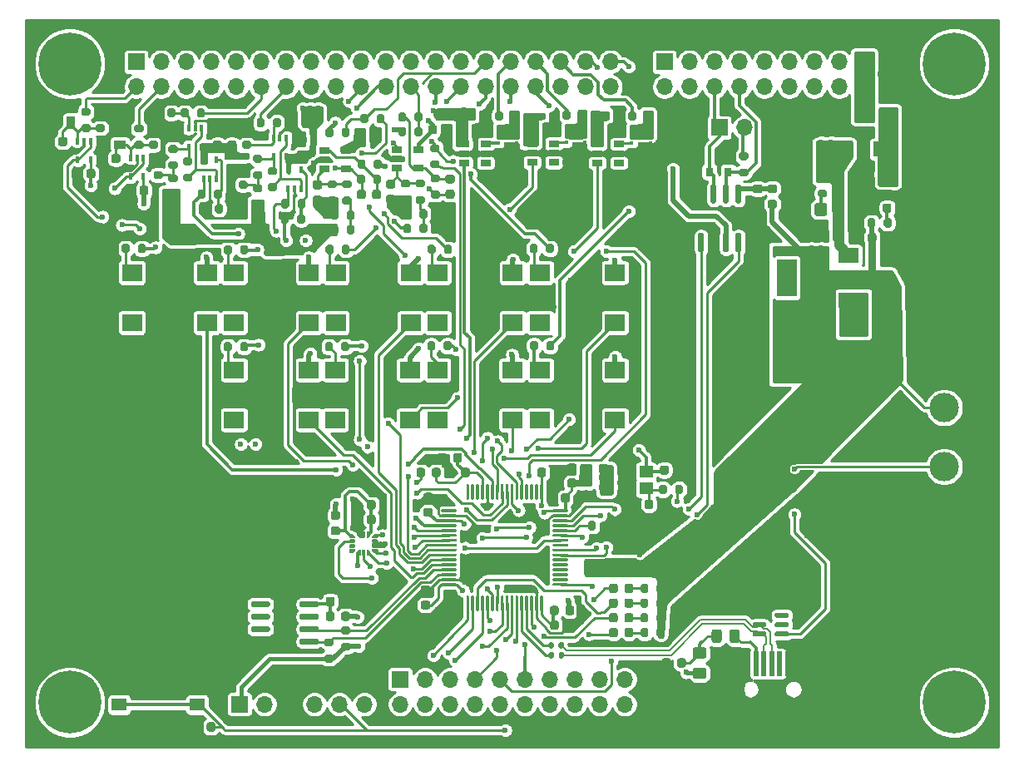
<source format=gtl>
G04 #@! TF.GenerationSoftware,KiCad,Pcbnew,(5.1.10)-1*
G04 #@! TF.CreationDate,2022-03-07T12:44:43+01:00*
G04 #@! TF.ProjectId,karta_pomiarowa_v2,6b617274-615f-4706-9f6d-6961726f7761,rev?*
G04 #@! TF.SameCoordinates,Original*
G04 #@! TF.FileFunction,Copper,L1,Top*
G04 #@! TF.FilePolarity,Positive*
%FSLAX46Y46*%
G04 Gerber Fmt 4.6, Leading zero omitted, Abs format (unit mm)*
G04 Created by KiCad (PCBNEW (5.1.10)-1) date 2022-03-07 12:44:43*
%MOMM*%
%LPD*%
G01*
G04 APERTURE LIST*
G04 #@! TA.AperFunction,ComponentPad*
%ADD10O,1.700000X1.700000*%
G04 #@! TD*
G04 #@! TA.AperFunction,ComponentPad*
%ADD11R,1.700000X1.700000*%
G04 #@! TD*
G04 #@! TA.AperFunction,SMDPad,CuDef*
%ADD12R,0.400000X0.650000*%
G04 #@! TD*
G04 #@! TA.AperFunction,SMDPad,CuDef*
%ADD13R,1.060000X0.650000*%
G04 #@! TD*
G04 #@! TA.AperFunction,SMDPad,CuDef*
%ADD14R,2.000000X1.500000*%
G04 #@! TD*
G04 #@! TA.AperFunction,SMDPad,CuDef*
%ADD15R,2.000000X3.800000*%
G04 #@! TD*
G04 #@! TA.AperFunction,ComponentPad*
%ADD16C,6.400000*%
G04 #@! TD*
G04 #@! TA.AperFunction,ComponentPad*
%ADD17C,3.000000*%
G04 #@! TD*
G04 #@! TA.AperFunction,SMDPad,CuDef*
%ADD18R,1.550000X1.300000*%
G04 #@! TD*
G04 #@! TA.AperFunction,SMDPad,CuDef*
%ADD19C,0.100000*%
G04 #@! TD*
G04 #@! TA.AperFunction,SMDPad,CuDef*
%ADD20R,1.100000X1.250000*%
G04 #@! TD*
G04 #@! TA.AperFunction,SMDPad,CuDef*
%ADD21R,0.430000X0.350000*%
G04 #@! TD*
G04 #@! TA.AperFunction,SMDPad,CuDef*
%ADD22R,0.660000X0.350000*%
G04 #@! TD*
G04 #@! TA.AperFunction,SMDPad,CuDef*
%ADD23R,0.900000X1.200000*%
G04 #@! TD*
G04 #@! TA.AperFunction,SMDPad,CuDef*
%ADD24R,1.200000X0.900000*%
G04 #@! TD*
G04 #@! TA.AperFunction,SMDPad,CuDef*
%ADD25R,1.400000X1.200000*%
G04 #@! TD*
G04 #@! TA.AperFunction,SMDPad,CuDef*
%ADD26R,2.000000X1.780000*%
G04 #@! TD*
G04 #@! TA.AperFunction,SMDPad,CuDef*
%ADD27R,1.900000X1.500000*%
G04 #@! TD*
G04 #@! TA.AperFunction,SMDPad,CuDef*
%ADD28R,0.500000X2.500000*%
G04 #@! TD*
G04 #@! TA.AperFunction,SMDPad,CuDef*
%ADD29R,2.000000X2.500000*%
G04 #@! TD*
G04 #@! TA.AperFunction,SMDPad,CuDef*
%ADD30R,0.800000X0.900000*%
G04 #@! TD*
G04 #@! TA.AperFunction,ViaPad*
%ADD31C,0.600000*%
G04 #@! TD*
G04 #@! TA.AperFunction,Conductor*
%ADD32C,0.300000*%
G04 #@! TD*
G04 #@! TA.AperFunction,Conductor*
%ADD33C,0.500000*%
G04 #@! TD*
G04 #@! TA.AperFunction,Conductor*
%ADD34C,0.400000*%
G04 #@! TD*
G04 #@! TA.AperFunction,Conductor*
%ADD35C,0.250000*%
G04 #@! TD*
G04 #@! TA.AperFunction,Conductor*
%ADD36C,0.200000*%
G04 #@! TD*
G04 #@! TA.AperFunction,Conductor*
%ADD37C,0.800000*%
G04 #@! TD*
G04 #@! TA.AperFunction,Conductor*
%ADD38C,1.000000*%
G04 #@! TD*
G04 #@! TA.AperFunction,Conductor*
%ADD39C,0.254000*%
G04 #@! TD*
G04 #@! TA.AperFunction,Conductor*
%ADD40C,0.100000*%
G04 #@! TD*
G04 APERTURE END LIST*
D10*
X74980000Y-105190000D03*
X72440000Y-105190000D03*
X69900000Y-105190000D03*
X67360000Y-105190000D03*
X64820000Y-105190000D03*
D11*
X62280000Y-105190000D03*
D12*
X58600000Y-49800000D03*
X59900000Y-49800000D03*
X59250000Y-51700000D03*
X59900000Y-51700000D03*
X58600000Y-51700000D03*
X58400000Y-48450000D03*
X57100000Y-48450000D03*
X57750000Y-46550000D03*
X57100000Y-46550000D03*
X58400000Y-46550000D03*
X67230000Y-50790000D03*
X68530000Y-50790000D03*
X67880000Y-52690000D03*
X68530000Y-52690000D03*
X67230000Y-52690000D03*
X67030000Y-49440000D03*
X65730000Y-49440000D03*
X66380000Y-47540000D03*
X65730000Y-47540000D03*
X67030000Y-47540000D03*
D13*
X73100000Y-48800000D03*
X73100000Y-50700000D03*
X70900000Y-50700000D03*
X70900000Y-49750000D03*
X70900000Y-48800000D03*
X80510000Y-48720000D03*
X80510000Y-50620000D03*
X78310000Y-50620000D03*
X78310000Y-49670000D03*
X78310000Y-48720000D03*
G04 #@! TA.AperFunction,SMDPad,CuDef*
G36*
G01*
X58825000Y-52975000D02*
X58825000Y-53525000D01*
G75*
G02*
X58625000Y-53725000I-200000J0D01*
G01*
X58225000Y-53725000D01*
G75*
G02*
X58025000Y-53525000I0J200000D01*
G01*
X58025000Y-52975000D01*
G75*
G02*
X58225000Y-52775000I200000J0D01*
G01*
X58625000Y-52775000D01*
G75*
G02*
X58825000Y-52975000I0J-200000D01*
G01*
G37*
G04 #@! TD.AperFunction*
G04 #@! TA.AperFunction,SMDPad,CuDef*
G36*
G01*
X60475000Y-52975000D02*
X60475000Y-53525000D01*
G75*
G02*
X60275000Y-53725000I-200000J0D01*
G01*
X59875000Y-53725000D01*
G75*
G02*
X59675000Y-53525000I0J200000D01*
G01*
X59675000Y-52975000D01*
G75*
G02*
X59875000Y-52775000I200000J0D01*
G01*
X60275000Y-52775000D01*
G75*
G02*
X60475000Y-52975000I0J-200000D01*
G01*
G37*
G04 #@! TD.AperFunction*
G04 #@! TA.AperFunction,SMDPad,CuDef*
G36*
G01*
X61425000Y-55025000D02*
X61425000Y-54475000D01*
G75*
G02*
X61625000Y-54275000I200000J0D01*
G01*
X62025000Y-54275000D01*
G75*
G02*
X62225000Y-54475000I0J-200000D01*
G01*
X62225000Y-55025000D01*
G75*
G02*
X62025000Y-55225000I-200000J0D01*
G01*
X61625000Y-55225000D01*
G75*
G02*
X61425000Y-55025000I0J200000D01*
G01*
G37*
G04 #@! TD.AperFunction*
G04 #@! TA.AperFunction,SMDPad,CuDef*
G36*
G01*
X59775000Y-55025000D02*
X59775000Y-54475000D01*
G75*
G02*
X59975000Y-54275000I200000J0D01*
G01*
X60375000Y-54275000D01*
G75*
G02*
X60575000Y-54475000I0J-200000D01*
G01*
X60575000Y-55025000D01*
G75*
G02*
X60375000Y-55225000I-200000J0D01*
G01*
X59975000Y-55225000D01*
G75*
G02*
X59775000Y-55025000I0J200000D01*
G01*
G37*
G04 #@! TD.AperFunction*
G04 #@! TA.AperFunction,SMDPad,CuDef*
G36*
G01*
X57275000Y-50325000D02*
X56725000Y-50325000D01*
G75*
G02*
X56525000Y-50125000I0J200000D01*
G01*
X56525000Y-49725000D01*
G75*
G02*
X56725000Y-49525000I200000J0D01*
G01*
X57275000Y-49525000D01*
G75*
G02*
X57475000Y-49725000I0J-200000D01*
G01*
X57475000Y-50125000D01*
G75*
G02*
X57275000Y-50325000I-200000J0D01*
G01*
G37*
G04 #@! TD.AperFunction*
G04 #@! TA.AperFunction,SMDPad,CuDef*
G36*
G01*
X57275000Y-51975000D02*
X56725000Y-51975000D01*
G75*
G02*
X56525000Y-51775000I0J200000D01*
G01*
X56525000Y-51375000D01*
G75*
G02*
X56725000Y-51175000I200000J0D01*
G01*
X57275000Y-51175000D01*
G75*
G02*
X57475000Y-51375000I0J-200000D01*
G01*
X57475000Y-51775000D01*
G75*
G02*
X57275000Y-51975000I-200000J0D01*
G01*
G37*
G04 #@! TD.AperFunction*
G04 #@! TA.AperFunction,SMDPad,CuDef*
G36*
G01*
X54925000Y-45275000D02*
X54925000Y-44725000D01*
G75*
G02*
X55125000Y-44525000I200000J0D01*
G01*
X55525000Y-44525000D01*
G75*
G02*
X55725000Y-44725000I0J-200000D01*
G01*
X55725000Y-45275000D01*
G75*
G02*
X55525000Y-45475000I-200000J0D01*
G01*
X55125000Y-45475000D01*
G75*
G02*
X54925000Y-45275000I0J200000D01*
G01*
G37*
G04 #@! TD.AperFunction*
G04 #@! TA.AperFunction,SMDPad,CuDef*
G36*
G01*
X53275000Y-45275000D02*
X53275000Y-44725000D01*
G75*
G02*
X53475000Y-44525000I200000J0D01*
G01*
X53875000Y-44525000D01*
G75*
G02*
X54075000Y-44725000I0J-200000D01*
G01*
X54075000Y-45275000D01*
G75*
G02*
X53875000Y-45475000I-200000J0D01*
G01*
X53475000Y-45475000D01*
G75*
G02*
X53275000Y-45275000I0J200000D01*
G01*
G37*
G04 #@! TD.AperFunction*
G04 #@! TA.AperFunction,SMDPad,CuDef*
G36*
G01*
X55225000Y-49925000D02*
X55775000Y-49925000D01*
G75*
G02*
X55975000Y-50125000I0J-200000D01*
G01*
X55975000Y-50525000D01*
G75*
G02*
X55775000Y-50725000I-200000J0D01*
G01*
X55225000Y-50725000D01*
G75*
G02*
X55025000Y-50525000I0J200000D01*
G01*
X55025000Y-50125000D01*
G75*
G02*
X55225000Y-49925000I200000J0D01*
G01*
G37*
G04 #@! TD.AperFunction*
G04 #@! TA.AperFunction,SMDPad,CuDef*
G36*
G01*
X55225000Y-48275000D02*
X55775000Y-48275000D01*
G75*
G02*
X55975000Y-48475000I0J-200000D01*
G01*
X55975000Y-48875000D01*
G75*
G02*
X55775000Y-49075000I-200000J0D01*
G01*
X55225000Y-49075000D01*
G75*
G02*
X55025000Y-48875000I0J200000D01*
G01*
X55025000Y-48475000D01*
G75*
G02*
X55225000Y-48275000I200000J0D01*
G01*
G37*
G04 #@! TD.AperFunction*
G04 #@! TA.AperFunction,SMDPad,CuDef*
G36*
G01*
X57925000Y-45275000D02*
X57925000Y-44725000D01*
G75*
G02*
X58125000Y-44525000I200000J0D01*
G01*
X58525000Y-44525000D01*
G75*
G02*
X58725000Y-44725000I0J-200000D01*
G01*
X58725000Y-45275000D01*
G75*
G02*
X58525000Y-45475000I-200000J0D01*
G01*
X58125000Y-45475000D01*
G75*
G02*
X57925000Y-45275000I0J200000D01*
G01*
G37*
G04 #@! TD.AperFunction*
G04 #@! TA.AperFunction,SMDPad,CuDef*
G36*
G01*
X56275000Y-45275000D02*
X56275000Y-44725000D01*
G75*
G02*
X56475000Y-44525000I200000J0D01*
G01*
X56875000Y-44525000D01*
G75*
G02*
X57075000Y-44725000I0J-200000D01*
G01*
X57075000Y-45275000D01*
G75*
G02*
X56875000Y-45475000I-200000J0D01*
G01*
X56475000Y-45475000D01*
G75*
G02*
X56275000Y-45275000I0J200000D01*
G01*
G37*
G04 #@! TD.AperFunction*
G04 #@! TA.AperFunction,SMDPad,CuDef*
G36*
G01*
X54275000Y-50075000D02*
X53725000Y-50075000D01*
G75*
G02*
X53525000Y-49875000I0J200000D01*
G01*
X53525000Y-49475000D01*
G75*
G02*
X53725000Y-49275000I200000J0D01*
G01*
X54275000Y-49275000D01*
G75*
G02*
X54475000Y-49475000I0J-200000D01*
G01*
X54475000Y-49875000D01*
G75*
G02*
X54275000Y-50075000I-200000J0D01*
G01*
G37*
G04 #@! TD.AperFunction*
G04 #@! TA.AperFunction,SMDPad,CuDef*
G36*
G01*
X54275000Y-51725000D02*
X53725000Y-51725000D01*
G75*
G02*
X53525000Y-51525000I0J200000D01*
G01*
X53525000Y-51125000D01*
G75*
G02*
X53725000Y-50925000I200000J0D01*
G01*
X54275000Y-50925000D01*
G75*
G02*
X54475000Y-51125000I0J-200000D01*
G01*
X54475000Y-51525000D01*
G75*
G02*
X54275000Y-51725000I-200000J0D01*
G01*
G37*
G04 #@! TD.AperFunction*
G04 #@! TA.AperFunction,SMDPad,CuDef*
G36*
G01*
X55775000Y-52075000D02*
X55225000Y-52075000D01*
G75*
G02*
X55025000Y-51875000I0J200000D01*
G01*
X55025000Y-51475000D01*
G75*
G02*
X55225000Y-51275000I200000J0D01*
G01*
X55775000Y-51275000D01*
G75*
G02*
X55975000Y-51475000I0J-200000D01*
G01*
X55975000Y-51875000D01*
G75*
G02*
X55775000Y-52075000I-200000J0D01*
G01*
G37*
G04 #@! TD.AperFunction*
G04 #@! TA.AperFunction,SMDPad,CuDef*
G36*
G01*
X55775000Y-53725000D02*
X55225000Y-53725000D01*
G75*
G02*
X55025000Y-53525000I0J200000D01*
G01*
X55025000Y-53125000D01*
G75*
G02*
X55225000Y-52925000I200000J0D01*
G01*
X55775000Y-52925000D01*
G75*
G02*
X55975000Y-53125000I0J-200000D01*
G01*
X55975000Y-53525000D01*
G75*
G02*
X55775000Y-53725000I-200000J0D01*
G01*
G37*
G04 #@! TD.AperFunction*
G04 #@! TA.AperFunction,SMDPad,CuDef*
G36*
G01*
X67325000Y-53975000D02*
X67325000Y-54525000D01*
G75*
G02*
X67125000Y-54725000I-200000J0D01*
G01*
X66725000Y-54725000D01*
G75*
G02*
X66525000Y-54525000I0J200000D01*
G01*
X66525000Y-53975000D01*
G75*
G02*
X66725000Y-53775000I200000J0D01*
G01*
X67125000Y-53775000D01*
G75*
G02*
X67325000Y-53975000I0J-200000D01*
G01*
G37*
G04 #@! TD.AperFunction*
G04 #@! TA.AperFunction,SMDPad,CuDef*
G36*
G01*
X68975000Y-53975000D02*
X68975000Y-54525000D01*
G75*
G02*
X68775000Y-54725000I-200000J0D01*
G01*
X68375000Y-54725000D01*
G75*
G02*
X68175000Y-54525000I0J200000D01*
G01*
X68175000Y-53975000D01*
G75*
G02*
X68375000Y-53775000I200000J0D01*
G01*
X68775000Y-53775000D01*
G75*
G02*
X68975000Y-53975000I0J-200000D01*
G01*
G37*
G04 #@! TD.AperFunction*
G04 #@! TA.AperFunction,SMDPad,CuDef*
G36*
G01*
X67275000Y-55525000D02*
X67275000Y-56075000D01*
G75*
G02*
X67075000Y-56275000I-200000J0D01*
G01*
X66675000Y-56275000D01*
G75*
G02*
X66475000Y-56075000I0J200000D01*
G01*
X66475000Y-55525000D01*
G75*
G02*
X66675000Y-55325000I200000J0D01*
G01*
X67075000Y-55325000D01*
G75*
G02*
X67275000Y-55525000I0J-200000D01*
G01*
G37*
G04 #@! TD.AperFunction*
G04 #@! TA.AperFunction,SMDPad,CuDef*
G36*
G01*
X68925000Y-55525000D02*
X68925000Y-56075000D01*
G75*
G02*
X68725000Y-56275000I-200000J0D01*
G01*
X68325000Y-56275000D01*
G75*
G02*
X68125000Y-56075000I0J200000D01*
G01*
X68125000Y-55525000D01*
G75*
G02*
X68325000Y-55325000I200000J0D01*
G01*
X68725000Y-55325000D01*
G75*
G02*
X68925000Y-55525000I0J-200000D01*
G01*
G37*
G04 #@! TD.AperFunction*
G04 #@! TA.AperFunction,SMDPad,CuDef*
G36*
G01*
X65905000Y-51315000D02*
X65355000Y-51315000D01*
G75*
G02*
X65155000Y-51115000I0J200000D01*
G01*
X65155000Y-50715000D01*
G75*
G02*
X65355000Y-50515000I200000J0D01*
G01*
X65905000Y-50515000D01*
G75*
G02*
X66105000Y-50715000I0J-200000D01*
G01*
X66105000Y-51115000D01*
G75*
G02*
X65905000Y-51315000I-200000J0D01*
G01*
G37*
G04 #@! TD.AperFunction*
G04 #@! TA.AperFunction,SMDPad,CuDef*
G36*
G01*
X65905000Y-52965000D02*
X65355000Y-52965000D01*
G75*
G02*
X65155000Y-52765000I0J200000D01*
G01*
X65155000Y-52365000D01*
G75*
G02*
X65355000Y-52165000I200000J0D01*
G01*
X65905000Y-52165000D01*
G75*
G02*
X66105000Y-52365000I0J-200000D01*
G01*
X66105000Y-52765000D01*
G75*
G02*
X65905000Y-52965000I-200000J0D01*
G01*
G37*
G04 #@! TD.AperFunction*
G04 #@! TA.AperFunction,SMDPad,CuDef*
G36*
G01*
X62725000Y-47850000D02*
X63275000Y-47850000D01*
G75*
G02*
X63475000Y-48050000I0J-200000D01*
G01*
X63475000Y-48450000D01*
G75*
G02*
X63275000Y-48650000I-200000J0D01*
G01*
X62725000Y-48650000D01*
G75*
G02*
X62525000Y-48450000I0J200000D01*
G01*
X62525000Y-48050000D01*
G75*
G02*
X62725000Y-47850000I200000J0D01*
G01*
G37*
G04 #@! TD.AperFunction*
G04 #@! TA.AperFunction,SMDPad,CuDef*
G36*
G01*
X62725000Y-46200000D02*
X63275000Y-46200000D01*
G75*
G02*
X63475000Y-46400000I0J-200000D01*
G01*
X63475000Y-46800000D01*
G75*
G02*
X63275000Y-47000000I-200000J0D01*
G01*
X62725000Y-47000000D01*
G75*
G02*
X62525000Y-46800000I0J200000D01*
G01*
X62525000Y-46400000D01*
G75*
G02*
X62725000Y-46200000I200000J0D01*
G01*
G37*
G04 #@! TD.AperFunction*
G04 #@! TA.AperFunction,SMDPad,CuDef*
G36*
G01*
X63855000Y-50915000D02*
X64405000Y-50915000D01*
G75*
G02*
X64605000Y-51115000I0J-200000D01*
G01*
X64605000Y-51515000D01*
G75*
G02*
X64405000Y-51715000I-200000J0D01*
G01*
X63855000Y-51715000D01*
G75*
G02*
X63655000Y-51515000I0J200000D01*
G01*
X63655000Y-51115000D01*
G75*
G02*
X63855000Y-50915000I200000J0D01*
G01*
G37*
G04 #@! TD.AperFunction*
G04 #@! TA.AperFunction,SMDPad,CuDef*
G36*
G01*
X63855000Y-49265000D02*
X64405000Y-49265000D01*
G75*
G02*
X64605000Y-49465000I0J-200000D01*
G01*
X64605000Y-49865000D01*
G75*
G02*
X64405000Y-50065000I-200000J0D01*
G01*
X63855000Y-50065000D01*
G75*
G02*
X63655000Y-49865000I0J200000D01*
G01*
X63655000Y-49465000D01*
G75*
G02*
X63855000Y-49265000I200000J0D01*
G01*
G37*
G04 #@! TD.AperFunction*
G04 #@! TA.AperFunction,SMDPad,CuDef*
G36*
G01*
X64825000Y-45725000D02*
X64825000Y-46275000D01*
G75*
G02*
X64625000Y-46475000I-200000J0D01*
G01*
X64225000Y-46475000D01*
G75*
G02*
X64025000Y-46275000I0J200000D01*
G01*
X64025000Y-45725000D01*
G75*
G02*
X64225000Y-45525000I200000J0D01*
G01*
X64625000Y-45525000D01*
G75*
G02*
X64825000Y-45725000I0J-200000D01*
G01*
G37*
G04 #@! TD.AperFunction*
G04 #@! TA.AperFunction,SMDPad,CuDef*
G36*
G01*
X66475000Y-45725000D02*
X66475000Y-46275000D01*
G75*
G02*
X66275000Y-46475000I-200000J0D01*
G01*
X65875000Y-46475000D01*
G75*
G02*
X65675000Y-46275000I0J200000D01*
G01*
X65675000Y-45725000D01*
G75*
G02*
X65875000Y-45525000I200000J0D01*
G01*
X66275000Y-45525000D01*
G75*
G02*
X66475000Y-45725000I0J-200000D01*
G01*
G37*
G04 #@! TD.AperFunction*
G04 #@! TA.AperFunction,SMDPad,CuDef*
G36*
G01*
X62905000Y-51065000D02*
X62355000Y-51065000D01*
G75*
G02*
X62155000Y-50865000I0J200000D01*
G01*
X62155000Y-50465000D01*
G75*
G02*
X62355000Y-50265000I200000J0D01*
G01*
X62905000Y-50265000D01*
G75*
G02*
X63105000Y-50465000I0J-200000D01*
G01*
X63105000Y-50865000D01*
G75*
G02*
X62905000Y-51065000I-200000J0D01*
G01*
G37*
G04 #@! TD.AperFunction*
G04 #@! TA.AperFunction,SMDPad,CuDef*
G36*
G01*
X62905000Y-52715000D02*
X62355000Y-52715000D01*
G75*
G02*
X62155000Y-52515000I0J200000D01*
G01*
X62155000Y-52115000D01*
G75*
G02*
X62355000Y-51915000I200000J0D01*
G01*
X62905000Y-51915000D01*
G75*
G02*
X63105000Y-52115000I0J-200000D01*
G01*
X63105000Y-52515000D01*
G75*
G02*
X62905000Y-52715000I-200000J0D01*
G01*
G37*
G04 #@! TD.AperFunction*
G04 #@! TA.AperFunction,SMDPad,CuDef*
G36*
G01*
X64405000Y-53065000D02*
X63855000Y-53065000D01*
G75*
G02*
X63655000Y-52865000I0J200000D01*
G01*
X63655000Y-52465000D01*
G75*
G02*
X63855000Y-52265000I200000J0D01*
G01*
X64405000Y-52265000D01*
G75*
G02*
X64605000Y-52465000I0J-200000D01*
G01*
X64605000Y-52865000D01*
G75*
G02*
X64405000Y-53065000I-200000J0D01*
G01*
G37*
G04 #@! TD.AperFunction*
G04 #@! TA.AperFunction,SMDPad,CuDef*
G36*
G01*
X64405000Y-54715000D02*
X63855000Y-54715000D01*
G75*
G02*
X63655000Y-54515000I0J200000D01*
G01*
X63655000Y-54115000D01*
G75*
G02*
X63855000Y-53915000I200000J0D01*
G01*
X64405000Y-53915000D01*
G75*
G02*
X64605000Y-54115000I0J-200000D01*
G01*
X64605000Y-54515000D01*
G75*
G02*
X64405000Y-54715000I-200000J0D01*
G01*
G37*
G04 #@! TD.AperFunction*
G04 #@! TA.AperFunction,SMDPad,CuDef*
G36*
G01*
X75075000Y-49925000D02*
X75075000Y-50475000D01*
G75*
G02*
X74875000Y-50675000I-200000J0D01*
G01*
X74475000Y-50675000D01*
G75*
G02*
X74275000Y-50475000I0J200000D01*
G01*
X74275000Y-49925000D01*
G75*
G02*
X74475000Y-49725000I200000J0D01*
G01*
X74875000Y-49725000D01*
G75*
G02*
X75075000Y-49925000I0J-200000D01*
G01*
G37*
G04 #@! TD.AperFunction*
G04 #@! TA.AperFunction,SMDPad,CuDef*
G36*
G01*
X76725000Y-49925000D02*
X76725000Y-50475000D01*
G75*
G02*
X76525000Y-50675000I-200000J0D01*
G01*
X76125000Y-50675000D01*
G75*
G02*
X75925000Y-50475000I0J200000D01*
G01*
X75925000Y-49925000D01*
G75*
G02*
X76125000Y-49725000I200000J0D01*
G01*
X76525000Y-49725000D01*
G75*
G02*
X76725000Y-49925000I0J-200000D01*
G01*
G37*
G04 #@! TD.AperFunction*
G04 #@! TA.AperFunction,SMDPad,CuDef*
G36*
G01*
X75025000Y-51475000D02*
X75025000Y-52025000D01*
G75*
G02*
X74825000Y-52225000I-200000J0D01*
G01*
X74425000Y-52225000D01*
G75*
G02*
X74225000Y-52025000I0J200000D01*
G01*
X74225000Y-51475000D01*
G75*
G02*
X74425000Y-51275000I200000J0D01*
G01*
X74825000Y-51275000D01*
G75*
G02*
X75025000Y-51475000I0J-200000D01*
G01*
G37*
G04 #@! TD.AperFunction*
G04 #@! TA.AperFunction,SMDPad,CuDef*
G36*
G01*
X76675000Y-51475000D02*
X76675000Y-52025000D01*
G75*
G02*
X76475000Y-52225000I-200000J0D01*
G01*
X76075000Y-52225000D01*
G75*
G02*
X75875000Y-52025000I0J200000D01*
G01*
X75875000Y-51475000D01*
G75*
G02*
X76075000Y-51275000I200000J0D01*
G01*
X76475000Y-51275000D01*
G75*
G02*
X76675000Y-51475000I0J-200000D01*
G01*
G37*
G04 #@! TD.AperFunction*
G04 #@! TA.AperFunction,SMDPad,CuDef*
G36*
G01*
X71425000Y-53525000D02*
X71975000Y-53525000D01*
G75*
G02*
X72175000Y-53725000I0J-200000D01*
G01*
X72175000Y-54125000D01*
G75*
G02*
X71975000Y-54325000I-200000J0D01*
G01*
X71425000Y-54325000D01*
G75*
G02*
X71225000Y-54125000I0J200000D01*
G01*
X71225000Y-53725000D01*
G75*
G02*
X71425000Y-53525000I200000J0D01*
G01*
G37*
G04 #@! TD.AperFunction*
G04 #@! TA.AperFunction,SMDPad,CuDef*
G36*
G01*
X71425000Y-51875000D02*
X71975000Y-51875000D01*
G75*
G02*
X72175000Y-52075000I0J-200000D01*
G01*
X72175000Y-52475000D01*
G75*
G02*
X71975000Y-52675000I-200000J0D01*
G01*
X71425000Y-52675000D01*
G75*
G02*
X71225000Y-52475000I0J200000D01*
G01*
X71225000Y-52075000D01*
G75*
G02*
X71425000Y-51875000I200000J0D01*
G01*
G37*
G04 #@! TD.AperFunction*
G04 #@! TA.AperFunction,SMDPad,CuDef*
G36*
G01*
X75375000Y-45325000D02*
X75375000Y-45875000D01*
G75*
G02*
X75175000Y-46075000I-200000J0D01*
G01*
X74775000Y-46075000D01*
G75*
G02*
X74575000Y-45875000I0J200000D01*
G01*
X74575000Y-45325000D01*
G75*
G02*
X74775000Y-45125000I200000J0D01*
G01*
X75175000Y-45125000D01*
G75*
G02*
X75375000Y-45325000I0J-200000D01*
G01*
G37*
G04 #@! TD.AperFunction*
G04 #@! TA.AperFunction,SMDPad,CuDef*
G36*
G01*
X77025000Y-45325000D02*
X77025000Y-45875000D01*
G75*
G02*
X76825000Y-46075000I-200000J0D01*
G01*
X76425000Y-46075000D01*
G75*
G02*
X76225000Y-45875000I0J200000D01*
G01*
X76225000Y-45325000D01*
G75*
G02*
X76425000Y-45125000I200000J0D01*
G01*
X76825000Y-45125000D01*
G75*
G02*
X77025000Y-45325000I0J-200000D01*
G01*
G37*
G04 #@! TD.AperFunction*
G04 #@! TA.AperFunction,SMDPad,CuDef*
G36*
G01*
X72925000Y-53525000D02*
X73475000Y-53525000D01*
G75*
G02*
X73675000Y-53725000I0J-200000D01*
G01*
X73675000Y-54125000D01*
G75*
G02*
X73475000Y-54325000I-200000J0D01*
G01*
X72925000Y-54325000D01*
G75*
G02*
X72725000Y-54125000I0J200000D01*
G01*
X72725000Y-53725000D01*
G75*
G02*
X72925000Y-53525000I200000J0D01*
G01*
G37*
G04 #@! TD.AperFunction*
G04 #@! TA.AperFunction,SMDPad,CuDef*
G36*
G01*
X72925000Y-51875000D02*
X73475000Y-51875000D01*
G75*
G02*
X73675000Y-52075000I0J-200000D01*
G01*
X73675000Y-52475000D01*
G75*
G02*
X73475000Y-52675000I-200000J0D01*
G01*
X72925000Y-52675000D01*
G75*
G02*
X72725000Y-52475000I0J200000D01*
G01*
X72725000Y-52075000D01*
G75*
G02*
X72925000Y-51875000I200000J0D01*
G01*
G37*
G04 #@! TD.AperFunction*
G04 #@! TA.AperFunction,SMDPad,CuDef*
G36*
G01*
X72325000Y-55125000D02*
X72325000Y-55675000D01*
G75*
G02*
X72125000Y-55875000I-200000J0D01*
G01*
X71725000Y-55875000D01*
G75*
G02*
X71525000Y-55675000I0J200000D01*
G01*
X71525000Y-55125000D01*
G75*
G02*
X71725000Y-54925000I200000J0D01*
G01*
X72125000Y-54925000D01*
G75*
G02*
X72325000Y-55125000I0J-200000D01*
G01*
G37*
G04 #@! TD.AperFunction*
G04 #@! TA.AperFunction,SMDPad,CuDef*
G36*
G01*
X73975000Y-55125000D02*
X73975000Y-55675000D01*
G75*
G02*
X73775000Y-55875000I-200000J0D01*
G01*
X73375000Y-55875000D01*
G75*
G02*
X73175000Y-55675000I0J200000D01*
G01*
X73175000Y-55125000D01*
G75*
G02*
X73375000Y-54925000I200000J0D01*
G01*
X73775000Y-54925000D01*
G75*
G02*
X73975000Y-55125000I0J-200000D01*
G01*
G37*
G04 #@! TD.AperFunction*
G04 #@! TA.AperFunction,SMDPad,CuDef*
G36*
G01*
X73175000Y-57175000D02*
X73175000Y-56625000D01*
G75*
G02*
X73375000Y-56425000I200000J0D01*
G01*
X73775000Y-56425000D01*
G75*
G02*
X73975000Y-56625000I0J-200000D01*
G01*
X73975000Y-57175000D01*
G75*
G02*
X73775000Y-57375000I-200000J0D01*
G01*
X73375000Y-57375000D01*
G75*
G02*
X73175000Y-57175000I0J200000D01*
G01*
G37*
G04 #@! TD.AperFunction*
G04 #@! TA.AperFunction,SMDPad,CuDef*
G36*
G01*
X71525000Y-57175000D02*
X71525000Y-56625000D01*
G75*
G02*
X71725000Y-56425000I200000J0D01*
G01*
X72125000Y-56425000D01*
G75*
G02*
X72325000Y-56625000I0J-200000D01*
G01*
X72325000Y-57175000D01*
G75*
G02*
X72125000Y-57375000I-200000J0D01*
G01*
X71725000Y-57375000D01*
G75*
G02*
X71525000Y-57175000I0J200000D01*
G01*
G37*
G04 #@! TD.AperFunction*
G04 #@! TA.AperFunction,SMDPad,CuDef*
G36*
G01*
X72675000Y-47275000D02*
X72675000Y-46725000D01*
G75*
G02*
X72875000Y-46525000I200000J0D01*
G01*
X73275000Y-46525000D01*
G75*
G02*
X73475000Y-46725000I0J-200000D01*
G01*
X73475000Y-47275000D01*
G75*
G02*
X73275000Y-47475000I-200000J0D01*
G01*
X72875000Y-47475000D01*
G75*
G02*
X72675000Y-47275000I0J200000D01*
G01*
G37*
G04 #@! TD.AperFunction*
G04 #@! TA.AperFunction,SMDPad,CuDef*
G36*
G01*
X71025000Y-47275000D02*
X71025000Y-46725000D01*
G75*
G02*
X71225000Y-46525000I200000J0D01*
G01*
X71625000Y-46525000D01*
G75*
G02*
X71825000Y-46725000I0J-200000D01*
G01*
X71825000Y-47275000D01*
G75*
G02*
X71625000Y-47475000I-200000J0D01*
G01*
X71225000Y-47475000D01*
G75*
G02*
X71025000Y-47275000I0J200000D01*
G01*
G37*
G04 #@! TD.AperFunction*
G04 #@! TA.AperFunction,SMDPad,CuDef*
G36*
G01*
X82435000Y-48995000D02*
X81885000Y-48995000D01*
G75*
G02*
X81685000Y-48795000I0J200000D01*
G01*
X81685000Y-48395000D01*
G75*
G02*
X81885000Y-48195000I200000J0D01*
G01*
X82435000Y-48195000D01*
G75*
G02*
X82635000Y-48395000I0J-200000D01*
G01*
X82635000Y-48795000D01*
G75*
G02*
X82435000Y-48995000I-200000J0D01*
G01*
G37*
G04 #@! TD.AperFunction*
G04 #@! TA.AperFunction,SMDPad,CuDef*
G36*
G01*
X82435000Y-50645000D02*
X81885000Y-50645000D01*
G75*
G02*
X81685000Y-50445000I0J200000D01*
G01*
X81685000Y-50045000D01*
G75*
G02*
X81885000Y-49845000I200000J0D01*
G01*
X82435000Y-49845000D01*
G75*
G02*
X82635000Y-50045000I0J-200000D01*
G01*
X82635000Y-50445000D01*
G75*
G02*
X82435000Y-50645000I-200000J0D01*
G01*
G37*
G04 #@! TD.AperFunction*
G04 #@! TA.AperFunction,SMDPad,CuDef*
G36*
G01*
X82475000Y-52075000D02*
X81925000Y-52075000D01*
G75*
G02*
X81725000Y-51875000I0J200000D01*
G01*
X81725000Y-51475000D01*
G75*
G02*
X81925000Y-51275000I200000J0D01*
G01*
X82475000Y-51275000D01*
G75*
G02*
X82675000Y-51475000I0J-200000D01*
G01*
X82675000Y-51875000D01*
G75*
G02*
X82475000Y-52075000I-200000J0D01*
G01*
G37*
G04 #@! TD.AperFunction*
G04 #@! TA.AperFunction,SMDPad,CuDef*
G36*
G01*
X82475000Y-53725000D02*
X81925000Y-53725000D01*
G75*
G02*
X81725000Y-53525000I0J200000D01*
G01*
X81725000Y-53125000D01*
G75*
G02*
X81925000Y-52925000I200000J0D01*
G01*
X82475000Y-52925000D01*
G75*
G02*
X82675000Y-53125000I0J-200000D01*
G01*
X82675000Y-53525000D01*
G75*
G02*
X82475000Y-53725000I-200000J0D01*
G01*
G37*
G04 #@! TD.AperFunction*
G04 #@! TA.AperFunction,SMDPad,CuDef*
G36*
G01*
X78885000Y-53445000D02*
X79435000Y-53445000D01*
G75*
G02*
X79635000Y-53645000I0J-200000D01*
G01*
X79635000Y-54045000D01*
G75*
G02*
X79435000Y-54245000I-200000J0D01*
G01*
X78885000Y-54245000D01*
G75*
G02*
X78685000Y-54045000I0J200000D01*
G01*
X78685000Y-53645000D01*
G75*
G02*
X78885000Y-53445000I200000J0D01*
G01*
G37*
G04 #@! TD.AperFunction*
G04 #@! TA.AperFunction,SMDPad,CuDef*
G36*
G01*
X78885000Y-51795000D02*
X79435000Y-51795000D01*
G75*
G02*
X79635000Y-51995000I0J-200000D01*
G01*
X79635000Y-52395000D01*
G75*
G02*
X79435000Y-52595000I-200000J0D01*
G01*
X78885000Y-52595000D01*
G75*
G02*
X78685000Y-52395000I0J200000D01*
G01*
X78685000Y-51995000D01*
G75*
G02*
X78885000Y-51795000I200000J0D01*
G01*
G37*
G04 #@! TD.AperFunction*
G04 #@! TA.AperFunction,SMDPad,CuDef*
G36*
G01*
X80085000Y-45695000D02*
X80085000Y-45145000D01*
G75*
G02*
X80285000Y-44945000I200000J0D01*
G01*
X80685000Y-44945000D01*
G75*
G02*
X80885000Y-45145000I0J-200000D01*
G01*
X80885000Y-45695000D01*
G75*
G02*
X80685000Y-45895000I-200000J0D01*
G01*
X80285000Y-45895000D01*
G75*
G02*
X80085000Y-45695000I0J200000D01*
G01*
G37*
G04 #@! TD.AperFunction*
G04 #@! TA.AperFunction,SMDPad,CuDef*
G36*
G01*
X78435000Y-45695000D02*
X78435000Y-45145000D01*
G75*
G02*
X78635000Y-44945000I200000J0D01*
G01*
X79035000Y-44945000D01*
G75*
G02*
X79235000Y-45145000I0J-200000D01*
G01*
X79235000Y-45695000D01*
G75*
G02*
X79035000Y-45895000I-200000J0D01*
G01*
X78635000Y-45895000D01*
G75*
G02*
X78435000Y-45695000I0J200000D01*
G01*
G37*
G04 #@! TD.AperFunction*
G04 #@! TA.AperFunction,SMDPad,CuDef*
G36*
G01*
X80385000Y-53445000D02*
X80935000Y-53445000D01*
G75*
G02*
X81135000Y-53645000I0J-200000D01*
G01*
X81135000Y-54045000D01*
G75*
G02*
X80935000Y-54245000I-200000J0D01*
G01*
X80385000Y-54245000D01*
G75*
G02*
X80185000Y-54045000I0J200000D01*
G01*
X80185000Y-53645000D01*
G75*
G02*
X80385000Y-53445000I200000J0D01*
G01*
G37*
G04 #@! TD.AperFunction*
G04 #@! TA.AperFunction,SMDPad,CuDef*
G36*
G01*
X80385000Y-51795000D02*
X80935000Y-51795000D01*
G75*
G02*
X81135000Y-51995000I0J-200000D01*
G01*
X81135000Y-52395000D01*
G75*
G02*
X80935000Y-52595000I-200000J0D01*
G01*
X80385000Y-52595000D01*
G75*
G02*
X80185000Y-52395000I0J200000D01*
G01*
X80185000Y-51995000D01*
G75*
G02*
X80385000Y-51795000I200000J0D01*
G01*
G37*
G04 #@! TD.AperFunction*
G04 #@! TA.AperFunction,SMDPad,CuDef*
G36*
G01*
X79735000Y-54995000D02*
X79735000Y-55545000D01*
G75*
G02*
X79535000Y-55745000I-200000J0D01*
G01*
X79135000Y-55745000D01*
G75*
G02*
X78935000Y-55545000I0J200000D01*
G01*
X78935000Y-54995000D01*
G75*
G02*
X79135000Y-54795000I200000J0D01*
G01*
X79535000Y-54795000D01*
G75*
G02*
X79735000Y-54995000I0J-200000D01*
G01*
G37*
G04 #@! TD.AperFunction*
G04 #@! TA.AperFunction,SMDPad,CuDef*
G36*
G01*
X81385000Y-54995000D02*
X81385000Y-55545000D01*
G75*
G02*
X81185000Y-55745000I-200000J0D01*
G01*
X80785000Y-55745000D01*
G75*
G02*
X80585000Y-55545000I0J200000D01*
G01*
X80585000Y-54995000D01*
G75*
G02*
X80785000Y-54795000I200000J0D01*
G01*
X81185000Y-54795000D01*
G75*
G02*
X81385000Y-54995000I0J-200000D01*
G01*
G37*
G04 #@! TD.AperFunction*
G04 #@! TA.AperFunction,SMDPad,CuDef*
G36*
G01*
X80585000Y-57045000D02*
X80585000Y-56495000D01*
G75*
G02*
X80785000Y-56295000I200000J0D01*
G01*
X81185000Y-56295000D01*
G75*
G02*
X81385000Y-56495000I0J-200000D01*
G01*
X81385000Y-57045000D01*
G75*
G02*
X81185000Y-57245000I-200000J0D01*
G01*
X80785000Y-57245000D01*
G75*
G02*
X80585000Y-57045000I0J200000D01*
G01*
G37*
G04 #@! TD.AperFunction*
G04 #@! TA.AperFunction,SMDPad,CuDef*
G36*
G01*
X78935000Y-57045000D02*
X78935000Y-56495000D01*
G75*
G02*
X79135000Y-56295000I200000J0D01*
G01*
X79535000Y-56295000D01*
G75*
G02*
X79735000Y-56495000I0J-200000D01*
G01*
X79735000Y-57045000D01*
G75*
G02*
X79535000Y-57245000I-200000J0D01*
G01*
X79135000Y-57245000D01*
G75*
G02*
X78935000Y-57045000I0J200000D01*
G01*
G37*
G04 #@! TD.AperFunction*
G04 #@! TA.AperFunction,SMDPad,CuDef*
G36*
G01*
X80085000Y-47195000D02*
X80085000Y-46645000D01*
G75*
G02*
X80285000Y-46445000I200000J0D01*
G01*
X80685000Y-46445000D01*
G75*
G02*
X80885000Y-46645000I0J-200000D01*
G01*
X80885000Y-47195000D01*
G75*
G02*
X80685000Y-47395000I-200000J0D01*
G01*
X80285000Y-47395000D01*
G75*
G02*
X80085000Y-47195000I0J200000D01*
G01*
G37*
G04 #@! TD.AperFunction*
G04 #@! TA.AperFunction,SMDPad,CuDef*
G36*
G01*
X78435000Y-47195000D02*
X78435000Y-46645000D01*
G75*
G02*
X78635000Y-46445000I200000J0D01*
G01*
X79035000Y-46445000D01*
G75*
G02*
X79235000Y-46645000I0J-200000D01*
G01*
X79235000Y-47195000D01*
G75*
G02*
X79035000Y-47395000I-200000J0D01*
G01*
X78635000Y-47395000D01*
G75*
G02*
X78435000Y-47195000I0J200000D01*
G01*
G37*
G04 #@! TD.AperFunction*
G04 #@! TA.AperFunction,SMDPad,CuDef*
G36*
G01*
X61250000Y-47825000D02*
X61750000Y-47825000D01*
G75*
G02*
X61975000Y-48050000I0J-225000D01*
G01*
X61975000Y-48500000D01*
G75*
G02*
X61750000Y-48725000I-225000J0D01*
G01*
X61250000Y-48725000D01*
G75*
G02*
X61025000Y-48500000I0J225000D01*
G01*
X61025000Y-48050000D01*
G75*
G02*
X61250000Y-47825000I225000J0D01*
G01*
G37*
G04 #@! TD.AperFunction*
G04 #@! TA.AperFunction,SMDPad,CuDef*
G36*
G01*
X61250000Y-46275000D02*
X61750000Y-46275000D01*
G75*
G02*
X61975000Y-46500000I0J-225000D01*
G01*
X61975000Y-46950000D01*
G75*
G02*
X61750000Y-47175000I-225000J0D01*
G01*
X61250000Y-47175000D01*
G75*
G02*
X61025000Y-46950000I0J225000D01*
G01*
X61025000Y-46500000D01*
G75*
G02*
X61250000Y-46275000I225000J0D01*
G01*
G37*
G04 #@! TD.AperFunction*
G04 #@! TA.AperFunction,SMDPad,CuDef*
G36*
G01*
X59750000Y-47825000D02*
X60250000Y-47825000D01*
G75*
G02*
X60475000Y-48050000I0J-225000D01*
G01*
X60475000Y-48500000D01*
G75*
G02*
X60250000Y-48725000I-225000J0D01*
G01*
X59750000Y-48725000D01*
G75*
G02*
X59525000Y-48500000I0J225000D01*
G01*
X59525000Y-48050000D01*
G75*
G02*
X59750000Y-47825000I225000J0D01*
G01*
G37*
G04 #@! TD.AperFunction*
G04 #@! TA.AperFunction,SMDPad,CuDef*
G36*
G01*
X59750000Y-46275000D02*
X60250000Y-46275000D01*
G75*
G02*
X60475000Y-46500000I0J-225000D01*
G01*
X60475000Y-46950000D01*
G75*
G02*
X60250000Y-47175000I-225000J0D01*
G01*
X59750000Y-47175000D01*
G75*
G02*
X59525000Y-46950000I0J225000D01*
G01*
X59525000Y-46500000D01*
G75*
G02*
X59750000Y-46275000I225000J0D01*
G01*
G37*
G04 #@! TD.AperFunction*
G04 #@! TA.AperFunction,SMDPad,CuDef*
G36*
G01*
X68575000Y-46250000D02*
X68575000Y-45750000D01*
G75*
G02*
X68800000Y-45525000I225000J0D01*
G01*
X69250000Y-45525000D01*
G75*
G02*
X69475000Y-45750000I0J-225000D01*
G01*
X69475000Y-46250000D01*
G75*
G02*
X69250000Y-46475000I-225000J0D01*
G01*
X68800000Y-46475000D01*
G75*
G02*
X68575000Y-46250000I0J225000D01*
G01*
G37*
G04 #@! TD.AperFunction*
G04 #@! TA.AperFunction,SMDPad,CuDef*
G36*
G01*
X67025000Y-46250000D02*
X67025000Y-45750000D01*
G75*
G02*
X67250000Y-45525000I225000J0D01*
G01*
X67700000Y-45525000D01*
G75*
G02*
X67925000Y-45750000I0J-225000D01*
G01*
X67925000Y-46250000D01*
G75*
G02*
X67700000Y-46475000I-225000J0D01*
G01*
X67250000Y-46475000D01*
G75*
G02*
X67025000Y-46250000I0J225000D01*
G01*
G37*
G04 #@! TD.AperFunction*
G04 #@! TA.AperFunction,SMDPad,CuDef*
G36*
G01*
X68380000Y-48815000D02*
X68880000Y-48815000D01*
G75*
G02*
X69105000Y-49040000I0J-225000D01*
G01*
X69105000Y-49490000D01*
G75*
G02*
X68880000Y-49715000I-225000J0D01*
G01*
X68380000Y-49715000D01*
G75*
G02*
X68155000Y-49490000I0J225000D01*
G01*
X68155000Y-49040000D01*
G75*
G02*
X68380000Y-48815000I225000J0D01*
G01*
G37*
G04 #@! TD.AperFunction*
G04 #@! TA.AperFunction,SMDPad,CuDef*
G36*
G01*
X68380000Y-47265000D02*
X68880000Y-47265000D01*
G75*
G02*
X69105000Y-47490000I0J-225000D01*
G01*
X69105000Y-47940000D01*
G75*
G02*
X68880000Y-48165000I-225000J0D01*
G01*
X68380000Y-48165000D01*
G75*
G02*
X68155000Y-47940000I0J225000D01*
G01*
X68155000Y-47490000D01*
G75*
G02*
X68380000Y-47265000I225000J0D01*
G01*
G37*
G04 #@! TD.AperFunction*
G04 #@! TA.AperFunction,SMDPad,CuDef*
G36*
G01*
X74975000Y-46850000D02*
X74975000Y-47350000D01*
G75*
G02*
X74750000Y-47575000I-225000J0D01*
G01*
X74300000Y-47575000D01*
G75*
G02*
X74075000Y-47350000I0J225000D01*
G01*
X74075000Y-46850000D01*
G75*
G02*
X74300000Y-46625000I225000J0D01*
G01*
X74750000Y-46625000D01*
G75*
G02*
X74975000Y-46850000I0J-225000D01*
G01*
G37*
G04 #@! TD.AperFunction*
G04 #@! TA.AperFunction,SMDPad,CuDef*
G36*
G01*
X76525000Y-46850000D02*
X76525000Y-47350000D01*
G75*
G02*
X76300000Y-47575000I-225000J0D01*
G01*
X75850000Y-47575000D01*
G75*
G02*
X75625000Y-47350000I0J225000D01*
G01*
X75625000Y-46850000D01*
G75*
G02*
X75850000Y-46625000I225000J0D01*
G01*
X76300000Y-46625000D01*
G75*
G02*
X76525000Y-46850000I0J-225000D01*
G01*
G37*
G04 #@! TD.AperFunction*
G04 #@! TA.AperFunction,SMDPad,CuDef*
G36*
G01*
X75125000Y-53050000D02*
X75125000Y-53550000D01*
G75*
G02*
X74900000Y-53775000I-225000J0D01*
G01*
X74450000Y-53775000D01*
G75*
G02*
X74225000Y-53550000I0J225000D01*
G01*
X74225000Y-53050000D01*
G75*
G02*
X74450000Y-52825000I225000J0D01*
G01*
X74900000Y-52825000D01*
G75*
G02*
X75125000Y-53050000I0J-225000D01*
G01*
G37*
G04 #@! TD.AperFunction*
G04 #@! TA.AperFunction,SMDPad,CuDef*
G36*
G01*
X76675000Y-53050000D02*
X76675000Y-53550000D01*
G75*
G02*
X76450000Y-53775000I-225000J0D01*
G01*
X76000000Y-53775000D01*
G75*
G02*
X75775000Y-53550000I0J225000D01*
G01*
X75775000Y-53050000D01*
G75*
G02*
X76000000Y-52825000I225000J0D01*
G01*
X76450000Y-52825000D01*
G75*
G02*
X76675000Y-53050000I0J-225000D01*
G01*
G37*
G04 #@! TD.AperFunction*
G04 #@! TA.AperFunction,SMDPad,CuDef*
G36*
G01*
X69950000Y-53425000D02*
X70450000Y-53425000D01*
G75*
G02*
X70675000Y-53650000I0J-225000D01*
G01*
X70675000Y-54100000D01*
G75*
G02*
X70450000Y-54325000I-225000J0D01*
G01*
X69950000Y-54325000D01*
G75*
G02*
X69725000Y-54100000I0J225000D01*
G01*
X69725000Y-53650000D01*
G75*
G02*
X69950000Y-53425000I225000J0D01*
G01*
G37*
G04 #@! TD.AperFunction*
G04 #@! TA.AperFunction,SMDPad,CuDef*
G36*
G01*
X69950000Y-51875000D02*
X70450000Y-51875000D01*
G75*
G02*
X70675000Y-52100000I0J-225000D01*
G01*
X70675000Y-52550000D01*
G75*
G02*
X70450000Y-52775000I-225000J0D01*
G01*
X69950000Y-52775000D01*
G75*
G02*
X69725000Y-52550000I0J225000D01*
G01*
X69725000Y-52100000D01*
G75*
G02*
X69950000Y-51875000I225000J0D01*
G01*
G37*
G04 #@! TD.AperFunction*
G04 #@! TA.AperFunction,SMDPad,CuDef*
G36*
G01*
X82375000Y-46450000D02*
X82375000Y-46950000D01*
G75*
G02*
X82150000Y-47175000I-225000J0D01*
G01*
X81700000Y-47175000D01*
G75*
G02*
X81475000Y-46950000I0J225000D01*
G01*
X81475000Y-46450000D01*
G75*
G02*
X81700000Y-46225000I225000J0D01*
G01*
X82150000Y-46225000D01*
G75*
G02*
X82375000Y-46450000I0J-225000D01*
G01*
G37*
G04 #@! TD.AperFunction*
G04 #@! TA.AperFunction,SMDPad,CuDef*
G36*
G01*
X83925000Y-46450000D02*
X83925000Y-46950000D01*
G75*
G02*
X83700000Y-47175000I-225000J0D01*
G01*
X83250000Y-47175000D01*
G75*
G02*
X83025000Y-46950000I0J225000D01*
G01*
X83025000Y-46450000D01*
G75*
G02*
X83250000Y-46225000I225000J0D01*
G01*
X83700000Y-46225000D01*
G75*
G02*
X83925000Y-46450000I0J-225000D01*
G01*
G37*
G04 #@! TD.AperFunction*
G04 #@! TA.AperFunction,SMDPad,CuDef*
G36*
G01*
X83950000Y-52175000D02*
X83450000Y-52175000D01*
G75*
G02*
X83225000Y-51950000I0J225000D01*
G01*
X83225000Y-51500000D01*
G75*
G02*
X83450000Y-51275000I225000J0D01*
G01*
X83950000Y-51275000D01*
G75*
G02*
X84175000Y-51500000I0J-225000D01*
G01*
X84175000Y-51950000D01*
G75*
G02*
X83950000Y-52175000I-225000J0D01*
G01*
G37*
G04 #@! TD.AperFunction*
G04 #@! TA.AperFunction,SMDPad,CuDef*
G36*
G01*
X83950000Y-53725000D02*
X83450000Y-53725000D01*
G75*
G02*
X83225000Y-53500000I0J225000D01*
G01*
X83225000Y-53050000D01*
G75*
G02*
X83450000Y-52825000I225000J0D01*
G01*
X83950000Y-52825000D01*
G75*
G02*
X84175000Y-53050000I0J-225000D01*
G01*
X84175000Y-53500000D01*
G75*
G02*
X83950000Y-53725000I-225000J0D01*
G01*
G37*
G04 #@! TD.AperFunction*
G04 #@! TA.AperFunction,SMDPad,CuDef*
G36*
G01*
X77410000Y-53345000D02*
X77910000Y-53345000D01*
G75*
G02*
X78135000Y-53570000I0J-225000D01*
G01*
X78135000Y-54020000D01*
G75*
G02*
X77910000Y-54245000I-225000J0D01*
G01*
X77410000Y-54245000D01*
G75*
G02*
X77185000Y-54020000I0J225000D01*
G01*
X77185000Y-53570000D01*
G75*
G02*
X77410000Y-53345000I225000J0D01*
G01*
G37*
G04 #@! TD.AperFunction*
G04 #@! TA.AperFunction,SMDPad,CuDef*
G36*
G01*
X77410000Y-51795000D02*
X77910000Y-51795000D01*
G75*
G02*
X78135000Y-52020000I0J-225000D01*
G01*
X78135000Y-52470000D01*
G75*
G02*
X77910000Y-52695000I-225000J0D01*
G01*
X77410000Y-52695000D01*
G75*
G02*
X77185000Y-52470000I0J225000D01*
G01*
X77185000Y-52020000D01*
G75*
G02*
X77410000Y-51795000I225000J0D01*
G01*
G37*
G04 #@! TD.AperFunction*
G04 #@! TA.AperFunction,SMDPad,CuDef*
G36*
G01*
X124425000Y-57450000D02*
X124425000Y-56950000D01*
G75*
G02*
X124650000Y-56725000I225000J0D01*
G01*
X125100000Y-56725000D01*
G75*
G02*
X125325000Y-56950000I0J-225000D01*
G01*
X125325000Y-57450000D01*
G75*
G02*
X125100000Y-57675000I-225000J0D01*
G01*
X124650000Y-57675000D01*
G75*
G02*
X124425000Y-57450000I0J225000D01*
G01*
G37*
G04 #@! TD.AperFunction*
G04 #@! TA.AperFunction,SMDPad,CuDef*
G36*
G01*
X122875000Y-57450000D02*
X122875000Y-56950000D01*
G75*
G02*
X123100000Y-56725000I225000J0D01*
G01*
X123550000Y-56725000D01*
G75*
G02*
X123775000Y-56950000I0J-225000D01*
G01*
X123775000Y-57450000D01*
G75*
G02*
X123550000Y-57675000I-225000J0D01*
G01*
X123100000Y-57675000D01*
G75*
G02*
X122875000Y-57450000I0J225000D01*
G01*
G37*
G04 #@! TD.AperFunction*
D14*
X124290000Y-64080000D03*
X124290000Y-59480000D03*
X124290000Y-61780000D03*
D15*
X117990000Y-61780000D03*
D16*
X45000000Y-40000000D03*
X45000000Y-105000000D03*
X135000000Y-105000000D03*
X135000000Y-40000000D03*
G04 #@! TA.AperFunction,SMDPad,CuDef*
G36*
G01*
X111347500Y-97819998D02*
X111347500Y-98720002D01*
G75*
G02*
X111097502Y-98970000I-249998J0D01*
G01*
X110572498Y-98970000D01*
G75*
G02*
X110322500Y-98720002I0J249998D01*
G01*
X110322500Y-97819998D01*
G75*
G02*
X110572498Y-97570000I249998J0D01*
G01*
X111097502Y-97570000D01*
G75*
G02*
X111347500Y-97819998I0J-249998D01*
G01*
G37*
G04 #@! TD.AperFunction*
G04 #@! TA.AperFunction,SMDPad,CuDef*
G36*
G01*
X113172500Y-97819998D02*
X113172500Y-98720002D01*
G75*
G02*
X112922502Y-98970000I-249998J0D01*
G01*
X112397498Y-98970000D01*
G75*
G02*
X112147500Y-98720002I0J249998D01*
G01*
X112147500Y-97819998D01*
G75*
G02*
X112397498Y-97570000I249998J0D01*
G01*
X112922502Y-97570000D01*
G75*
G02*
X113172500Y-97819998I0J-249998D01*
G01*
G37*
G04 #@! TD.AperFunction*
G04 #@! TA.AperFunction,SMDPad,CuDef*
G36*
G01*
X116757000Y-96269000D02*
X116757000Y-96019000D01*
G75*
G02*
X116882000Y-95894000I125000J0D01*
G01*
X118057000Y-95894000D01*
G75*
G02*
X118182000Y-96019000I0J-125000D01*
G01*
X118182000Y-96269000D01*
G75*
G02*
X118057000Y-96394000I-125000J0D01*
G01*
X116882000Y-96394000D01*
G75*
G02*
X116757000Y-96269000I0J125000D01*
G01*
G37*
G04 #@! TD.AperFunction*
G04 #@! TA.AperFunction,SMDPad,CuDef*
G36*
G01*
X116757000Y-97219000D02*
X116757000Y-96969000D01*
G75*
G02*
X116882000Y-96844000I125000J0D01*
G01*
X118057000Y-96844000D01*
G75*
G02*
X118182000Y-96969000I0J-125000D01*
G01*
X118182000Y-97219000D01*
G75*
G02*
X118057000Y-97344000I-125000J0D01*
G01*
X116882000Y-97344000D01*
G75*
G02*
X116757000Y-97219000I0J125000D01*
G01*
G37*
G04 #@! TD.AperFunction*
G04 #@! TA.AperFunction,SMDPad,CuDef*
G36*
G01*
X116757000Y-98169000D02*
X116757000Y-97919000D01*
G75*
G02*
X116882000Y-97794000I125000J0D01*
G01*
X118057000Y-97794000D01*
G75*
G02*
X118182000Y-97919000I0J-125000D01*
G01*
X118182000Y-98169000D01*
G75*
G02*
X118057000Y-98294000I-125000J0D01*
G01*
X116882000Y-98294000D01*
G75*
G02*
X116757000Y-98169000I0J125000D01*
G01*
G37*
G04 #@! TD.AperFunction*
G04 #@! TA.AperFunction,SMDPad,CuDef*
G36*
G01*
X114482000Y-98169000D02*
X114482000Y-97919000D01*
G75*
G02*
X114607000Y-97794000I125000J0D01*
G01*
X115782000Y-97794000D01*
G75*
G02*
X115907000Y-97919000I0J-125000D01*
G01*
X115907000Y-98169000D01*
G75*
G02*
X115782000Y-98294000I-125000J0D01*
G01*
X114607000Y-98294000D01*
G75*
G02*
X114482000Y-98169000I0J125000D01*
G01*
G37*
G04 #@! TD.AperFunction*
G04 #@! TA.AperFunction,SMDPad,CuDef*
G36*
G01*
X114482000Y-97219000D02*
X114482000Y-96969000D01*
G75*
G02*
X114607000Y-96844000I125000J0D01*
G01*
X115782000Y-96844000D01*
G75*
G02*
X115907000Y-96969000I0J-125000D01*
G01*
X115907000Y-97219000D01*
G75*
G02*
X115782000Y-97344000I-125000J0D01*
G01*
X114607000Y-97344000D01*
G75*
G02*
X114482000Y-97219000I0J125000D01*
G01*
G37*
G04 #@! TD.AperFunction*
G04 #@! TA.AperFunction,SMDPad,CuDef*
G36*
G01*
X114482000Y-96269000D02*
X114482000Y-96019000D01*
G75*
G02*
X114607000Y-95894000I125000J0D01*
G01*
X115782000Y-95894000D01*
G75*
G02*
X115907000Y-96019000I0J-125000D01*
G01*
X115907000Y-96269000D01*
G75*
G02*
X115782000Y-96394000I-125000J0D01*
G01*
X114607000Y-96394000D01*
G75*
G02*
X114482000Y-96269000I0J125000D01*
G01*
G37*
G04 #@! TD.AperFunction*
G04 #@! TA.AperFunction,SMDPad,CuDef*
G36*
G01*
X106155000Y-100740000D02*
X106155000Y-101240000D01*
G75*
G02*
X105930000Y-101465000I-225000J0D01*
G01*
X105480000Y-101465000D01*
G75*
G02*
X105255000Y-101240000I0J225000D01*
G01*
X105255000Y-100740000D01*
G75*
G02*
X105480000Y-100515000I225000J0D01*
G01*
X105930000Y-100515000D01*
G75*
G02*
X106155000Y-100740000I0J-225000D01*
G01*
G37*
G04 #@! TD.AperFunction*
G04 #@! TA.AperFunction,SMDPad,CuDef*
G36*
G01*
X107705000Y-100740000D02*
X107705000Y-101240000D01*
G75*
G02*
X107480000Y-101465000I-225000J0D01*
G01*
X107030000Y-101465000D01*
G75*
G02*
X106805000Y-101240000I0J225000D01*
G01*
X106805000Y-100740000D01*
G75*
G02*
X107030000Y-100515000I225000J0D01*
G01*
X107480000Y-100515000D01*
G75*
G02*
X107705000Y-100740000I0J-225000D01*
G01*
G37*
G04 #@! TD.AperFunction*
D17*
X134000000Y-75000000D03*
X134000000Y-81000000D03*
D18*
X57975000Y-105250000D03*
X57975000Y-100750000D03*
X50025000Y-100750000D03*
X50025000Y-105250000D03*
D17*
X134000000Y-87500000D03*
G04 #@! TA.AperFunction,SMDPad,CuDef*
G36*
G01*
X94270000Y-100015000D02*
X94270000Y-100385000D01*
G75*
G02*
X94135000Y-100520000I-135000J0D01*
G01*
X93865000Y-100520000D01*
G75*
G02*
X93730000Y-100385000I0J135000D01*
G01*
X93730000Y-100015000D01*
G75*
G02*
X93865000Y-99880000I135000J0D01*
G01*
X94135000Y-99880000D01*
G75*
G02*
X94270000Y-100015000I0J-135000D01*
G01*
G37*
G04 #@! TD.AperFunction*
G04 #@! TA.AperFunction,SMDPad,CuDef*
G36*
G01*
X95290000Y-100015000D02*
X95290000Y-100385000D01*
G75*
G02*
X95155000Y-100520000I-135000J0D01*
G01*
X94885000Y-100520000D01*
G75*
G02*
X94750000Y-100385000I0J135000D01*
G01*
X94750000Y-100015000D01*
G75*
G02*
X94885000Y-99880000I135000J0D01*
G01*
X95155000Y-99880000D01*
G75*
G02*
X95290000Y-100015000I0J-135000D01*
G01*
G37*
G04 #@! TD.AperFunction*
G04 #@! TA.AperFunction,SMDPad,CuDef*
G36*
G01*
X94260000Y-99015000D02*
X94260000Y-99385000D01*
G75*
G02*
X94125000Y-99520000I-135000J0D01*
G01*
X93855000Y-99520000D01*
G75*
G02*
X93720000Y-99385000I0J135000D01*
G01*
X93720000Y-99015000D01*
G75*
G02*
X93855000Y-98880000I135000J0D01*
G01*
X94125000Y-98880000D01*
G75*
G02*
X94260000Y-99015000I0J-135000D01*
G01*
G37*
G04 #@! TD.AperFunction*
G04 #@! TA.AperFunction,SMDPad,CuDef*
G36*
G01*
X95280000Y-99015000D02*
X95280000Y-99385000D01*
G75*
G02*
X95145000Y-99520000I-135000J0D01*
G01*
X94875000Y-99520000D01*
G75*
G02*
X94740000Y-99385000I0J135000D01*
G01*
X94740000Y-99015000D01*
G75*
G02*
X94875000Y-98880000I135000J0D01*
G01*
X95145000Y-98880000D01*
G75*
G02*
X95280000Y-99015000I0J-135000D01*
G01*
G37*
G04 #@! TD.AperFunction*
G04 #@! TA.AperFunction,SMDPad,CuDef*
D19*
G36*
X75260368Y-90073559D02*
G01*
X75246299Y-90069291D01*
X75233332Y-90062360D01*
X75221967Y-90053033D01*
X75212640Y-90041668D01*
X75205709Y-90028701D01*
X75201441Y-90014632D01*
X75200000Y-90000000D01*
X75200000Y-89525000D01*
X75201441Y-89510368D01*
X75205709Y-89496299D01*
X75212640Y-89483332D01*
X75221967Y-89471967D01*
X75233332Y-89462640D01*
X75246299Y-89455709D01*
X75260368Y-89451441D01*
X75275000Y-89450000D01*
X75318934Y-89450000D01*
X75333566Y-89451441D01*
X75347635Y-89455709D01*
X75360602Y-89462640D01*
X75371967Y-89471967D01*
X75578033Y-89678033D01*
X75587360Y-89689398D01*
X75594291Y-89702365D01*
X75598559Y-89716434D01*
X75600000Y-89731066D01*
X75600000Y-90000000D01*
X75598559Y-90014632D01*
X75594291Y-90028701D01*
X75587360Y-90041668D01*
X75578033Y-90053033D01*
X75566668Y-90062360D01*
X75553701Y-90069291D01*
X75539632Y-90073559D01*
X75525000Y-90075000D01*
X75275000Y-90075000D01*
X75260368Y-90073559D01*
G37*
G04 #@! TD.AperFunction*
G04 #@! TA.AperFunction,SMDPad,CuDef*
G36*
G01*
X75100000Y-89550000D02*
X75100000Y-89975000D01*
G75*
G02*
X75000000Y-90075000I-100000J0D01*
G01*
X74800000Y-90075000D01*
G75*
G02*
X74700000Y-89975000I0J100000D01*
G01*
X74700000Y-89550000D01*
G75*
G02*
X74800000Y-89450000I100000J0D01*
G01*
X75000000Y-89450000D01*
G75*
G02*
X75100000Y-89550000I0J-100000D01*
G01*
G37*
G04 #@! TD.AperFunction*
G04 #@! TA.AperFunction,SMDPad,CuDef*
G36*
X74260368Y-90073559D02*
G01*
X74246299Y-90069291D01*
X74233332Y-90062360D01*
X74221967Y-90053033D01*
X74212640Y-90041668D01*
X74205709Y-90028701D01*
X74201441Y-90014632D01*
X74200000Y-90000000D01*
X74200000Y-89731066D01*
X74201441Y-89716434D01*
X74205709Y-89702365D01*
X74212640Y-89689398D01*
X74221967Y-89678033D01*
X74428033Y-89471967D01*
X74439398Y-89462640D01*
X74452365Y-89455709D01*
X74466434Y-89451441D01*
X74481066Y-89450000D01*
X74525000Y-89450000D01*
X74539632Y-89451441D01*
X74553701Y-89455709D01*
X74566668Y-89462640D01*
X74578033Y-89471967D01*
X74587360Y-89483332D01*
X74594291Y-89496299D01*
X74598559Y-89510368D01*
X74600000Y-89525000D01*
X74600000Y-90000000D01*
X74598559Y-90014632D01*
X74594291Y-90028701D01*
X74587360Y-90041668D01*
X74578033Y-90053033D01*
X74566668Y-90062360D01*
X74553701Y-90069291D01*
X74539632Y-90073559D01*
X74525000Y-90075000D01*
X74275000Y-90075000D01*
X74260368Y-90073559D01*
G37*
G04 #@! TD.AperFunction*
G04 #@! TA.AperFunction,SMDPad,CuDef*
G36*
X73485368Y-89798559D02*
G01*
X73471299Y-89794291D01*
X73458332Y-89787360D01*
X73446967Y-89778033D01*
X73437640Y-89766668D01*
X73430709Y-89753701D01*
X73426441Y-89739632D01*
X73425000Y-89725000D01*
X73425000Y-89475000D01*
X73426441Y-89460368D01*
X73430709Y-89446299D01*
X73437640Y-89433332D01*
X73446967Y-89421967D01*
X73458332Y-89412640D01*
X73471299Y-89405709D01*
X73485368Y-89401441D01*
X73500000Y-89400000D01*
X73975000Y-89400000D01*
X73989632Y-89401441D01*
X74003701Y-89405709D01*
X74016668Y-89412640D01*
X74028033Y-89421967D01*
X74037360Y-89433332D01*
X74044291Y-89446299D01*
X74048559Y-89460368D01*
X74050000Y-89475000D01*
X74050000Y-89518934D01*
X74048559Y-89533566D01*
X74044291Y-89547635D01*
X74037360Y-89560602D01*
X74028033Y-89571967D01*
X73821967Y-89778033D01*
X73810602Y-89787360D01*
X73797635Y-89794291D01*
X73783566Y-89798559D01*
X73768934Y-89800000D01*
X73500000Y-89800000D01*
X73485368Y-89798559D01*
G37*
G04 #@! TD.AperFunction*
G04 #@! TA.AperFunction,SMDPad,CuDef*
G36*
G01*
X74050000Y-89000000D02*
X74050000Y-89200000D01*
G75*
G02*
X73950000Y-89300000I-100000J0D01*
G01*
X73525000Y-89300000D01*
G75*
G02*
X73425000Y-89200000I0J100000D01*
G01*
X73425000Y-89000000D01*
G75*
G02*
X73525000Y-88900000I100000J0D01*
G01*
X73950000Y-88900000D01*
G75*
G02*
X74050000Y-89000000I0J-100000D01*
G01*
G37*
G04 #@! TD.AperFunction*
G04 #@! TA.AperFunction,SMDPad,CuDef*
G36*
G01*
X74050000Y-88500000D02*
X74050000Y-88700000D01*
G75*
G02*
X73950000Y-88800000I-100000J0D01*
G01*
X73525000Y-88800000D01*
G75*
G02*
X73425000Y-88700000I0J100000D01*
G01*
X73425000Y-88500000D01*
G75*
G02*
X73525000Y-88400000I100000J0D01*
G01*
X73950000Y-88400000D01*
G75*
G02*
X74050000Y-88500000I0J-100000D01*
G01*
G37*
G04 #@! TD.AperFunction*
G04 #@! TA.AperFunction,SMDPad,CuDef*
G36*
X73485368Y-88298559D02*
G01*
X73471299Y-88294291D01*
X73458332Y-88287360D01*
X73446967Y-88278033D01*
X73437640Y-88266668D01*
X73430709Y-88253701D01*
X73426441Y-88239632D01*
X73425000Y-88225000D01*
X73425000Y-87975000D01*
X73426441Y-87960368D01*
X73430709Y-87946299D01*
X73437640Y-87933332D01*
X73446967Y-87921967D01*
X73458332Y-87912640D01*
X73471299Y-87905709D01*
X73485368Y-87901441D01*
X73500000Y-87900000D01*
X73768934Y-87900000D01*
X73783566Y-87901441D01*
X73797635Y-87905709D01*
X73810602Y-87912640D01*
X73821967Y-87921967D01*
X74028033Y-88128033D01*
X74037360Y-88139398D01*
X74044291Y-88152365D01*
X74048559Y-88166434D01*
X74050000Y-88181066D01*
X74050000Y-88225000D01*
X74048559Y-88239632D01*
X74044291Y-88253701D01*
X74037360Y-88266668D01*
X74028033Y-88278033D01*
X74016668Y-88287360D01*
X74003701Y-88294291D01*
X73989632Y-88298559D01*
X73975000Y-88300000D01*
X73500000Y-88300000D01*
X73485368Y-88298559D01*
G37*
G04 #@! TD.AperFunction*
G04 #@! TA.AperFunction,SMDPad,CuDef*
G36*
X74466434Y-88248559D02*
G01*
X74452365Y-88244291D01*
X74439398Y-88237360D01*
X74428033Y-88228033D01*
X74221967Y-88021967D01*
X74212640Y-88010602D01*
X74205709Y-87997635D01*
X74201441Y-87983566D01*
X74200000Y-87968934D01*
X74200000Y-87700000D01*
X74201441Y-87685368D01*
X74205709Y-87671299D01*
X74212640Y-87658332D01*
X74221967Y-87646967D01*
X74233332Y-87637640D01*
X74246299Y-87630709D01*
X74260368Y-87626441D01*
X74275000Y-87625000D01*
X74525000Y-87625000D01*
X74539632Y-87626441D01*
X74553701Y-87630709D01*
X74566668Y-87637640D01*
X74578033Y-87646967D01*
X74587360Y-87658332D01*
X74594291Y-87671299D01*
X74598559Y-87685368D01*
X74600000Y-87700000D01*
X74600000Y-88175000D01*
X74598559Y-88189632D01*
X74594291Y-88203701D01*
X74587360Y-88216668D01*
X74578033Y-88228033D01*
X74566668Y-88237360D01*
X74553701Y-88244291D01*
X74539632Y-88248559D01*
X74525000Y-88250000D01*
X74481066Y-88250000D01*
X74466434Y-88248559D01*
G37*
G04 #@! TD.AperFunction*
G04 #@! TA.AperFunction,SMDPad,CuDef*
G36*
G01*
X75100000Y-87725000D02*
X75100000Y-88150000D01*
G75*
G02*
X75000000Y-88250000I-100000J0D01*
G01*
X74800000Y-88250000D01*
G75*
G02*
X74700000Y-88150000I0J100000D01*
G01*
X74700000Y-87725000D01*
G75*
G02*
X74800000Y-87625000I100000J0D01*
G01*
X75000000Y-87625000D01*
G75*
G02*
X75100000Y-87725000I0J-100000D01*
G01*
G37*
G04 #@! TD.AperFunction*
G04 #@! TA.AperFunction,SMDPad,CuDef*
G36*
X75260368Y-88248559D02*
G01*
X75246299Y-88244291D01*
X75233332Y-88237360D01*
X75221967Y-88228033D01*
X75212640Y-88216668D01*
X75205709Y-88203701D01*
X75201441Y-88189632D01*
X75200000Y-88175000D01*
X75200000Y-87700000D01*
X75201441Y-87685368D01*
X75205709Y-87671299D01*
X75212640Y-87658332D01*
X75221967Y-87646967D01*
X75233332Y-87637640D01*
X75246299Y-87630709D01*
X75260368Y-87626441D01*
X75275000Y-87625000D01*
X75525000Y-87625000D01*
X75539632Y-87626441D01*
X75553701Y-87630709D01*
X75566668Y-87637640D01*
X75578033Y-87646967D01*
X75587360Y-87658332D01*
X75594291Y-87671299D01*
X75598559Y-87685368D01*
X75600000Y-87700000D01*
X75600000Y-87968934D01*
X75598559Y-87983566D01*
X75594291Y-87997635D01*
X75587360Y-88010602D01*
X75578033Y-88021967D01*
X75371967Y-88228033D01*
X75360602Y-88237360D01*
X75347635Y-88244291D01*
X75333566Y-88248559D01*
X75318934Y-88250000D01*
X75275000Y-88250000D01*
X75260368Y-88248559D01*
G37*
G04 #@! TD.AperFunction*
G04 #@! TA.AperFunction,SMDPad,CuDef*
G36*
X75810368Y-88298559D02*
G01*
X75796299Y-88294291D01*
X75783332Y-88287360D01*
X75771967Y-88278033D01*
X75762640Y-88266668D01*
X75755709Y-88253701D01*
X75751441Y-88239632D01*
X75750000Y-88225000D01*
X75750000Y-88181066D01*
X75751441Y-88166434D01*
X75755709Y-88152365D01*
X75762640Y-88139398D01*
X75771967Y-88128033D01*
X75978033Y-87921967D01*
X75989398Y-87912640D01*
X76002365Y-87905709D01*
X76016434Y-87901441D01*
X76031066Y-87900000D01*
X76300000Y-87900000D01*
X76314632Y-87901441D01*
X76328701Y-87905709D01*
X76341668Y-87912640D01*
X76353033Y-87921967D01*
X76362360Y-87933332D01*
X76369291Y-87946299D01*
X76373559Y-87960368D01*
X76375000Y-87975000D01*
X76375000Y-88225000D01*
X76373559Y-88239632D01*
X76369291Y-88253701D01*
X76362360Y-88266668D01*
X76353033Y-88278033D01*
X76341668Y-88287360D01*
X76328701Y-88294291D01*
X76314632Y-88298559D01*
X76300000Y-88300000D01*
X75825000Y-88300000D01*
X75810368Y-88298559D01*
G37*
G04 #@! TD.AperFunction*
G04 #@! TA.AperFunction,SMDPad,CuDef*
G36*
G01*
X76375000Y-88500000D02*
X76375000Y-88700000D01*
G75*
G02*
X76275000Y-88800000I-100000J0D01*
G01*
X75850000Y-88800000D01*
G75*
G02*
X75750000Y-88700000I0J100000D01*
G01*
X75750000Y-88500000D01*
G75*
G02*
X75850000Y-88400000I100000J0D01*
G01*
X76275000Y-88400000D01*
G75*
G02*
X76375000Y-88500000I0J-100000D01*
G01*
G37*
G04 #@! TD.AperFunction*
G04 #@! TA.AperFunction,SMDPad,CuDef*
G36*
G01*
X76375000Y-89000000D02*
X76375000Y-89200000D01*
G75*
G02*
X76275000Y-89300000I-100000J0D01*
G01*
X75850000Y-89300000D01*
G75*
G02*
X75750000Y-89200000I0J100000D01*
G01*
X75750000Y-89000000D01*
G75*
G02*
X75850000Y-88900000I100000J0D01*
G01*
X76275000Y-88900000D01*
G75*
G02*
X76375000Y-89000000I0J-100000D01*
G01*
G37*
G04 #@! TD.AperFunction*
G04 #@! TA.AperFunction,SMDPad,CuDef*
G36*
X76016434Y-89798559D02*
G01*
X76002365Y-89794291D01*
X75989398Y-89787360D01*
X75978033Y-89778033D01*
X75771967Y-89571967D01*
X75762640Y-89560602D01*
X75755709Y-89547635D01*
X75751441Y-89533566D01*
X75750000Y-89518934D01*
X75750000Y-89475000D01*
X75751441Y-89460368D01*
X75755709Y-89446299D01*
X75762640Y-89433332D01*
X75771967Y-89421967D01*
X75783332Y-89412640D01*
X75796299Y-89405709D01*
X75810368Y-89401441D01*
X75825000Y-89400000D01*
X76300000Y-89400000D01*
X76314632Y-89401441D01*
X76328701Y-89405709D01*
X76341668Y-89412640D01*
X76353033Y-89421967D01*
X76362360Y-89433332D01*
X76369291Y-89446299D01*
X76373559Y-89460368D01*
X76375000Y-89475000D01*
X76375000Y-89725000D01*
X76373559Y-89739632D01*
X76369291Y-89753701D01*
X76362360Y-89766668D01*
X76353033Y-89778033D01*
X76341668Y-89787360D01*
X76328701Y-89794291D01*
X76314632Y-89798559D01*
X76300000Y-89800000D01*
X76031066Y-89800000D01*
X76016434Y-89798559D01*
G37*
G04 #@! TD.AperFunction*
G04 #@! TA.AperFunction,SMDPad,CuDef*
G36*
G01*
X94125000Y-81850000D02*
X94125000Y-81350000D01*
G75*
G02*
X94350000Y-81125000I225000J0D01*
G01*
X94800000Y-81125000D01*
G75*
G02*
X95025000Y-81350000I0J-225000D01*
G01*
X95025000Y-81850000D01*
G75*
G02*
X94800000Y-82075000I-225000J0D01*
G01*
X94350000Y-82075000D01*
G75*
G02*
X94125000Y-81850000I0J225000D01*
G01*
G37*
G04 #@! TD.AperFunction*
G04 #@! TA.AperFunction,SMDPad,CuDef*
G36*
G01*
X92575000Y-81850000D02*
X92575000Y-81350000D01*
G75*
G02*
X92800000Y-81125000I225000J0D01*
G01*
X93250000Y-81125000D01*
G75*
G02*
X93475000Y-81350000I0J-225000D01*
G01*
X93475000Y-81850000D01*
G75*
G02*
X93250000Y-82075000I-225000J0D01*
G01*
X92800000Y-82075000D01*
G75*
G02*
X92575000Y-81850000I0J225000D01*
G01*
G37*
G04 #@! TD.AperFunction*
G04 #@! TA.AperFunction,SMDPad,CuDef*
G36*
G01*
X103495000Y-45575000D02*
X103495000Y-45025000D01*
G75*
G02*
X103695000Y-44825000I200000J0D01*
G01*
X104095000Y-44825000D01*
G75*
G02*
X104295000Y-45025000I0J-200000D01*
G01*
X104295000Y-45575000D01*
G75*
G02*
X104095000Y-45775000I-200000J0D01*
G01*
X103695000Y-45775000D01*
G75*
G02*
X103495000Y-45575000I0J200000D01*
G01*
G37*
G04 #@! TD.AperFunction*
G04 #@! TA.AperFunction,SMDPad,CuDef*
G36*
G01*
X101845000Y-45575000D02*
X101845000Y-45025000D01*
G75*
G02*
X102045000Y-44825000I200000J0D01*
G01*
X102445000Y-44825000D01*
G75*
G02*
X102645000Y-45025000I0J-200000D01*
G01*
X102645000Y-45575000D01*
G75*
G02*
X102445000Y-45775000I-200000J0D01*
G01*
X102045000Y-45775000D01*
G75*
G02*
X101845000Y-45575000I0J200000D01*
G01*
G37*
G04 #@! TD.AperFunction*
G04 #@! TA.AperFunction,SMDPad,CuDef*
G36*
G01*
X96795000Y-45495000D02*
X96795000Y-44945000D01*
G75*
G02*
X96995000Y-44745000I200000J0D01*
G01*
X97395000Y-44745000D01*
G75*
G02*
X97595000Y-44945000I0J-200000D01*
G01*
X97595000Y-45495000D01*
G75*
G02*
X97395000Y-45695000I-200000J0D01*
G01*
X96995000Y-45695000D01*
G75*
G02*
X96795000Y-45495000I0J200000D01*
G01*
G37*
G04 #@! TD.AperFunction*
G04 #@! TA.AperFunction,SMDPad,CuDef*
G36*
G01*
X95145000Y-45495000D02*
X95145000Y-44945000D01*
G75*
G02*
X95345000Y-44745000I200000J0D01*
G01*
X95745000Y-44745000D01*
G75*
G02*
X95945000Y-44945000I0J-200000D01*
G01*
X95945000Y-45495000D01*
G75*
G02*
X95745000Y-45695000I-200000J0D01*
G01*
X95345000Y-45695000D01*
G75*
G02*
X95145000Y-45495000I0J200000D01*
G01*
G37*
G04 #@! TD.AperFunction*
G04 #@! TA.AperFunction,SMDPad,CuDef*
G36*
G01*
X89925000Y-45575000D02*
X89925000Y-45025000D01*
G75*
G02*
X90125000Y-44825000I200000J0D01*
G01*
X90525000Y-44825000D01*
G75*
G02*
X90725000Y-45025000I0J-200000D01*
G01*
X90725000Y-45575000D01*
G75*
G02*
X90525000Y-45775000I-200000J0D01*
G01*
X90125000Y-45775000D01*
G75*
G02*
X89925000Y-45575000I0J200000D01*
G01*
G37*
G04 #@! TD.AperFunction*
G04 #@! TA.AperFunction,SMDPad,CuDef*
G36*
G01*
X88275000Y-45575000D02*
X88275000Y-45025000D01*
G75*
G02*
X88475000Y-44825000I200000J0D01*
G01*
X88875000Y-44825000D01*
G75*
G02*
X89075000Y-45025000I0J-200000D01*
G01*
X89075000Y-45575000D01*
G75*
G02*
X88875000Y-45775000I-200000J0D01*
G01*
X88475000Y-45775000D01*
G75*
G02*
X88275000Y-45575000I0J200000D01*
G01*
G37*
G04 #@! TD.AperFunction*
D13*
X100880000Y-49130000D03*
X100880000Y-48180000D03*
X100880000Y-50080000D03*
X98680000Y-50080000D03*
X98680000Y-49130000D03*
X98680000Y-48180000D03*
X94250000Y-49080000D03*
X94250000Y-48130000D03*
X94250000Y-50030000D03*
X92050000Y-50030000D03*
X92050000Y-49080000D03*
X92050000Y-48130000D03*
X87310000Y-49130000D03*
X87310000Y-48180000D03*
X87310000Y-50080000D03*
X85110000Y-50080000D03*
X85110000Y-49130000D03*
X85110000Y-48180000D03*
D20*
X103130000Y-47110000D03*
D21*
X104065000Y-46745000D03*
X104065000Y-47395000D03*
X102195000Y-47395000D03*
D22*
X103130000Y-48170000D03*
D21*
X104065000Y-48045000D03*
X102195000Y-48045000D03*
X102195000Y-46745000D03*
D20*
X96500000Y-47060000D03*
D21*
X97435000Y-46695000D03*
X97435000Y-47345000D03*
X95565000Y-47345000D03*
D22*
X96500000Y-48120000D03*
D21*
X97435000Y-47995000D03*
X95565000Y-47995000D03*
X95565000Y-46695000D03*
D20*
X89560000Y-47110000D03*
D21*
X90495000Y-46745000D03*
X90495000Y-47395000D03*
X88625000Y-47395000D03*
D22*
X89560000Y-48170000D03*
D21*
X90495000Y-48045000D03*
X88625000Y-48045000D03*
X88625000Y-46745000D03*
D10*
X100010000Y-42340000D03*
X100010000Y-39800000D03*
X97470000Y-42340000D03*
X97470000Y-39800000D03*
X94930000Y-42340000D03*
X94930000Y-39800000D03*
X92390000Y-42340000D03*
X92390000Y-39800000D03*
X89850000Y-42340000D03*
X89850000Y-39800000D03*
X87310000Y-42340000D03*
X87310000Y-39800000D03*
X84770000Y-42340000D03*
X84770000Y-39800000D03*
X82230000Y-42340000D03*
X82230000Y-39800000D03*
X79690000Y-42340000D03*
X79690000Y-39800000D03*
X77150000Y-42340000D03*
X77150000Y-39800000D03*
X74610000Y-42340000D03*
X74610000Y-39800000D03*
X72070000Y-42340000D03*
X72070000Y-39800000D03*
X69530000Y-42340000D03*
X69530000Y-39800000D03*
X66990000Y-42340000D03*
X66990000Y-39800000D03*
X64450000Y-42340000D03*
X64450000Y-39800000D03*
X61910000Y-42340000D03*
X61910000Y-39800000D03*
X59370000Y-42340000D03*
X59370000Y-39800000D03*
X56830000Y-42340000D03*
X56830000Y-39800000D03*
X54290000Y-42340000D03*
X54290000Y-39800000D03*
X51750000Y-42340000D03*
D11*
X51750000Y-39800000D03*
G04 #@! TA.AperFunction,SMDPad,CuDef*
G36*
G01*
X99055000Y-46260000D02*
X99055000Y-46760000D01*
G75*
G02*
X98830000Y-46985000I-225000J0D01*
G01*
X98380000Y-46985000D01*
G75*
G02*
X98155000Y-46760000I0J225000D01*
G01*
X98155000Y-46260000D01*
G75*
G02*
X98380000Y-46035000I225000J0D01*
G01*
X98830000Y-46035000D01*
G75*
G02*
X99055000Y-46260000I0J-225000D01*
G01*
G37*
G04 #@! TD.AperFunction*
G04 #@! TA.AperFunction,SMDPad,CuDef*
G36*
G01*
X100605000Y-46260000D02*
X100605000Y-46760000D01*
G75*
G02*
X100380000Y-46985000I-225000J0D01*
G01*
X99930000Y-46985000D01*
G75*
G02*
X99705000Y-46760000I0J225000D01*
G01*
X99705000Y-46260000D01*
G75*
G02*
X99930000Y-46035000I225000J0D01*
G01*
X100380000Y-46035000D01*
G75*
G02*
X100605000Y-46260000I0J-225000D01*
G01*
G37*
G04 #@! TD.AperFunction*
G04 #@! TA.AperFunction,SMDPad,CuDef*
G36*
G01*
X92425000Y-46210000D02*
X92425000Y-46710000D01*
G75*
G02*
X92200000Y-46935000I-225000J0D01*
G01*
X91750000Y-46935000D01*
G75*
G02*
X91525000Y-46710000I0J225000D01*
G01*
X91525000Y-46210000D01*
G75*
G02*
X91750000Y-45985000I225000J0D01*
G01*
X92200000Y-45985000D01*
G75*
G02*
X92425000Y-46210000I0J-225000D01*
G01*
G37*
G04 #@! TD.AperFunction*
G04 #@! TA.AperFunction,SMDPad,CuDef*
G36*
G01*
X93975000Y-46210000D02*
X93975000Y-46710000D01*
G75*
G02*
X93750000Y-46935000I-225000J0D01*
G01*
X93300000Y-46935000D01*
G75*
G02*
X93075000Y-46710000I0J225000D01*
G01*
X93075000Y-46210000D01*
G75*
G02*
X93300000Y-45985000I225000J0D01*
G01*
X93750000Y-45985000D01*
G75*
G02*
X93975000Y-46210000I0J-225000D01*
G01*
G37*
G04 #@! TD.AperFunction*
G04 #@! TA.AperFunction,SMDPad,CuDef*
G36*
G01*
X85485000Y-46260000D02*
X85485000Y-46760000D01*
G75*
G02*
X85260000Y-46985000I-225000J0D01*
G01*
X84810000Y-46985000D01*
G75*
G02*
X84585000Y-46760000I0J225000D01*
G01*
X84585000Y-46260000D01*
G75*
G02*
X84810000Y-46035000I225000J0D01*
G01*
X85260000Y-46035000D01*
G75*
G02*
X85485000Y-46260000I0J-225000D01*
G01*
G37*
G04 #@! TD.AperFunction*
G04 #@! TA.AperFunction,SMDPad,CuDef*
G36*
G01*
X87035000Y-46260000D02*
X87035000Y-46760000D01*
G75*
G02*
X86810000Y-46985000I-225000J0D01*
G01*
X86360000Y-46985000D01*
G75*
G02*
X86135000Y-46760000I0J225000D01*
G01*
X86135000Y-46260000D01*
G75*
G02*
X86360000Y-46035000I225000J0D01*
G01*
X86810000Y-46035000D01*
G75*
G02*
X87035000Y-46260000I0J-225000D01*
G01*
G37*
G04 #@! TD.AperFunction*
G04 #@! TA.AperFunction,SMDPad,CuDef*
G36*
G01*
X94225000Y-85350000D02*
X95625000Y-85350000D01*
G75*
G02*
X95700000Y-85425000I0J-75000D01*
G01*
X95700000Y-85575000D01*
G75*
G02*
X95625000Y-85650000I-75000J0D01*
G01*
X94225000Y-85650000D01*
G75*
G02*
X94150000Y-85575000I0J75000D01*
G01*
X94150000Y-85425000D01*
G75*
G02*
X94225000Y-85350000I75000J0D01*
G01*
G37*
G04 #@! TD.AperFunction*
G04 #@! TA.AperFunction,SMDPad,CuDef*
G36*
G01*
X94225000Y-85850000D02*
X95625000Y-85850000D01*
G75*
G02*
X95700000Y-85925000I0J-75000D01*
G01*
X95700000Y-86075000D01*
G75*
G02*
X95625000Y-86150000I-75000J0D01*
G01*
X94225000Y-86150000D01*
G75*
G02*
X94150000Y-86075000I0J75000D01*
G01*
X94150000Y-85925000D01*
G75*
G02*
X94225000Y-85850000I75000J0D01*
G01*
G37*
G04 #@! TD.AperFunction*
G04 #@! TA.AperFunction,SMDPad,CuDef*
G36*
G01*
X94225000Y-86350000D02*
X95625000Y-86350000D01*
G75*
G02*
X95700000Y-86425000I0J-75000D01*
G01*
X95700000Y-86575000D01*
G75*
G02*
X95625000Y-86650000I-75000J0D01*
G01*
X94225000Y-86650000D01*
G75*
G02*
X94150000Y-86575000I0J75000D01*
G01*
X94150000Y-86425000D01*
G75*
G02*
X94225000Y-86350000I75000J0D01*
G01*
G37*
G04 #@! TD.AperFunction*
G04 #@! TA.AperFunction,SMDPad,CuDef*
G36*
G01*
X94225000Y-86850000D02*
X95625000Y-86850000D01*
G75*
G02*
X95700000Y-86925000I0J-75000D01*
G01*
X95700000Y-87075000D01*
G75*
G02*
X95625000Y-87150000I-75000J0D01*
G01*
X94225000Y-87150000D01*
G75*
G02*
X94150000Y-87075000I0J75000D01*
G01*
X94150000Y-86925000D01*
G75*
G02*
X94225000Y-86850000I75000J0D01*
G01*
G37*
G04 #@! TD.AperFunction*
G04 #@! TA.AperFunction,SMDPad,CuDef*
G36*
G01*
X94225000Y-87350000D02*
X95625000Y-87350000D01*
G75*
G02*
X95700000Y-87425000I0J-75000D01*
G01*
X95700000Y-87575000D01*
G75*
G02*
X95625000Y-87650000I-75000J0D01*
G01*
X94225000Y-87650000D01*
G75*
G02*
X94150000Y-87575000I0J75000D01*
G01*
X94150000Y-87425000D01*
G75*
G02*
X94225000Y-87350000I75000J0D01*
G01*
G37*
G04 #@! TD.AperFunction*
G04 #@! TA.AperFunction,SMDPad,CuDef*
G36*
G01*
X94225000Y-87850000D02*
X95625000Y-87850000D01*
G75*
G02*
X95700000Y-87925000I0J-75000D01*
G01*
X95700000Y-88075000D01*
G75*
G02*
X95625000Y-88150000I-75000J0D01*
G01*
X94225000Y-88150000D01*
G75*
G02*
X94150000Y-88075000I0J75000D01*
G01*
X94150000Y-87925000D01*
G75*
G02*
X94225000Y-87850000I75000J0D01*
G01*
G37*
G04 #@! TD.AperFunction*
G04 #@! TA.AperFunction,SMDPad,CuDef*
G36*
G01*
X94225000Y-88350000D02*
X95625000Y-88350000D01*
G75*
G02*
X95700000Y-88425000I0J-75000D01*
G01*
X95700000Y-88575000D01*
G75*
G02*
X95625000Y-88650000I-75000J0D01*
G01*
X94225000Y-88650000D01*
G75*
G02*
X94150000Y-88575000I0J75000D01*
G01*
X94150000Y-88425000D01*
G75*
G02*
X94225000Y-88350000I75000J0D01*
G01*
G37*
G04 #@! TD.AperFunction*
G04 #@! TA.AperFunction,SMDPad,CuDef*
G36*
G01*
X94225000Y-88850000D02*
X95625000Y-88850000D01*
G75*
G02*
X95700000Y-88925000I0J-75000D01*
G01*
X95700000Y-89075000D01*
G75*
G02*
X95625000Y-89150000I-75000J0D01*
G01*
X94225000Y-89150000D01*
G75*
G02*
X94150000Y-89075000I0J75000D01*
G01*
X94150000Y-88925000D01*
G75*
G02*
X94225000Y-88850000I75000J0D01*
G01*
G37*
G04 #@! TD.AperFunction*
G04 #@! TA.AperFunction,SMDPad,CuDef*
G36*
G01*
X94225000Y-89350000D02*
X95625000Y-89350000D01*
G75*
G02*
X95700000Y-89425000I0J-75000D01*
G01*
X95700000Y-89575000D01*
G75*
G02*
X95625000Y-89650000I-75000J0D01*
G01*
X94225000Y-89650000D01*
G75*
G02*
X94150000Y-89575000I0J75000D01*
G01*
X94150000Y-89425000D01*
G75*
G02*
X94225000Y-89350000I75000J0D01*
G01*
G37*
G04 #@! TD.AperFunction*
G04 #@! TA.AperFunction,SMDPad,CuDef*
G36*
G01*
X94225000Y-89850000D02*
X95625000Y-89850000D01*
G75*
G02*
X95700000Y-89925000I0J-75000D01*
G01*
X95700000Y-90075000D01*
G75*
G02*
X95625000Y-90150000I-75000J0D01*
G01*
X94225000Y-90150000D01*
G75*
G02*
X94150000Y-90075000I0J75000D01*
G01*
X94150000Y-89925000D01*
G75*
G02*
X94225000Y-89850000I75000J0D01*
G01*
G37*
G04 #@! TD.AperFunction*
G04 #@! TA.AperFunction,SMDPad,CuDef*
G36*
G01*
X94225000Y-90350000D02*
X95625000Y-90350000D01*
G75*
G02*
X95700000Y-90425000I0J-75000D01*
G01*
X95700000Y-90575000D01*
G75*
G02*
X95625000Y-90650000I-75000J0D01*
G01*
X94225000Y-90650000D01*
G75*
G02*
X94150000Y-90575000I0J75000D01*
G01*
X94150000Y-90425000D01*
G75*
G02*
X94225000Y-90350000I75000J0D01*
G01*
G37*
G04 #@! TD.AperFunction*
G04 #@! TA.AperFunction,SMDPad,CuDef*
G36*
G01*
X94225000Y-90850000D02*
X95625000Y-90850000D01*
G75*
G02*
X95700000Y-90925000I0J-75000D01*
G01*
X95700000Y-91075000D01*
G75*
G02*
X95625000Y-91150000I-75000J0D01*
G01*
X94225000Y-91150000D01*
G75*
G02*
X94150000Y-91075000I0J75000D01*
G01*
X94150000Y-90925000D01*
G75*
G02*
X94225000Y-90850000I75000J0D01*
G01*
G37*
G04 #@! TD.AperFunction*
G04 #@! TA.AperFunction,SMDPad,CuDef*
G36*
G01*
X94225000Y-91350000D02*
X95625000Y-91350000D01*
G75*
G02*
X95700000Y-91425000I0J-75000D01*
G01*
X95700000Y-91575000D01*
G75*
G02*
X95625000Y-91650000I-75000J0D01*
G01*
X94225000Y-91650000D01*
G75*
G02*
X94150000Y-91575000I0J75000D01*
G01*
X94150000Y-91425000D01*
G75*
G02*
X94225000Y-91350000I75000J0D01*
G01*
G37*
G04 #@! TD.AperFunction*
G04 #@! TA.AperFunction,SMDPad,CuDef*
G36*
G01*
X94225000Y-91850000D02*
X95625000Y-91850000D01*
G75*
G02*
X95700000Y-91925000I0J-75000D01*
G01*
X95700000Y-92075000D01*
G75*
G02*
X95625000Y-92150000I-75000J0D01*
G01*
X94225000Y-92150000D01*
G75*
G02*
X94150000Y-92075000I0J75000D01*
G01*
X94150000Y-91925000D01*
G75*
G02*
X94225000Y-91850000I75000J0D01*
G01*
G37*
G04 #@! TD.AperFunction*
G04 #@! TA.AperFunction,SMDPad,CuDef*
G36*
G01*
X94225000Y-92350000D02*
X95625000Y-92350000D01*
G75*
G02*
X95700000Y-92425000I0J-75000D01*
G01*
X95700000Y-92575000D01*
G75*
G02*
X95625000Y-92650000I-75000J0D01*
G01*
X94225000Y-92650000D01*
G75*
G02*
X94150000Y-92575000I0J75000D01*
G01*
X94150000Y-92425000D01*
G75*
G02*
X94225000Y-92350000I75000J0D01*
G01*
G37*
G04 #@! TD.AperFunction*
G04 #@! TA.AperFunction,SMDPad,CuDef*
G36*
G01*
X94225000Y-92850000D02*
X95625000Y-92850000D01*
G75*
G02*
X95700000Y-92925000I0J-75000D01*
G01*
X95700000Y-93075000D01*
G75*
G02*
X95625000Y-93150000I-75000J0D01*
G01*
X94225000Y-93150000D01*
G75*
G02*
X94150000Y-93075000I0J75000D01*
G01*
X94150000Y-92925000D01*
G75*
G02*
X94225000Y-92850000I75000J0D01*
G01*
G37*
G04 #@! TD.AperFunction*
G04 #@! TA.AperFunction,SMDPad,CuDef*
G36*
G01*
X92925000Y-94150000D02*
X93075000Y-94150000D01*
G75*
G02*
X93150000Y-94225000I0J-75000D01*
G01*
X93150000Y-95625000D01*
G75*
G02*
X93075000Y-95700000I-75000J0D01*
G01*
X92925000Y-95700000D01*
G75*
G02*
X92850000Y-95625000I0J75000D01*
G01*
X92850000Y-94225000D01*
G75*
G02*
X92925000Y-94150000I75000J0D01*
G01*
G37*
G04 #@! TD.AperFunction*
G04 #@! TA.AperFunction,SMDPad,CuDef*
G36*
G01*
X92425000Y-94150000D02*
X92575000Y-94150000D01*
G75*
G02*
X92650000Y-94225000I0J-75000D01*
G01*
X92650000Y-95625000D01*
G75*
G02*
X92575000Y-95700000I-75000J0D01*
G01*
X92425000Y-95700000D01*
G75*
G02*
X92350000Y-95625000I0J75000D01*
G01*
X92350000Y-94225000D01*
G75*
G02*
X92425000Y-94150000I75000J0D01*
G01*
G37*
G04 #@! TD.AperFunction*
G04 #@! TA.AperFunction,SMDPad,CuDef*
G36*
G01*
X91925000Y-94150000D02*
X92075000Y-94150000D01*
G75*
G02*
X92150000Y-94225000I0J-75000D01*
G01*
X92150000Y-95625000D01*
G75*
G02*
X92075000Y-95700000I-75000J0D01*
G01*
X91925000Y-95700000D01*
G75*
G02*
X91850000Y-95625000I0J75000D01*
G01*
X91850000Y-94225000D01*
G75*
G02*
X91925000Y-94150000I75000J0D01*
G01*
G37*
G04 #@! TD.AperFunction*
G04 #@! TA.AperFunction,SMDPad,CuDef*
G36*
G01*
X91425000Y-94150000D02*
X91575000Y-94150000D01*
G75*
G02*
X91650000Y-94225000I0J-75000D01*
G01*
X91650000Y-95625000D01*
G75*
G02*
X91575000Y-95700000I-75000J0D01*
G01*
X91425000Y-95700000D01*
G75*
G02*
X91350000Y-95625000I0J75000D01*
G01*
X91350000Y-94225000D01*
G75*
G02*
X91425000Y-94150000I75000J0D01*
G01*
G37*
G04 #@! TD.AperFunction*
G04 #@! TA.AperFunction,SMDPad,CuDef*
G36*
G01*
X90925000Y-94150000D02*
X91075000Y-94150000D01*
G75*
G02*
X91150000Y-94225000I0J-75000D01*
G01*
X91150000Y-95625000D01*
G75*
G02*
X91075000Y-95700000I-75000J0D01*
G01*
X90925000Y-95700000D01*
G75*
G02*
X90850000Y-95625000I0J75000D01*
G01*
X90850000Y-94225000D01*
G75*
G02*
X90925000Y-94150000I75000J0D01*
G01*
G37*
G04 #@! TD.AperFunction*
G04 #@! TA.AperFunction,SMDPad,CuDef*
G36*
G01*
X90425000Y-94150000D02*
X90575000Y-94150000D01*
G75*
G02*
X90650000Y-94225000I0J-75000D01*
G01*
X90650000Y-95625000D01*
G75*
G02*
X90575000Y-95700000I-75000J0D01*
G01*
X90425000Y-95700000D01*
G75*
G02*
X90350000Y-95625000I0J75000D01*
G01*
X90350000Y-94225000D01*
G75*
G02*
X90425000Y-94150000I75000J0D01*
G01*
G37*
G04 #@! TD.AperFunction*
G04 #@! TA.AperFunction,SMDPad,CuDef*
G36*
G01*
X89925000Y-94150000D02*
X90075000Y-94150000D01*
G75*
G02*
X90150000Y-94225000I0J-75000D01*
G01*
X90150000Y-95625000D01*
G75*
G02*
X90075000Y-95700000I-75000J0D01*
G01*
X89925000Y-95700000D01*
G75*
G02*
X89850000Y-95625000I0J75000D01*
G01*
X89850000Y-94225000D01*
G75*
G02*
X89925000Y-94150000I75000J0D01*
G01*
G37*
G04 #@! TD.AperFunction*
G04 #@! TA.AperFunction,SMDPad,CuDef*
G36*
G01*
X89425000Y-94150000D02*
X89575000Y-94150000D01*
G75*
G02*
X89650000Y-94225000I0J-75000D01*
G01*
X89650000Y-95625000D01*
G75*
G02*
X89575000Y-95700000I-75000J0D01*
G01*
X89425000Y-95700000D01*
G75*
G02*
X89350000Y-95625000I0J75000D01*
G01*
X89350000Y-94225000D01*
G75*
G02*
X89425000Y-94150000I75000J0D01*
G01*
G37*
G04 #@! TD.AperFunction*
G04 #@! TA.AperFunction,SMDPad,CuDef*
G36*
G01*
X88925000Y-94150000D02*
X89075000Y-94150000D01*
G75*
G02*
X89150000Y-94225000I0J-75000D01*
G01*
X89150000Y-95625000D01*
G75*
G02*
X89075000Y-95700000I-75000J0D01*
G01*
X88925000Y-95700000D01*
G75*
G02*
X88850000Y-95625000I0J75000D01*
G01*
X88850000Y-94225000D01*
G75*
G02*
X88925000Y-94150000I75000J0D01*
G01*
G37*
G04 #@! TD.AperFunction*
G04 #@! TA.AperFunction,SMDPad,CuDef*
G36*
G01*
X88425000Y-94150000D02*
X88575000Y-94150000D01*
G75*
G02*
X88650000Y-94225000I0J-75000D01*
G01*
X88650000Y-95625000D01*
G75*
G02*
X88575000Y-95700000I-75000J0D01*
G01*
X88425000Y-95700000D01*
G75*
G02*
X88350000Y-95625000I0J75000D01*
G01*
X88350000Y-94225000D01*
G75*
G02*
X88425000Y-94150000I75000J0D01*
G01*
G37*
G04 #@! TD.AperFunction*
G04 #@! TA.AperFunction,SMDPad,CuDef*
G36*
G01*
X87925000Y-94150000D02*
X88075000Y-94150000D01*
G75*
G02*
X88150000Y-94225000I0J-75000D01*
G01*
X88150000Y-95625000D01*
G75*
G02*
X88075000Y-95700000I-75000J0D01*
G01*
X87925000Y-95700000D01*
G75*
G02*
X87850000Y-95625000I0J75000D01*
G01*
X87850000Y-94225000D01*
G75*
G02*
X87925000Y-94150000I75000J0D01*
G01*
G37*
G04 #@! TD.AperFunction*
G04 #@! TA.AperFunction,SMDPad,CuDef*
G36*
G01*
X87425000Y-94150000D02*
X87575000Y-94150000D01*
G75*
G02*
X87650000Y-94225000I0J-75000D01*
G01*
X87650000Y-95625000D01*
G75*
G02*
X87575000Y-95700000I-75000J0D01*
G01*
X87425000Y-95700000D01*
G75*
G02*
X87350000Y-95625000I0J75000D01*
G01*
X87350000Y-94225000D01*
G75*
G02*
X87425000Y-94150000I75000J0D01*
G01*
G37*
G04 #@! TD.AperFunction*
G04 #@! TA.AperFunction,SMDPad,CuDef*
G36*
G01*
X86925000Y-94150000D02*
X87075000Y-94150000D01*
G75*
G02*
X87150000Y-94225000I0J-75000D01*
G01*
X87150000Y-95625000D01*
G75*
G02*
X87075000Y-95700000I-75000J0D01*
G01*
X86925000Y-95700000D01*
G75*
G02*
X86850000Y-95625000I0J75000D01*
G01*
X86850000Y-94225000D01*
G75*
G02*
X86925000Y-94150000I75000J0D01*
G01*
G37*
G04 #@! TD.AperFunction*
G04 #@! TA.AperFunction,SMDPad,CuDef*
G36*
G01*
X86425000Y-94150000D02*
X86575000Y-94150000D01*
G75*
G02*
X86650000Y-94225000I0J-75000D01*
G01*
X86650000Y-95625000D01*
G75*
G02*
X86575000Y-95700000I-75000J0D01*
G01*
X86425000Y-95700000D01*
G75*
G02*
X86350000Y-95625000I0J75000D01*
G01*
X86350000Y-94225000D01*
G75*
G02*
X86425000Y-94150000I75000J0D01*
G01*
G37*
G04 #@! TD.AperFunction*
G04 #@! TA.AperFunction,SMDPad,CuDef*
G36*
G01*
X85925000Y-94150000D02*
X86075000Y-94150000D01*
G75*
G02*
X86150000Y-94225000I0J-75000D01*
G01*
X86150000Y-95625000D01*
G75*
G02*
X86075000Y-95700000I-75000J0D01*
G01*
X85925000Y-95700000D01*
G75*
G02*
X85850000Y-95625000I0J75000D01*
G01*
X85850000Y-94225000D01*
G75*
G02*
X85925000Y-94150000I75000J0D01*
G01*
G37*
G04 #@! TD.AperFunction*
G04 #@! TA.AperFunction,SMDPad,CuDef*
G36*
G01*
X85425000Y-94150000D02*
X85575000Y-94150000D01*
G75*
G02*
X85650000Y-94225000I0J-75000D01*
G01*
X85650000Y-95625000D01*
G75*
G02*
X85575000Y-95700000I-75000J0D01*
G01*
X85425000Y-95700000D01*
G75*
G02*
X85350000Y-95625000I0J75000D01*
G01*
X85350000Y-94225000D01*
G75*
G02*
X85425000Y-94150000I75000J0D01*
G01*
G37*
G04 #@! TD.AperFunction*
G04 #@! TA.AperFunction,SMDPad,CuDef*
G36*
G01*
X82875000Y-92850000D02*
X84275000Y-92850000D01*
G75*
G02*
X84350000Y-92925000I0J-75000D01*
G01*
X84350000Y-93075000D01*
G75*
G02*
X84275000Y-93150000I-75000J0D01*
G01*
X82875000Y-93150000D01*
G75*
G02*
X82800000Y-93075000I0J75000D01*
G01*
X82800000Y-92925000D01*
G75*
G02*
X82875000Y-92850000I75000J0D01*
G01*
G37*
G04 #@! TD.AperFunction*
G04 #@! TA.AperFunction,SMDPad,CuDef*
G36*
G01*
X82875000Y-92350000D02*
X84275000Y-92350000D01*
G75*
G02*
X84350000Y-92425000I0J-75000D01*
G01*
X84350000Y-92575000D01*
G75*
G02*
X84275000Y-92650000I-75000J0D01*
G01*
X82875000Y-92650000D01*
G75*
G02*
X82800000Y-92575000I0J75000D01*
G01*
X82800000Y-92425000D01*
G75*
G02*
X82875000Y-92350000I75000J0D01*
G01*
G37*
G04 #@! TD.AperFunction*
G04 #@! TA.AperFunction,SMDPad,CuDef*
G36*
G01*
X82875000Y-91850000D02*
X84275000Y-91850000D01*
G75*
G02*
X84350000Y-91925000I0J-75000D01*
G01*
X84350000Y-92075000D01*
G75*
G02*
X84275000Y-92150000I-75000J0D01*
G01*
X82875000Y-92150000D01*
G75*
G02*
X82800000Y-92075000I0J75000D01*
G01*
X82800000Y-91925000D01*
G75*
G02*
X82875000Y-91850000I75000J0D01*
G01*
G37*
G04 #@! TD.AperFunction*
G04 #@! TA.AperFunction,SMDPad,CuDef*
G36*
G01*
X82875000Y-91350000D02*
X84275000Y-91350000D01*
G75*
G02*
X84350000Y-91425000I0J-75000D01*
G01*
X84350000Y-91575000D01*
G75*
G02*
X84275000Y-91650000I-75000J0D01*
G01*
X82875000Y-91650000D01*
G75*
G02*
X82800000Y-91575000I0J75000D01*
G01*
X82800000Y-91425000D01*
G75*
G02*
X82875000Y-91350000I75000J0D01*
G01*
G37*
G04 #@! TD.AperFunction*
G04 #@! TA.AperFunction,SMDPad,CuDef*
G36*
G01*
X82875000Y-90850000D02*
X84275000Y-90850000D01*
G75*
G02*
X84350000Y-90925000I0J-75000D01*
G01*
X84350000Y-91075000D01*
G75*
G02*
X84275000Y-91150000I-75000J0D01*
G01*
X82875000Y-91150000D01*
G75*
G02*
X82800000Y-91075000I0J75000D01*
G01*
X82800000Y-90925000D01*
G75*
G02*
X82875000Y-90850000I75000J0D01*
G01*
G37*
G04 #@! TD.AperFunction*
G04 #@! TA.AperFunction,SMDPad,CuDef*
G36*
G01*
X82875000Y-90350000D02*
X84275000Y-90350000D01*
G75*
G02*
X84350000Y-90425000I0J-75000D01*
G01*
X84350000Y-90575000D01*
G75*
G02*
X84275000Y-90650000I-75000J0D01*
G01*
X82875000Y-90650000D01*
G75*
G02*
X82800000Y-90575000I0J75000D01*
G01*
X82800000Y-90425000D01*
G75*
G02*
X82875000Y-90350000I75000J0D01*
G01*
G37*
G04 #@! TD.AperFunction*
G04 #@! TA.AperFunction,SMDPad,CuDef*
G36*
G01*
X82875000Y-89850000D02*
X84275000Y-89850000D01*
G75*
G02*
X84350000Y-89925000I0J-75000D01*
G01*
X84350000Y-90075000D01*
G75*
G02*
X84275000Y-90150000I-75000J0D01*
G01*
X82875000Y-90150000D01*
G75*
G02*
X82800000Y-90075000I0J75000D01*
G01*
X82800000Y-89925000D01*
G75*
G02*
X82875000Y-89850000I75000J0D01*
G01*
G37*
G04 #@! TD.AperFunction*
G04 #@! TA.AperFunction,SMDPad,CuDef*
G36*
G01*
X82875000Y-89350000D02*
X84275000Y-89350000D01*
G75*
G02*
X84350000Y-89425000I0J-75000D01*
G01*
X84350000Y-89575000D01*
G75*
G02*
X84275000Y-89650000I-75000J0D01*
G01*
X82875000Y-89650000D01*
G75*
G02*
X82800000Y-89575000I0J75000D01*
G01*
X82800000Y-89425000D01*
G75*
G02*
X82875000Y-89350000I75000J0D01*
G01*
G37*
G04 #@! TD.AperFunction*
G04 #@! TA.AperFunction,SMDPad,CuDef*
G36*
G01*
X82875000Y-88850000D02*
X84275000Y-88850000D01*
G75*
G02*
X84350000Y-88925000I0J-75000D01*
G01*
X84350000Y-89075000D01*
G75*
G02*
X84275000Y-89150000I-75000J0D01*
G01*
X82875000Y-89150000D01*
G75*
G02*
X82800000Y-89075000I0J75000D01*
G01*
X82800000Y-88925000D01*
G75*
G02*
X82875000Y-88850000I75000J0D01*
G01*
G37*
G04 #@! TD.AperFunction*
G04 #@! TA.AperFunction,SMDPad,CuDef*
G36*
G01*
X82875000Y-88350000D02*
X84275000Y-88350000D01*
G75*
G02*
X84350000Y-88425000I0J-75000D01*
G01*
X84350000Y-88575000D01*
G75*
G02*
X84275000Y-88650000I-75000J0D01*
G01*
X82875000Y-88650000D01*
G75*
G02*
X82800000Y-88575000I0J75000D01*
G01*
X82800000Y-88425000D01*
G75*
G02*
X82875000Y-88350000I75000J0D01*
G01*
G37*
G04 #@! TD.AperFunction*
G04 #@! TA.AperFunction,SMDPad,CuDef*
G36*
G01*
X82875000Y-87850000D02*
X84275000Y-87850000D01*
G75*
G02*
X84350000Y-87925000I0J-75000D01*
G01*
X84350000Y-88075000D01*
G75*
G02*
X84275000Y-88150000I-75000J0D01*
G01*
X82875000Y-88150000D01*
G75*
G02*
X82800000Y-88075000I0J75000D01*
G01*
X82800000Y-87925000D01*
G75*
G02*
X82875000Y-87850000I75000J0D01*
G01*
G37*
G04 #@! TD.AperFunction*
G04 #@! TA.AperFunction,SMDPad,CuDef*
G36*
G01*
X82875000Y-87350000D02*
X84275000Y-87350000D01*
G75*
G02*
X84350000Y-87425000I0J-75000D01*
G01*
X84350000Y-87575000D01*
G75*
G02*
X84275000Y-87650000I-75000J0D01*
G01*
X82875000Y-87650000D01*
G75*
G02*
X82800000Y-87575000I0J75000D01*
G01*
X82800000Y-87425000D01*
G75*
G02*
X82875000Y-87350000I75000J0D01*
G01*
G37*
G04 #@! TD.AperFunction*
G04 #@! TA.AperFunction,SMDPad,CuDef*
G36*
G01*
X82875000Y-86850000D02*
X84275000Y-86850000D01*
G75*
G02*
X84350000Y-86925000I0J-75000D01*
G01*
X84350000Y-87075000D01*
G75*
G02*
X84275000Y-87150000I-75000J0D01*
G01*
X82875000Y-87150000D01*
G75*
G02*
X82800000Y-87075000I0J75000D01*
G01*
X82800000Y-86925000D01*
G75*
G02*
X82875000Y-86850000I75000J0D01*
G01*
G37*
G04 #@! TD.AperFunction*
G04 #@! TA.AperFunction,SMDPad,CuDef*
G36*
G01*
X82875000Y-86350000D02*
X84275000Y-86350000D01*
G75*
G02*
X84350000Y-86425000I0J-75000D01*
G01*
X84350000Y-86575000D01*
G75*
G02*
X84275000Y-86650000I-75000J0D01*
G01*
X82875000Y-86650000D01*
G75*
G02*
X82800000Y-86575000I0J75000D01*
G01*
X82800000Y-86425000D01*
G75*
G02*
X82875000Y-86350000I75000J0D01*
G01*
G37*
G04 #@! TD.AperFunction*
G04 #@! TA.AperFunction,SMDPad,CuDef*
G36*
G01*
X82875000Y-85850000D02*
X84275000Y-85850000D01*
G75*
G02*
X84350000Y-85925000I0J-75000D01*
G01*
X84350000Y-86075000D01*
G75*
G02*
X84275000Y-86150000I-75000J0D01*
G01*
X82875000Y-86150000D01*
G75*
G02*
X82800000Y-86075000I0J75000D01*
G01*
X82800000Y-85925000D01*
G75*
G02*
X82875000Y-85850000I75000J0D01*
G01*
G37*
G04 #@! TD.AperFunction*
G04 #@! TA.AperFunction,SMDPad,CuDef*
G36*
G01*
X82875000Y-85350000D02*
X84275000Y-85350000D01*
G75*
G02*
X84350000Y-85425000I0J-75000D01*
G01*
X84350000Y-85575000D01*
G75*
G02*
X84275000Y-85650000I-75000J0D01*
G01*
X82875000Y-85650000D01*
G75*
G02*
X82800000Y-85575000I0J75000D01*
G01*
X82800000Y-85425000D01*
G75*
G02*
X82875000Y-85350000I75000J0D01*
G01*
G37*
G04 #@! TD.AperFunction*
G04 #@! TA.AperFunction,SMDPad,CuDef*
G36*
G01*
X85425000Y-82800000D02*
X85575000Y-82800000D01*
G75*
G02*
X85650000Y-82875000I0J-75000D01*
G01*
X85650000Y-84275000D01*
G75*
G02*
X85575000Y-84350000I-75000J0D01*
G01*
X85425000Y-84350000D01*
G75*
G02*
X85350000Y-84275000I0J75000D01*
G01*
X85350000Y-82875000D01*
G75*
G02*
X85425000Y-82800000I75000J0D01*
G01*
G37*
G04 #@! TD.AperFunction*
G04 #@! TA.AperFunction,SMDPad,CuDef*
G36*
G01*
X85925000Y-82800000D02*
X86075000Y-82800000D01*
G75*
G02*
X86150000Y-82875000I0J-75000D01*
G01*
X86150000Y-84275000D01*
G75*
G02*
X86075000Y-84350000I-75000J0D01*
G01*
X85925000Y-84350000D01*
G75*
G02*
X85850000Y-84275000I0J75000D01*
G01*
X85850000Y-82875000D01*
G75*
G02*
X85925000Y-82800000I75000J0D01*
G01*
G37*
G04 #@! TD.AperFunction*
G04 #@! TA.AperFunction,SMDPad,CuDef*
G36*
G01*
X86425000Y-82800000D02*
X86575000Y-82800000D01*
G75*
G02*
X86650000Y-82875000I0J-75000D01*
G01*
X86650000Y-84275000D01*
G75*
G02*
X86575000Y-84350000I-75000J0D01*
G01*
X86425000Y-84350000D01*
G75*
G02*
X86350000Y-84275000I0J75000D01*
G01*
X86350000Y-82875000D01*
G75*
G02*
X86425000Y-82800000I75000J0D01*
G01*
G37*
G04 #@! TD.AperFunction*
G04 #@! TA.AperFunction,SMDPad,CuDef*
G36*
G01*
X86925000Y-82800000D02*
X87075000Y-82800000D01*
G75*
G02*
X87150000Y-82875000I0J-75000D01*
G01*
X87150000Y-84275000D01*
G75*
G02*
X87075000Y-84350000I-75000J0D01*
G01*
X86925000Y-84350000D01*
G75*
G02*
X86850000Y-84275000I0J75000D01*
G01*
X86850000Y-82875000D01*
G75*
G02*
X86925000Y-82800000I75000J0D01*
G01*
G37*
G04 #@! TD.AperFunction*
G04 #@! TA.AperFunction,SMDPad,CuDef*
G36*
G01*
X87425000Y-82800000D02*
X87575000Y-82800000D01*
G75*
G02*
X87650000Y-82875000I0J-75000D01*
G01*
X87650000Y-84275000D01*
G75*
G02*
X87575000Y-84350000I-75000J0D01*
G01*
X87425000Y-84350000D01*
G75*
G02*
X87350000Y-84275000I0J75000D01*
G01*
X87350000Y-82875000D01*
G75*
G02*
X87425000Y-82800000I75000J0D01*
G01*
G37*
G04 #@! TD.AperFunction*
G04 #@! TA.AperFunction,SMDPad,CuDef*
G36*
G01*
X87925000Y-82800000D02*
X88075000Y-82800000D01*
G75*
G02*
X88150000Y-82875000I0J-75000D01*
G01*
X88150000Y-84275000D01*
G75*
G02*
X88075000Y-84350000I-75000J0D01*
G01*
X87925000Y-84350000D01*
G75*
G02*
X87850000Y-84275000I0J75000D01*
G01*
X87850000Y-82875000D01*
G75*
G02*
X87925000Y-82800000I75000J0D01*
G01*
G37*
G04 #@! TD.AperFunction*
G04 #@! TA.AperFunction,SMDPad,CuDef*
G36*
G01*
X88425000Y-82800000D02*
X88575000Y-82800000D01*
G75*
G02*
X88650000Y-82875000I0J-75000D01*
G01*
X88650000Y-84275000D01*
G75*
G02*
X88575000Y-84350000I-75000J0D01*
G01*
X88425000Y-84350000D01*
G75*
G02*
X88350000Y-84275000I0J75000D01*
G01*
X88350000Y-82875000D01*
G75*
G02*
X88425000Y-82800000I75000J0D01*
G01*
G37*
G04 #@! TD.AperFunction*
G04 #@! TA.AperFunction,SMDPad,CuDef*
G36*
G01*
X88925000Y-82800000D02*
X89075000Y-82800000D01*
G75*
G02*
X89150000Y-82875000I0J-75000D01*
G01*
X89150000Y-84275000D01*
G75*
G02*
X89075000Y-84350000I-75000J0D01*
G01*
X88925000Y-84350000D01*
G75*
G02*
X88850000Y-84275000I0J75000D01*
G01*
X88850000Y-82875000D01*
G75*
G02*
X88925000Y-82800000I75000J0D01*
G01*
G37*
G04 #@! TD.AperFunction*
G04 #@! TA.AperFunction,SMDPad,CuDef*
G36*
G01*
X89425000Y-82800000D02*
X89575000Y-82800000D01*
G75*
G02*
X89650000Y-82875000I0J-75000D01*
G01*
X89650000Y-84275000D01*
G75*
G02*
X89575000Y-84350000I-75000J0D01*
G01*
X89425000Y-84350000D01*
G75*
G02*
X89350000Y-84275000I0J75000D01*
G01*
X89350000Y-82875000D01*
G75*
G02*
X89425000Y-82800000I75000J0D01*
G01*
G37*
G04 #@! TD.AperFunction*
G04 #@! TA.AperFunction,SMDPad,CuDef*
G36*
G01*
X89925000Y-82800000D02*
X90075000Y-82800000D01*
G75*
G02*
X90150000Y-82875000I0J-75000D01*
G01*
X90150000Y-84275000D01*
G75*
G02*
X90075000Y-84350000I-75000J0D01*
G01*
X89925000Y-84350000D01*
G75*
G02*
X89850000Y-84275000I0J75000D01*
G01*
X89850000Y-82875000D01*
G75*
G02*
X89925000Y-82800000I75000J0D01*
G01*
G37*
G04 #@! TD.AperFunction*
G04 #@! TA.AperFunction,SMDPad,CuDef*
G36*
G01*
X90425000Y-82800000D02*
X90575000Y-82800000D01*
G75*
G02*
X90650000Y-82875000I0J-75000D01*
G01*
X90650000Y-84275000D01*
G75*
G02*
X90575000Y-84350000I-75000J0D01*
G01*
X90425000Y-84350000D01*
G75*
G02*
X90350000Y-84275000I0J75000D01*
G01*
X90350000Y-82875000D01*
G75*
G02*
X90425000Y-82800000I75000J0D01*
G01*
G37*
G04 #@! TD.AperFunction*
G04 #@! TA.AperFunction,SMDPad,CuDef*
G36*
G01*
X90925000Y-82800000D02*
X91075000Y-82800000D01*
G75*
G02*
X91150000Y-82875000I0J-75000D01*
G01*
X91150000Y-84275000D01*
G75*
G02*
X91075000Y-84350000I-75000J0D01*
G01*
X90925000Y-84350000D01*
G75*
G02*
X90850000Y-84275000I0J75000D01*
G01*
X90850000Y-82875000D01*
G75*
G02*
X90925000Y-82800000I75000J0D01*
G01*
G37*
G04 #@! TD.AperFunction*
G04 #@! TA.AperFunction,SMDPad,CuDef*
G36*
G01*
X91425000Y-82800000D02*
X91575000Y-82800000D01*
G75*
G02*
X91650000Y-82875000I0J-75000D01*
G01*
X91650000Y-84275000D01*
G75*
G02*
X91575000Y-84350000I-75000J0D01*
G01*
X91425000Y-84350000D01*
G75*
G02*
X91350000Y-84275000I0J75000D01*
G01*
X91350000Y-82875000D01*
G75*
G02*
X91425000Y-82800000I75000J0D01*
G01*
G37*
G04 #@! TD.AperFunction*
G04 #@! TA.AperFunction,SMDPad,CuDef*
G36*
G01*
X91925000Y-82800000D02*
X92075000Y-82800000D01*
G75*
G02*
X92150000Y-82875000I0J-75000D01*
G01*
X92150000Y-84275000D01*
G75*
G02*
X92075000Y-84350000I-75000J0D01*
G01*
X91925000Y-84350000D01*
G75*
G02*
X91850000Y-84275000I0J75000D01*
G01*
X91850000Y-82875000D01*
G75*
G02*
X91925000Y-82800000I75000J0D01*
G01*
G37*
G04 #@! TD.AperFunction*
G04 #@! TA.AperFunction,SMDPad,CuDef*
G36*
G01*
X92425000Y-82800000D02*
X92575000Y-82800000D01*
G75*
G02*
X92650000Y-82875000I0J-75000D01*
G01*
X92650000Y-84275000D01*
G75*
G02*
X92575000Y-84350000I-75000J0D01*
G01*
X92425000Y-84350000D01*
G75*
G02*
X92350000Y-84275000I0J75000D01*
G01*
X92350000Y-82875000D01*
G75*
G02*
X92425000Y-82800000I75000J0D01*
G01*
G37*
G04 #@! TD.AperFunction*
G04 #@! TA.AperFunction,SMDPad,CuDef*
G36*
G01*
X92925000Y-82800000D02*
X93075000Y-82800000D01*
G75*
G02*
X93150000Y-82875000I0J-75000D01*
G01*
X93150000Y-84275000D01*
G75*
G02*
X93075000Y-84350000I-75000J0D01*
G01*
X92925000Y-84350000D01*
G75*
G02*
X92850000Y-84275000I0J75000D01*
G01*
X92850000Y-82875000D01*
G75*
G02*
X92925000Y-82800000I75000J0D01*
G01*
G37*
G04 #@! TD.AperFunction*
G04 #@! TA.AperFunction,SMDPad,CuDef*
G36*
G01*
X84175000Y-81350000D02*
X84175000Y-81850000D01*
G75*
G02*
X83950000Y-82075000I-225000J0D01*
G01*
X83500000Y-82075000D01*
G75*
G02*
X83275000Y-81850000I0J225000D01*
G01*
X83275000Y-81350000D01*
G75*
G02*
X83500000Y-81125000I225000J0D01*
G01*
X83950000Y-81125000D01*
G75*
G02*
X84175000Y-81350000I0J-225000D01*
G01*
G37*
G04 #@! TD.AperFunction*
G04 #@! TA.AperFunction,SMDPad,CuDef*
G36*
G01*
X85725000Y-81350000D02*
X85725000Y-81850000D01*
G75*
G02*
X85500000Y-82075000I-225000J0D01*
G01*
X85050000Y-82075000D01*
G75*
G02*
X84825000Y-81850000I0J225000D01*
G01*
X84825000Y-81350000D01*
G75*
G02*
X85050000Y-81125000I225000J0D01*
G01*
X85500000Y-81125000D01*
G75*
G02*
X85725000Y-81350000I0J-225000D01*
G01*
G37*
G04 #@! TD.AperFunction*
G04 #@! TA.AperFunction,SMDPad,CuDef*
G36*
G01*
X96525000Y-84450000D02*
X96525000Y-83950000D01*
G75*
G02*
X96750000Y-83725000I225000J0D01*
G01*
X97200000Y-83725000D01*
G75*
G02*
X97425000Y-83950000I0J-225000D01*
G01*
X97425000Y-84450000D01*
G75*
G02*
X97200000Y-84675000I-225000J0D01*
G01*
X96750000Y-84675000D01*
G75*
G02*
X96525000Y-84450000I0J225000D01*
G01*
G37*
G04 #@! TD.AperFunction*
G04 #@! TA.AperFunction,SMDPad,CuDef*
G36*
G01*
X94975000Y-84450000D02*
X94975000Y-83950000D01*
G75*
G02*
X95200000Y-83725000I225000J0D01*
G01*
X95650000Y-83725000D01*
G75*
G02*
X95875000Y-83950000I0J-225000D01*
G01*
X95875000Y-84450000D01*
G75*
G02*
X95650000Y-84675000I-225000J0D01*
G01*
X95200000Y-84675000D01*
G75*
G02*
X94975000Y-84450000I0J225000D01*
G01*
G37*
G04 #@! TD.AperFunction*
G04 #@! TA.AperFunction,SMDPad,CuDef*
G36*
G01*
X81450000Y-94000000D02*
X80950000Y-94000000D01*
G75*
G02*
X80725000Y-93775000I0J225000D01*
G01*
X80725000Y-93325000D01*
G75*
G02*
X80950000Y-93100000I225000J0D01*
G01*
X81450000Y-93100000D01*
G75*
G02*
X81675000Y-93325000I0J-225000D01*
G01*
X81675000Y-93775000D01*
G75*
G02*
X81450000Y-94000000I-225000J0D01*
G01*
G37*
G04 #@! TD.AperFunction*
G04 #@! TA.AperFunction,SMDPad,CuDef*
G36*
G01*
X81450000Y-95550000D02*
X80950000Y-95550000D01*
G75*
G02*
X80725000Y-95325000I0J225000D01*
G01*
X80725000Y-94875000D01*
G75*
G02*
X80950000Y-94650000I225000J0D01*
G01*
X81450000Y-94650000D01*
G75*
G02*
X81675000Y-94875000I0J-225000D01*
G01*
X81675000Y-95325000D01*
G75*
G02*
X81450000Y-95550000I-225000J0D01*
G01*
G37*
G04 #@! TD.AperFunction*
G04 #@! TA.AperFunction,SMDPad,CuDef*
G36*
G01*
X83375000Y-79850000D02*
X83375000Y-80350000D01*
G75*
G02*
X83150000Y-80575000I-225000J0D01*
G01*
X82700000Y-80575000D01*
G75*
G02*
X82475000Y-80350000I0J225000D01*
G01*
X82475000Y-79850000D01*
G75*
G02*
X82700000Y-79625000I225000J0D01*
G01*
X83150000Y-79625000D01*
G75*
G02*
X83375000Y-79850000I0J-225000D01*
G01*
G37*
G04 #@! TD.AperFunction*
G04 #@! TA.AperFunction,SMDPad,CuDef*
G36*
G01*
X84925000Y-79850000D02*
X84925000Y-80350000D01*
G75*
G02*
X84700000Y-80575000I-225000J0D01*
G01*
X84250000Y-80575000D01*
G75*
G02*
X84025000Y-80350000I0J225000D01*
G01*
X84025000Y-79850000D01*
G75*
G02*
X84250000Y-79625000I225000J0D01*
G01*
X84700000Y-79625000D01*
G75*
G02*
X84925000Y-79850000I0J-225000D01*
G01*
G37*
G04 #@! TD.AperFunction*
G04 #@! TA.AperFunction,SMDPad,CuDef*
G36*
G01*
X95425000Y-97400000D02*
X95425000Y-96900000D01*
G75*
G02*
X95650000Y-96675000I225000J0D01*
G01*
X96100000Y-96675000D01*
G75*
G02*
X96325000Y-96900000I0J-225000D01*
G01*
X96325000Y-97400000D01*
G75*
G02*
X96100000Y-97625000I-225000J0D01*
G01*
X95650000Y-97625000D01*
G75*
G02*
X95425000Y-97400000I0J225000D01*
G01*
G37*
G04 #@! TD.AperFunction*
G04 #@! TA.AperFunction,SMDPad,CuDef*
G36*
G01*
X93875000Y-97400000D02*
X93875000Y-96900000D01*
G75*
G02*
X94100000Y-96675000I225000J0D01*
G01*
X94550000Y-96675000D01*
G75*
G02*
X94775000Y-96900000I0J-225000D01*
G01*
X94775000Y-97400000D01*
G75*
G02*
X94550000Y-97625000I-225000J0D01*
G01*
X94100000Y-97625000D01*
G75*
G02*
X93875000Y-97400000I0J225000D01*
G01*
G37*
G04 #@! TD.AperFunction*
D10*
X128370000Y-42340000D03*
X128370000Y-39800000D03*
X125830000Y-42340000D03*
X125830000Y-39800000D03*
X123290000Y-42340000D03*
X123290000Y-39800000D03*
X120750000Y-42340000D03*
X120750000Y-39800000D03*
X118210000Y-42340000D03*
X118210000Y-39800000D03*
X115670000Y-42340000D03*
X115670000Y-39800000D03*
X113130000Y-42340000D03*
X113130000Y-39800000D03*
X110590000Y-42340000D03*
X110590000Y-39800000D03*
X108050000Y-42340000D03*
X108050000Y-39800000D03*
X105510000Y-42340000D03*
D11*
X105510000Y-39800000D03*
G04 #@! TA.AperFunction,SMDPad,CuDef*
G36*
G01*
X94750000Y-95393750D02*
X94750000Y-95906250D01*
G75*
G02*
X94531250Y-96125000I-218750J0D01*
G01*
X94093750Y-96125000D01*
G75*
G02*
X93875000Y-95906250I0J218750D01*
G01*
X93875000Y-95393750D01*
G75*
G02*
X94093750Y-95175000I218750J0D01*
G01*
X94531250Y-95175000D01*
G75*
G02*
X94750000Y-95393750I0J-218750D01*
G01*
G37*
G04 #@! TD.AperFunction*
G04 #@! TA.AperFunction,SMDPad,CuDef*
G36*
G01*
X96325000Y-95393750D02*
X96325000Y-95906250D01*
G75*
G02*
X96106250Y-96125000I-218750J0D01*
G01*
X95668750Y-96125000D01*
G75*
G02*
X95450000Y-95906250I0J218750D01*
G01*
X95450000Y-95393750D01*
G75*
G02*
X95668750Y-95175000I218750J0D01*
G01*
X96106250Y-95175000D01*
G75*
G02*
X96325000Y-95393750I0J-218750D01*
G01*
G37*
G04 #@! TD.AperFunction*
G04 #@! TA.AperFunction,SMDPad,CuDef*
G36*
G01*
X81850000Y-81856250D02*
X81850000Y-81343750D01*
G75*
G02*
X82068750Y-81125000I218750J0D01*
G01*
X82506250Y-81125000D01*
G75*
G02*
X82725000Y-81343750I0J-218750D01*
G01*
X82725000Y-81856250D01*
G75*
G02*
X82506250Y-82075000I-218750J0D01*
G01*
X82068750Y-82075000D01*
G75*
G02*
X81850000Y-81856250I0J218750D01*
G01*
G37*
G04 #@! TD.AperFunction*
G04 #@! TA.AperFunction,SMDPad,CuDef*
G36*
G01*
X80275000Y-81856250D02*
X80275000Y-81343750D01*
G75*
G02*
X80493750Y-81125000I218750J0D01*
G01*
X80931250Y-81125000D01*
G75*
G02*
X81150000Y-81343750I0J-218750D01*
G01*
X81150000Y-81856250D01*
G75*
G02*
X80931250Y-82075000I-218750J0D01*
G01*
X80493750Y-82075000D01*
G75*
G02*
X80275000Y-81856250I0J218750D01*
G01*
G37*
G04 #@! TD.AperFunction*
G04 #@! TA.AperFunction,SMDPad,CuDef*
G36*
G01*
X98150000Y-80943750D02*
X98150000Y-81456250D01*
G75*
G02*
X97931250Y-81675000I-218750J0D01*
G01*
X97493750Y-81675000D01*
G75*
G02*
X97275000Y-81456250I0J218750D01*
G01*
X97275000Y-80943750D01*
G75*
G02*
X97493750Y-80725000I218750J0D01*
G01*
X97931250Y-80725000D01*
G75*
G02*
X98150000Y-80943750I0J-218750D01*
G01*
G37*
G04 #@! TD.AperFunction*
G04 #@! TA.AperFunction,SMDPad,CuDef*
G36*
G01*
X99725000Y-80943750D02*
X99725000Y-81456250D01*
G75*
G02*
X99506250Y-81675000I-218750J0D01*
G01*
X99068750Y-81675000D01*
G75*
G02*
X98850000Y-81456250I0J218750D01*
G01*
X98850000Y-80943750D01*
G75*
G02*
X99068750Y-80725000I218750J0D01*
G01*
X99506250Y-80725000D01*
G75*
G02*
X99725000Y-80943750I0J-218750D01*
G01*
G37*
G04 #@! TD.AperFunction*
G04 #@! TA.AperFunction,SMDPad,CuDef*
G36*
G01*
X127737500Y-54956250D02*
X127737500Y-54443750D01*
G75*
G02*
X127956250Y-54225000I218750J0D01*
G01*
X128393750Y-54225000D01*
G75*
G02*
X128612500Y-54443750I0J-218750D01*
G01*
X128612500Y-54956250D01*
G75*
G02*
X128393750Y-55175000I-218750J0D01*
G01*
X127956250Y-55175000D01*
G75*
G02*
X127737500Y-54956250I0J218750D01*
G01*
G37*
G04 #@! TD.AperFunction*
G04 #@! TA.AperFunction,SMDPad,CuDef*
G36*
G01*
X126162500Y-54956250D02*
X126162500Y-54443750D01*
G75*
G02*
X126381250Y-54225000I218750J0D01*
G01*
X126818750Y-54225000D01*
G75*
G02*
X127037500Y-54443750I0J-218750D01*
G01*
X127037500Y-54956250D01*
G75*
G02*
X126818750Y-55175000I-218750J0D01*
G01*
X126381250Y-55175000D01*
G75*
G02*
X126162500Y-54956250I0J218750D01*
G01*
G37*
G04 #@! TD.AperFunction*
D23*
X126400000Y-52200000D03*
X123100000Y-52200000D03*
G04 #@! TA.AperFunction,SMDPad,CuDef*
G36*
G01*
X101462500Y-93656250D02*
X101462500Y-93143750D01*
G75*
G02*
X101681250Y-92925000I218750J0D01*
G01*
X102118750Y-92925000D01*
G75*
G02*
X102337500Y-93143750I0J-218750D01*
G01*
X102337500Y-93656250D01*
G75*
G02*
X102118750Y-93875000I-218750J0D01*
G01*
X101681250Y-93875000D01*
G75*
G02*
X101462500Y-93656250I0J218750D01*
G01*
G37*
G04 #@! TD.AperFunction*
G04 #@! TA.AperFunction,SMDPad,CuDef*
G36*
G01*
X99887500Y-93656250D02*
X99887500Y-93143750D01*
G75*
G02*
X100106250Y-92925000I218750J0D01*
G01*
X100543750Y-92925000D01*
G75*
G02*
X100762500Y-93143750I0J-218750D01*
G01*
X100762500Y-93656250D01*
G75*
G02*
X100543750Y-93875000I-218750J0D01*
G01*
X100106250Y-93875000D01*
G75*
G02*
X99887500Y-93656250I0J218750D01*
G01*
G37*
G04 #@! TD.AperFunction*
G04 #@! TA.AperFunction,SMDPad,CuDef*
G36*
G01*
X101462500Y-95156250D02*
X101462500Y-94643750D01*
G75*
G02*
X101681250Y-94425000I218750J0D01*
G01*
X102118750Y-94425000D01*
G75*
G02*
X102337500Y-94643750I0J-218750D01*
G01*
X102337500Y-95156250D01*
G75*
G02*
X102118750Y-95375000I-218750J0D01*
G01*
X101681250Y-95375000D01*
G75*
G02*
X101462500Y-95156250I0J218750D01*
G01*
G37*
G04 #@! TD.AperFunction*
G04 #@! TA.AperFunction,SMDPad,CuDef*
G36*
G01*
X99887500Y-95156250D02*
X99887500Y-94643750D01*
G75*
G02*
X100106250Y-94425000I218750J0D01*
G01*
X100543750Y-94425000D01*
G75*
G02*
X100762500Y-94643750I0J-218750D01*
G01*
X100762500Y-95156250D01*
G75*
G02*
X100543750Y-95375000I-218750J0D01*
G01*
X100106250Y-95375000D01*
G75*
G02*
X99887500Y-95156250I0J218750D01*
G01*
G37*
G04 #@! TD.AperFunction*
G04 #@! TA.AperFunction,SMDPad,CuDef*
G36*
G01*
X101462500Y-96656250D02*
X101462500Y-96143750D01*
G75*
G02*
X101681250Y-95925000I218750J0D01*
G01*
X102118750Y-95925000D01*
G75*
G02*
X102337500Y-96143750I0J-218750D01*
G01*
X102337500Y-96656250D01*
G75*
G02*
X102118750Y-96875000I-218750J0D01*
G01*
X101681250Y-96875000D01*
G75*
G02*
X101462500Y-96656250I0J218750D01*
G01*
G37*
G04 #@! TD.AperFunction*
G04 #@! TA.AperFunction,SMDPad,CuDef*
G36*
G01*
X99887500Y-96656250D02*
X99887500Y-96143750D01*
G75*
G02*
X100106250Y-95925000I218750J0D01*
G01*
X100543750Y-95925000D01*
G75*
G02*
X100762500Y-96143750I0J-218750D01*
G01*
X100762500Y-96656250D01*
G75*
G02*
X100543750Y-96875000I-218750J0D01*
G01*
X100106250Y-96875000D01*
G75*
G02*
X99887500Y-96656250I0J218750D01*
G01*
G37*
G04 #@! TD.AperFunction*
G04 #@! TA.AperFunction,SMDPad,CuDef*
G36*
G01*
X101462500Y-98156250D02*
X101462500Y-97643750D01*
G75*
G02*
X101681250Y-97425000I218750J0D01*
G01*
X102118750Y-97425000D01*
G75*
G02*
X102337500Y-97643750I0J-218750D01*
G01*
X102337500Y-98156250D01*
G75*
G02*
X102118750Y-98375000I-218750J0D01*
G01*
X101681250Y-98375000D01*
G75*
G02*
X101462500Y-98156250I0J218750D01*
G01*
G37*
G04 #@! TD.AperFunction*
G04 #@! TA.AperFunction,SMDPad,CuDef*
G36*
G01*
X99887500Y-98156250D02*
X99887500Y-97643750D01*
G75*
G02*
X100106250Y-97425000I218750J0D01*
G01*
X100543750Y-97425000D01*
G75*
G02*
X100762500Y-97643750I0J-218750D01*
G01*
X100762500Y-98156250D01*
G75*
G02*
X100543750Y-98375000I-218750J0D01*
G01*
X100106250Y-98375000D01*
G75*
G02*
X99887500Y-98156250I0J218750D01*
G01*
G37*
G04 #@! TD.AperFunction*
D24*
X50103500Y-44908500D03*
X50103500Y-48208500D03*
D23*
X41790000Y-45940000D03*
X45090000Y-45940000D03*
D25*
X103645000Y-83210000D03*
X101445000Y-83210000D03*
X101445000Y-81510000D03*
X103645000Y-81510000D03*
D26*
X90042000Y-71161000D03*
X82422000Y-76241000D03*
X90042000Y-73701000D03*
X82422000Y-73701000D03*
X90042000Y-76241000D03*
X82422000Y-71161000D03*
X79618000Y-71158000D03*
X71998000Y-76238000D03*
X79618000Y-73698000D03*
X71998000Y-73698000D03*
X79618000Y-76238000D03*
X71998000Y-71158000D03*
G04 #@! TA.AperFunction,SMDPad,CuDef*
G36*
G01*
X109384000Y-54214000D02*
X109084000Y-54214000D01*
G75*
G02*
X108934000Y-54064000I0J150000D01*
G01*
X108934000Y-52414000D01*
G75*
G02*
X109084000Y-52264000I150000J0D01*
G01*
X109384000Y-52264000D01*
G75*
G02*
X109534000Y-52414000I0J-150000D01*
G01*
X109534000Y-54064000D01*
G75*
G02*
X109384000Y-54214000I-150000J0D01*
G01*
G37*
G04 #@! TD.AperFunction*
G04 #@! TA.AperFunction,SMDPad,CuDef*
G36*
G01*
X110654000Y-54214000D02*
X110354000Y-54214000D01*
G75*
G02*
X110204000Y-54064000I0J150000D01*
G01*
X110204000Y-52414000D01*
G75*
G02*
X110354000Y-52264000I150000J0D01*
G01*
X110654000Y-52264000D01*
G75*
G02*
X110804000Y-52414000I0J-150000D01*
G01*
X110804000Y-54064000D01*
G75*
G02*
X110654000Y-54214000I-150000J0D01*
G01*
G37*
G04 #@! TD.AperFunction*
G04 #@! TA.AperFunction,SMDPad,CuDef*
G36*
G01*
X111924000Y-54214000D02*
X111624000Y-54214000D01*
G75*
G02*
X111474000Y-54064000I0J150000D01*
G01*
X111474000Y-52414000D01*
G75*
G02*
X111624000Y-52264000I150000J0D01*
G01*
X111924000Y-52264000D01*
G75*
G02*
X112074000Y-52414000I0J-150000D01*
G01*
X112074000Y-54064000D01*
G75*
G02*
X111924000Y-54214000I-150000J0D01*
G01*
G37*
G04 #@! TD.AperFunction*
G04 #@! TA.AperFunction,SMDPad,CuDef*
G36*
G01*
X113194000Y-54214000D02*
X112894000Y-54214000D01*
G75*
G02*
X112744000Y-54064000I0J150000D01*
G01*
X112744000Y-52414000D01*
G75*
G02*
X112894000Y-52264000I150000J0D01*
G01*
X113194000Y-52264000D01*
G75*
G02*
X113344000Y-52414000I0J-150000D01*
G01*
X113344000Y-54064000D01*
G75*
G02*
X113194000Y-54214000I-150000J0D01*
G01*
G37*
G04 #@! TD.AperFunction*
G04 #@! TA.AperFunction,SMDPad,CuDef*
G36*
G01*
X113194000Y-59164000D02*
X112894000Y-59164000D01*
G75*
G02*
X112744000Y-59014000I0J150000D01*
G01*
X112744000Y-57364000D01*
G75*
G02*
X112894000Y-57214000I150000J0D01*
G01*
X113194000Y-57214000D01*
G75*
G02*
X113344000Y-57364000I0J-150000D01*
G01*
X113344000Y-59014000D01*
G75*
G02*
X113194000Y-59164000I-150000J0D01*
G01*
G37*
G04 #@! TD.AperFunction*
G04 #@! TA.AperFunction,SMDPad,CuDef*
G36*
G01*
X111924000Y-59164000D02*
X111624000Y-59164000D01*
G75*
G02*
X111474000Y-59014000I0J150000D01*
G01*
X111474000Y-57364000D01*
G75*
G02*
X111624000Y-57214000I150000J0D01*
G01*
X111924000Y-57214000D01*
G75*
G02*
X112074000Y-57364000I0J-150000D01*
G01*
X112074000Y-59014000D01*
G75*
G02*
X111924000Y-59164000I-150000J0D01*
G01*
G37*
G04 #@! TD.AperFunction*
G04 #@! TA.AperFunction,SMDPad,CuDef*
G36*
G01*
X110654000Y-59164000D02*
X110354000Y-59164000D01*
G75*
G02*
X110204000Y-59014000I0J150000D01*
G01*
X110204000Y-57364000D01*
G75*
G02*
X110354000Y-57214000I150000J0D01*
G01*
X110654000Y-57214000D01*
G75*
G02*
X110804000Y-57364000I0J-150000D01*
G01*
X110804000Y-59014000D01*
G75*
G02*
X110654000Y-59164000I-150000J0D01*
G01*
G37*
G04 #@! TD.AperFunction*
G04 #@! TA.AperFunction,SMDPad,CuDef*
G36*
G01*
X109384000Y-59164000D02*
X109084000Y-59164000D01*
G75*
G02*
X108934000Y-59014000I0J150000D01*
G01*
X108934000Y-57364000D01*
G75*
G02*
X109084000Y-57214000I150000J0D01*
G01*
X109384000Y-57214000D01*
G75*
G02*
X109534000Y-57364000I0J-150000D01*
G01*
X109534000Y-59014000D01*
G75*
G02*
X109384000Y-59164000I-150000J0D01*
G01*
G37*
G04 #@! TD.AperFunction*
D12*
X52492500Y-51482500D03*
X51192500Y-51482500D03*
X51842500Y-49582500D03*
X51192500Y-49582500D03*
X52492500Y-49582500D03*
X47092500Y-49772500D03*
X45792500Y-49772500D03*
X46442500Y-47872500D03*
X45792500Y-47872500D03*
X47092500Y-47872500D03*
D26*
X100480000Y-61261000D03*
X92860000Y-66341000D03*
X100480000Y-63801000D03*
X92860000Y-63801000D03*
X100480000Y-66341000D03*
X92860000Y-61261000D03*
X100491000Y-71161000D03*
X92871000Y-76241000D03*
X100491000Y-73701000D03*
X92871000Y-73701000D03*
X100491000Y-76241000D03*
X92871000Y-71161000D03*
X69328000Y-71158000D03*
X61708000Y-76238000D03*
X69328000Y-73698000D03*
X61708000Y-73698000D03*
X69328000Y-76238000D03*
X61708000Y-71158000D03*
X90080000Y-61258000D03*
X82460000Y-66338000D03*
X90080000Y-63798000D03*
X82460000Y-63798000D03*
X90080000Y-66338000D03*
X82460000Y-61258000D03*
X79691000Y-61258000D03*
X72071000Y-66338000D03*
X79691000Y-63798000D03*
X72071000Y-63798000D03*
X79691000Y-66338000D03*
X72071000Y-61258000D03*
X69337000Y-61258000D03*
X61717000Y-66338000D03*
X69337000Y-63798000D03*
X61717000Y-63798000D03*
X69337000Y-66338000D03*
X61717000Y-61258000D03*
X58936000Y-61261000D03*
X51316000Y-66341000D03*
X58936000Y-63801000D03*
X51316000Y-63801000D03*
X58936000Y-66341000D03*
X51316000Y-61261000D03*
G04 #@! TA.AperFunction,SMDPad,CuDef*
G36*
G01*
X68376000Y-95164000D02*
X68376000Y-94864000D01*
G75*
G02*
X68526000Y-94714000I150000J0D01*
G01*
X70176000Y-94714000D01*
G75*
G02*
X70326000Y-94864000I0J-150000D01*
G01*
X70326000Y-95164000D01*
G75*
G02*
X70176000Y-95314000I-150000J0D01*
G01*
X68526000Y-95314000D01*
G75*
G02*
X68376000Y-95164000I0J150000D01*
G01*
G37*
G04 #@! TD.AperFunction*
G04 #@! TA.AperFunction,SMDPad,CuDef*
G36*
G01*
X68376000Y-96434000D02*
X68376000Y-96134000D01*
G75*
G02*
X68526000Y-95984000I150000J0D01*
G01*
X70176000Y-95984000D01*
G75*
G02*
X70326000Y-96134000I0J-150000D01*
G01*
X70326000Y-96434000D01*
G75*
G02*
X70176000Y-96584000I-150000J0D01*
G01*
X68526000Y-96584000D01*
G75*
G02*
X68376000Y-96434000I0J150000D01*
G01*
G37*
G04 #@! TD.AperFunction*
G04 #@! TA.AperFunction,SMDPad,CuDef*
G36*
G01*
X68376000Y-97704000D02*
X68376000Y-97404000D01*
G75*
G02*
X68526000Y-97254000I150000J0D01*
G01*
X70176000Y-97254000D01*
G75*
G02*
X70326000Y-97404000I0J-150000D01*
G01*
X70326000Y-97704000D01*
G75*
G02*
X70176000Y-97854000I-150000J0D01*
G01*
X68526000Y-97854000D01*
G75*
G02*
X68376000Y-97704000I0J150000D01*
G01*
G37*
G04 #@! TD.AperFunction*
G04 #@! TA.AperFunction,SMDPad,CuDef*
G36*
G01*
X68376000Y-98974000D02*
X68376000Y-98674000D01*
G75*
G02*
X68526000Y-98524000I150000J0D01*
G01*
X70176000Y-98524000D01*
G75*
G02*
X70326000Y-98674000I0J-150000D01*
G01*
X70326000Y-98974000D01*
G75*
G02*
X70176000Y-99124000I-150000J0D01*
G01*
X68526000Y-99124000D01*
G75*
G02*
X68376000Y-98974000I0J150000D01*
G01*
G37*
G04 #@! TD.AperFunction*
G04 #@! TA.AperFunction,SMDPad,CuDef*
G36*
G01*
X63426000Y-98974000D02*
X63426000Y-98674000D01*
G75*
G02*
X63576000Y-98524000I150000J0D01*
G01*
X65226000Y-98524000D01*
G75*
G02*
X65376000Y-98674000I0J-150000D01*
G01*
X65376000Y-98974000D01*
G75*
G02*
X65226000Y-99124000I-150000J0D01*
G01*
X63576000Y-99124000D01*
G75*
G02*
X63426000Y-98974000I0J150000D01*
G01*
G37*
G04 #@! TD.AperFunction*
G04 #@! TA.AperFunction,SMDPad,CuDef*
G36*
G01*
X63426000Y-97704000D02*
X63426000Y-97404000D01*
G75*
G02*
X63576000Y-97254000I150000J0D01*
G01*
X65226000Y-97254000D01*
G75*
G02*
X65376000Y-97404000I0J-150000D01*
G01*
X65376000Y-97704000D01*
G75*
G02*
X65226000Y-97854000I-150000J0D01*
G01*
X63576000Y-97854000D01*
G75*
G02*
X63426000Y-97704000I0J150000D01*
G01*
G37*
G04 #@! TD.AperFunction*
G04 #@! TA.AperFunction,SMDPad,CuDef*
G36*
G01*
X63426000Y-96434000D02*
X63426000Y-96134000D01*
G75*
G02*
X63576000Y-95984000I150000J0D01*
G01*
X65226000Y-95984000D01*
G75*
G02*
X65376000Y-96134000I0J-150000D01*
G01*
X65376000Y-96434000D01*
G75*
G02*
X65226000Y-96584000I-150000J0D01*
G01*
X63576000Y-96584000D01*
G75*
G02*
X63426000Y-96434000I0J150000D01*
G01*
G37*
G04 #@! TD.AperFunction*
G04 #@! TA.AperFunction,SMDPad,CuDef*
G36*
G01*
X63426000Y-95164000D02*
X63426000Y-94864000D01*
G75*
G02*
X63576000Y-94714000I150000J0D01*
G01*
X65226000Y-94714000D01*
G75*
G02*
X65376000Y-94864000I0J-150000D01*
G01*
X65376000Y-95164000D01*
G75*
G02*
X65226000Y-95314000I-150000J0D01*
G01*
X63576000Y-95314000D01*
G75*
G02*
X63426000Y-95164000I0J150000D01*
G01*
G37*
G04 #@! TD.AperFunction*
G04 #@! TA.AperFunction,SMDPad,CuDef*
G36*
G01*
X83037000Y-68978000D02*
X83037000Y-68428000D01*
G75*
G02*
X83237000Y-68228000I200000J0D01*
G01*
X83637000Y-68228000D01*
G75*
G02*
X83837000Y-68428000I0J-200000D01*
G01*
X83837000Y-68978000D01*
G75*
G02*
X83637000Y-69178000I-200000J0D01*
G01*
X83237000Y-69178000D01*
G75*
G02*
X83037000Y-68978000I0J200000D01*
G01*
G37*
G04 #@! TD.AperFunction*
G04 #@! TA.AperFunction,SMDPad,CuDef*
G36*
G01*
X81387000Y-68978000D02*
X81387000Y-68428000D01*
G75*
G02*
X81587000Y-68228000I200000J0D01*
G01*
X81987000Y-68228000D01*
G75*
G02*
X82187000Y-68428000I0J-200000D01*
G01*
X82187000Y-68978000D01*
G75*
G02*
X81987000Y-69178000I-200000J0D01*
G01*
X81587000Y-69178000D01*
G75*
G02*
X81387000Y-68978000I0J200000D01*
G01*
G37*
G04 #@! TD.AperFunction*
G04 #@! TA.AperFunction,SMDPad,CuDef*
G36*
G01*
X72613000Y-69068000D02*
X72613000Y-68518000D01*
G75*
G02*
X72813000Y-68318000I200000J0D01*
G01*
X73213000Y-68318000D01*
G75*
G02*
X73413000Y-68518000I0J-200000D01*
G01*
X73413000Y-69068000D01*
G75*
G02*
X73213000Y-69268000I-200000J0D01*
G01*
X72813000Y-69268000D01*
G75*
G02*
X72613000Y-69068000I0J200000D01*
G01*
G37*
G04 #@! TD.AperFunction*
G04 #@! TA.AperFunction,SMDPad,CuDef*
G36*
G01*
X70963000Y-69068000D02*
X70963000Y-68518000D01*
G75*
G02*
X71163000Y-68318000I200000J0D01*
G01*
X71563000Y-68318000D01*
G75*
G02*
X71763000Y-68518000I0J-200000D01*
G01*
X71763000Y-69068000D01*
G75*
G02*
X71563000Y-69268000I-200000J0D01*
G01*
X71163000Y-69268000D01*
G75*
G02*
X70963000Y-69068000I0J200000D01*
G01*
G37*
G04 #@! TD.AperFunction*
G04 #@! TA.AperFunction,SMDPad,CuDef*
G36*
G01*
X127850000Y-56475000D02*
X127850000Y-55925000D01*
G75*
G02*
X128050000Y-55725000I200000J0D01*
G01*
X128450000Y-55725000D01*
G75*
G02*
X128650000Y-55925000I0J-200000D01*
G01*
X128650000Y-56475000D01*
G75*
G02*
X128450000Y-56675000I-200000J0D01*
G01*
X128050000Y-56675000D01*
G75*
G02*
X127850000Y-56475000I0J200000D01*
G01*
G37*
G04 #@! TD.AperFunction*
G04 #@! TA.AperFunction,SMDPad,CuDef*
G36*
G01*
X126200000Y-56475000D02*
X126200000Y-55925000D01*
G75*
G02*
X126400000Y-55725000I200000J0D01*
G01*
X126800000Y-55725000D01*
G75*
G02*
X127000000Y-55925000I0J-200000D01*
G01*
X127000000Y-56475000D01*
G75*
G02*
X126800000Y-56675000I-200000J0D01*
G01*
X126400000Y-56675000D01*
G75*
G02*
X126200000Y-56475000I0J200000D01*
G01*
G37*
G04 #@! TD.AperFunction*
G04 #@! TA.AperFunction,SMDPad,CuDef*
G36*
G01*
X121325000Y-52800000D02*
X121875000Y-52800000D01*
G75*
G02*
X122075000Y-53000000I0J-200000D01*
G01*
X122075000Y-53400000D01*
G75*
G02*
X121875000Y-53600000I-200000J0D01*
G01*
X121325000Y-53600000D01*
G75*
G02*
X121125000Y-53400000I0J200000D01*
G01*
X121125000Y-53000000D01*
G75*
G02*
X121325000Y-52800000I200000J0D01*
G01*
G37*
G04 #@! TD.AperFunction*
G04 #@! TA.AperFunction,SMDPad,CuDef*
G36*
G01*
X121325000Y-51150000D02*
X121875000Y-51150000D01*
G75*
G02*
X122075000Y-51350000I0J-200000D01*
G01*
X122075000Y-51750000D01*
G75*
G02*
X121875000Y-51950000I-200000J0D01*
G01*
X121325000Y-51950000D01*
G75*
G02*
X121125000Y-51750000I0J200000D01*
G01*
X121125000Y-51350000D01*
G75*
G02*
X121325000Y-51150000I200000J0D01*
G01*
G37*
G04 #@! TD.AperFunction*
G04 #@! TA.AperFunction,SMDPad,CuDef*
G36*
G01*
X113315000Y-50655000D02*
X113865000Y-50655000D01*
G75*
G02*
X114065000Y-50855000I0J-200000D01*
G01*
X114065000Y-51255000D01*
G75*
G02*
X113865000Y-51455000I-200000J0D01*
G01*
X113315000Y-51455000D01*
G75*
G02*
X113115000Y-51255000I0J200000D01*
G01*
X113115000Y-50855000D01*
G75*
G02*
X113315000Y-50655000I200000J0D01*
G01*
G37*
G04 #@! TD.AperFunction*
G04 #@! TA.AperFunction,SMDPad,CuDef*
G36*
G01*
X113315000Y-49005000D02*
X113865000Y-49005000D01*
G75*
G02*
X114065000Y-49205000I0J-200000D01*
G01*
X114065000Y-49605000D01*
G75*
G02*
X113865000Y-49805000I-200000J0D01*
G01*
X113315000Y-49805000D01*
G75*
G02*
X113115000Y-49605000I0J200000D01*
G01*
X113115000Y-49205000D01*
G75*
G02*
X113315000Y-49005000I200000J0D01*
G01*
G37*
G04 #@! TD.AperFunction*
G04 #@! TA.AperFunction,SMDPad,CuDef*
G36*
G01*
X103879000Y-93125000D02*
X103879000Y-93675000D01*
G75*
G02*
X103679000Y-93875000I-200000J0D01*
G01*
X103279000Y-93875000D01*
G75*
G02*
X103079000Y-93675000I0J200000D01*
G01*
X103079000Y-93125000D01*
G75*
G02*
X103279000Y-92925000I200000J0D01*
G01*
X103679000Y-92925000D01*
G75*
G02*
X103879000Y-93125000I0J-200000D01*
G01*
G37*
G04 #@! TD.AperFunction*
G04 #@! TA.AperFunction,SMDPad,CuDef*
G36*
G01*
X105529000Y-93125000D02*
X105529000Y-93675000D01*
G75*
G02*
X105329000Y-93875000I-200000J0D01*
G01*
X104929000Y-93875000D01*
G75*
G02*
X104729000Y-93675000I0J200000D01*
G01*
X104729000Y-93125000D01*
G75*
G02*
X104929000Y-92925000I200000J0D01*
G01*
X105329000Y-92925000D01*
G75*
G02*
X105529000Y-93125000I0J-200000D01*
G01*
G37*
G04 #@! TD.AperFunction*
G04 #@! TA.AperFunction,SMDPad,CuDef*
G36*
G01*
X103879000Y-94625000D02*
X103879000Y-95175000D01*
G75*
G02*
X103679000Y-95375000I-200000J0D01*
G01*
X103279000Y-95375000D01*
G75*
G02*
X103079000Y-95175000I0J200000D01*
G01*
X103079000Y-94625000D01*
G75*
G02*
X103279000Y-94425000I200000J0D01*
G01*
X103679000Y-94425000D01*
G75*
G02*
X103879000Y-94625000I0J-200000D01*
G01*
G37*
G04 #@! TD.AperFunction*
G04 #@! TA.AperFunction,SMDPad,CuDef*
G36*
G01*
X105529000Y-94625000D02*
X105529000Y-95175000D01*
G75*
G02*
X105329000Y-95375000I-200000J0D01*
G01*
X104929000Y-95375000D01*
G75*
G02*
X104729000Y-95175000I0J200000D01*
G01*
X104729000Y-94625000D01*
G75*
G02*
X104929000Y-94425000I200000J0D01*
G01*
X105329000Y-94425000D01*
G75*
G02*
X105529000Y-94625000I0J-200000D01*
G01*
G37*
G04 #@! TD.AperFunction*
G04 #@! TA.AperFunction,SMDPad,CuDef*
G36*
G01*
X103879000Y-96125000D02*
X103879000Y-96675000D01*
G75*
G02*
X103679000Y-96875000I-200000J0D01*
G01*
X103279000Y-96875000D01*
G75*
G02*
X103079000Y-96675000I0J200000D01*
G01*
X103079000Y-96125000D01*
G75*
G02*
X103279000Y-95925000I200000J0D01*
G01*
X103679000Y-95925000D01*
G75*
G02*
X103879000Y-96125000I0J-200000D01*
G01*
G37*
G04 #@! TD.AperFunction*
G04 #@! TA.AperFunction,SMDPad,CuDef*
G36*
G01*
X105529000Y-96125000D02*
X105529000Y-96675000D01*
G75*
G02*
X105329000Y-96875000I-200000J0D01*
G01*
X104929000Y-96875000D01*
G75*
G02*
X104729000Y-96675000I0J200000D01*
G01*
X104729000Y-96125000D01*
G75*
G02*
X104929000Y-95925000I200000J0D01*
G01*
X105329000Y-95925000D01*
G75*
G02*
X105529000Y-96125000I0J-200000D01*
G01*
G37*
G04 #@! TD.AperFunction*
G04 #@! TA.AperFunction,SMDPad,CuDef*
G36*
G01*
X103879000Y-97625000D02*
X103879000Y-98175000D01*
G75*
G02*
X103679000Y-98375000I-200000J0D01*
G01*
X103279000Y-98375000D01*
G75*
G02*
X103079000Y-98175000I0J200000D01*
G01*
X103079000Y-97625000D01*
G75*
G02*
X103279000Y-97425000I200000J0D01*
G01*
X103679000Y-97425000D01*
G75*
G02*
X103879000Y-97625000I0J-200000D01*
G01*
G37*
G04 #@! TD.AperFunction*
G04 #@! TA.AperFunction,SMDPad,CuDef*
G36*
G01*
X105529000Y-97625000D02*
X105529000Y-98175000D01*
G75*
G02*
X105329000Y-98375000I-200000J0D01*
G01*
X104929000Y-98375000D01*
G75*
G02*
X104729000Y-98175000I0J200000D01*
G01*
X104729000Y-97625000D01*
G75*
G02*
X104929000Y-97425000I200000J0D01*
G01*
X105329000Y-97425000D01*
G75*
G02*
X105529000Y-97625000I0J-200000D01*
G01*
G37*
G04 #@! TD.AperFunction*
G04 #@! TA.AperFunction,SMDPad,CuDef*
G36*
G01*
X53218500Y-47853500D02*
X53768500Y-47853500D01*
G75*
G02*
X53968500Y-48053500I0J-200000D01*
G01*
X53968500Y-48453500D01*
G75*
G02*
X53768500Y-48653500I-200000J0D01*
G01*
X53218500Y-48653500D01*
G75*
G02*
X53018500Y-48453500I0J200000D01*
G01*
X53018500Y-48053500D01*
G75*
G02*
X53218500Y-47853500I200000J0D01*
G01*
G37*
G04 #@! TD.AperFunction*
G04 #@! TA.AperFunction,SMDPad,CuDef*
G36*
G01*
X53218500Y-46203500D02*
X53768500Y-46203500D01*
G75*
G02*
X53968500Y-46403500I0J-200000D01*
G01*
X53968500Y-46803500D01*
G75*
G02*
X53768500Y-47003500I-200000J0D01*
G01*
X53218500Y-47003500D01*
G75*
G02*
X53018500Y-46803500I0J200000D01*
G01*
X53018500Y-46403500D01*
G75*
G02*
X53218500Y-46203500I200000J0D01*
G01*
G37*
G04 #@! TD.AperFunction*
G04 #@! TA.AperFunction,SMDPad,CuDef*
G36*
G01*
X52308000Y-47003500D02*
X51758000Y-47003500D01*
G75*
G02*
X51558000Y-46803500I0J200000D01*
G01*
X51558000Y-46403500D01*
G75*
G02*
X51758000Y-46203500I200000J0D01*
G01*
X52308000Y-46203500D01*
G75*
G02*
X52508000Y-46403500I0J-200000D01*
G01*
X52508000Y-46803500D01*
G75*
G02*
X52308000Y-47003500I-200000J0D01*
G01*
G37*
G04 #@! TD.AperFunction*
G04 #@! TA.AperFunction,SMDPad,CuDef*
G36*
G01*
X52308000Y-48653500D02*
X51758000Y-48653500D01*
G75*
G02*
X51558000Y-48453500I0J200000D01*
G01*
X51558000Y-48053500D01*
G75*
G02*
X51758000Y-47853500I200000J0D01*
G01*
X52308000Y-47853500D01*
G75*
G02*
X52508000Y-48053500I0J-200000D01*
G01*
X52508000Y-48453500D01*
G75*
G02*
X52308000Y-48653500I-200000J0D01*
G01*
G37*
G04 #@! TD.AperFunction*
G04 #@! TA.AperFunction,SMDPad,CuDef*
G36*
G01*
X47818500Y-46143500D02*
X48368500Y-46143500D01*
G75*
G02*
X48568500Y-46343500I0J-200000D01*
G01*
X48568500Y-46743500D01*
G75*
G02*
X48368500Y-46943500I-200000J0D01*
G01*
X47818500Y-46943500D01*
G75*
G02*
X47618500Y-46743500I0J200000D01*
G01*
X47618500Y-46343500D01*
G75*
G02*
X47818500Y-46143500I200000J0D01*
G01*
G37*
G04 #@! TD.AperFunction*
G04 #@! TA.AperFunction,SMDPad,CuDef*
G36*
G01*
X47818500Y-44493500D02*
X48368500Y-44493500D01*
G75*
G02*
X48568500Y-44693500I0J-200000D01*
G01*
X48568500Y-45093500D01*
G75*
G02*
X48368500Y-45293500I-200000J0D01*
G01*
X47818500Y-45293500D01*
G75*
G02*
X47618500Y-45093500I0J200000D01*
G01*
X47618500Y-44693500D01*
G75*
G02*
X47818500Y-44493500I200000J0D01*
G01*
G37*
G04 #@! TD.AperFunction*
G04 #@! TA.AperFunction,SMDPad,CuDef*
G36*
G01*
X46908000Y-45293500D02*
X46358000Y-45293500D01*
G75*
G02*
X46158000Y-45093500I0J200000D01*
G01*
X46158000Y-44693500D01*
G75*
G02*
X46358000Y-44493500I200000J0D01*
G01*
X46908000Y-44493500D01*
G75*
G02*
X47108000Y-44693500I0J-200000D01*
G01*
X47108000Y-45093500D01*
G75*
G02*
X46908000Y-45293500I-200000J0D01*
G01*
G37*
G04 #@! TD.AperFunction*
G04 #@! TA.AperFunction,SMDPad,CuDef*
G36*
G01*
X46908000Y-46943500D02*
X46358000Y-46943500D01*
G75*
G02*
X46158000Y-46743500I0J200000D01*
G01*
X46158000Y-46343500D01*
G75*
G02*
X46358000Y-46143500I200000J0D01*
G01*
X46908000Y-46143500D01*
G75*
G02*
X47108000Y-46343500I0J-200000D01*
G01*
X47108000Y-46743500D01*
G75*
G02*
X46908000Y-46943500I-200000J0D01*
G01*
G37*
G04 #@! TD.AperFunction*
G04 #@! TA.AperFunction,SMDPad,CuDef*
G36*
G01*
X93475000Y-59078000D02*
X93475000Y-58528000D01*
G75*
G02*
X93675000Y-58328000I200000J0D01*
G01*
X94075000Y-58328000D01*
G75*
G02*
X94275000Y-58528000I0J-200000D01*
G01*
X94275000Y-59078000D01*
G75*
G02*
X94075000Y-59278000I-200000J0D01*
G01*
X93675000Y-59278000D01*
G75*
G02*
X93475000Y-59078000I0J200000D01*
G01*
G37*
G04 #@! TD.AperFunction*
G04 #@! TA.AperFunction,SMDPad,CuDef*
G36*
G01*
X91825000Y-59078000D02*
X91825000Y-58528000D01*
G75*
G02*
X92025000Y-58328000I200000J0D01*
G01*
X92425000Y-58328000D01*
G75*
G02*
X92625000Y-58528000I0J-200000D01*
G01*
X92625000Y-59078000D01*
G75*
G02*
X92425000Y-59278000I-200000J0D01*
G01*
X92025000Y-59278000D01*
G75*
G02*
X91825000Y-59078000I0J200000D01*
G01*
G37*
G04 #@! TD.AperFunction*
G04 #@! TA.AperFunction,SMDPad,CuDef*
G36*
G01*
X93486000Y-68978000D02*
X93486000Y-68428000D01*
G75*
G02*
X93686000Y-68228000I200000J0D01*
G01*
X94086000Y-68228000D01*
G75*
G02*
X94286000Y-68428000I0J-200000D01*
G01*
X94286000Y-68978000D01*
G75*
G02*
X94086000Y-69178000I-200000J0D01*
G01*
X93686000Y-69178000D01*
G75*
G02*
X93486000Y-68978000I0J200000D01*
G01*
G37*
G04 #@! TD.AperFunction*
G04 #@! TA.AperFunction,SMDPad,CuDef*
G36*
G01*
X91836000Y-68978000D02*
X91836000Y-68428000D01*
G75*
G02*
X92036000Y-68228000I200000J0D01*
G01*
X92436000Y-68228000D01*
G75*
G02*
X92636000Y-68428000I0J-200000D01*
G01*
X92636000Y-68978000D01*
G75*
G02*
X92436000Y-69178000I-200000J0D01*
G01*
X92036000Y-69178000D01*
G75*
G02*
X91836000Y-68978000I0J200000D01*
G01*
G37*
G04 #@! TD.AperFunction*
G04 #@! TA.AperFunction,SMDPad,CuDef*
G36*
G01*
X62323000Y-69068000D02*
X62323000Y-68518000D01*
G75*
G02*
X62523000Y-68318000I200000J0D01*
G01*
X62923000Y-68318000D01*
G75*
G02*
X63123000Y-68518000I0J-200000D01*
G01*
X63123000Y-69068000D01*
G75*
G02*
X62923000Y-69268000I-200000J0D01*
G01*
X62523000Y-69268000D01*
G75*
G02*
X62323000Y-69068000I0J200000D01*
G01*
G37*
G04 #@! TD.AperFunction*
G04 #@! TA.AperFunction,SMDPad,CuDef*
G36*
G01*
X60673000Y-69068000D02*
X60673000Y-68518000D01*
G75*
G02*
X60873000Y-68318000I200000J0D01*
G01*
X61273000Y-68318000D01*
G75*
G02*
X61473000Y-68518000I0J-200000D01*
G01*
X61473000Y-69068000D01*
G75*
G02*
X61273000Y-69268000I-200000J0D01*
G01*
X60873000Y-69268000D01*
G75*
G02*
X60673000Y-69068000I0J200000D01*
G01*
G37*
G04 #@! TD.AperFunction*
G04 #@! TA.AperFunction,SMDPad,CuDef*
G36*
G01*
X83075000Y-59168000D02*
X83075000Y-58618000D01*
G75*
G02*
X83275000Y-58418000I200000J0D01*
G01*
X83675000Y-58418000D01*
G75*
G02*
X83875000Y-58618000I0J-200000D01*
G01*
X83875000Y-59168000D01*
G75*
G02*
X83675000Y-59368000I-200000J0D01*
G01*
X83275000Y-59368000D01*
G75*
G02*
X83075000Y-59168000I0J200000D01*
G01*
G37*
G04 #@! TD.AperFunction*
G04 #@! TA.AperFunction,SMDPad,CuDef*
G36*
G01*
X81425000Y-59168000D02*
X81425000Y-58618000D01*
G75*
G02*
X81625000Y-58418000I200000J0D01*
G01*
X82025000Y-58418000D01*
G75*
G02*
X82225000Y-58618000I0J-200000D01*
G01*
X82225000Y-59168000D01*
G75*
G02*
X82025000Y-59368000I-200000J0D01*
G01*
X81625000Y-59368000D01*
G75*
G02*
X81425000Y-59168000I0J200000D01*
G01*
G37*
G04 #@! TD.AperFunction*
G04 #@! TA.AperFunction,SMDPad,CuDef*
G36*
G01*
X72686000Y-59175000D02*
X72686000Y-58625000D01*
G75*
G02*
X72886000Y-58425000I200000J0D01*
G01*
X73286000Y-58425000D01*
G75*
G02*
X73486000Y-58625000I0J-200000D01*
G01*
X73486000Y-59175000D01*
G75*
G02*
X73286000Y-59375000I-200000J0D01*
G01*
X72886000Y-59375000D01*
G75*
G02*
X72686000Y-59175000I0J200000D01*
G01*
G37*
G04 #@! TD.AperFunction*
G04 #@! TA.AperFunction,SMDPad,CuDef*
G36*
G01*
X71036000Y-59175000D02*
X71036000Y-58625000D01*
G75*
G02*
X71236000Y-58425000I200000J0D01*
G01*
X71636000Y-58425000D01*
G75*
G02*
X71836000Y-58625000I0J-200000D01*
G01*
X71836000Y-59175000D01*
G75*
G02*
X71636000Y-59375000I-200000J0D01*
G01*
X71236000Y-59375000D01*
G75*
G02*
X71036000Y-59175000I0J200000D01*
G01*
G37*
G04 #@! TD.AperFunction*
G04 #@! TA.AperFunction,SMDPad,CuDef*
G36*
G01*
X62345000Y-59195000D02*
X62345000Y-58645000D01*
G75*
G02*
X62545000Y-58445000I200000J0D01*
G01*
X62945000Y-58445000D01*
G75*
G02*
X63145000Y-58645000I0J-200000D01*
G01*
X63145000Y-59195000D01*
G75*
G02*
X62945000Y-59395000I-200000J0D01*
G01*
X62545000Y-59395000D01*
G75*
G02*
X62345000Y-59195000I0J200000D01*
G01*
G37*
G04 #@! TD.AperFunction*
G04 #@! TA.AperFunction,SMDPad,CuDef*
G36*
G01*
X60695000Y-59195000D02*
X60695000Y-58645000D01*
G75*
G02*
X60895000Y-58445000I200000J0D01*
G01*
X61295000Y-58445000D01*
G75*
G02*
X61495000Y-58645000I0J-200000D01*
G01*
X61495000Y-59195000D01*
G75*
G02*
X61295000Y-59395000I-200000J0D01*
G01*
X60895000Y-59395000D01*
G75*
G02*
X60695000Y-59195000I0J200000D01*
G01*
G37*
G04 #@! TD.AperFunction*
G04 #@! TA.AperFunction,SMDPad,CuDef*
G36*
G01*
X51931000Y-59078000D02*
X51931000Y-58528000D01*
G75*
G02*
X52131000Y-58328000I200000J0D01*
G01*
X52531000Y-58328000D01*
G75*
G02*
X52731000Y-58528000I0J-200000D01*
G01*
X52731000Y-59078000D01*
G75*
G02*
X52531000Y-59278000I-200000J0D01*
G01*
X52131000Y-59278000D01*
G75*
G02*
X51931000Y-59078000I0J200000D01*
G01*
G37*
G04 #@! TD.AperFunction*
G04 #@! TA.AperFunction,SMDPad,CuDef*
G36*
G01*
X50281000Y-59078000D02*
X50281000Y-58528000D01*
G75*
G02*
X50481000Y-58328000I200000J0D01*
G01*
X50881000Y-58328000D01*
G75*
G02*
X51081000Y-58528000I0J-200000D01*
G01*
X51081000Y-59078000D01*
G75*
G02*
X50881000Y-59278000I-200000J0D01*
G01*
X50481000Y-59278000D01*
G75*
G02*
X50281000Y-59078000I0J200000D01*
G01*
G37*
G04 #@! TD.AperFunction*
G04 #@! TA.AperFunction,SMDPad,CuDef*
G36*
G01*
X71635000Y-99295000D02*
X71085000Y-99295000D01*
G75*
G02*
X70885000Y-99095000I0J200000D01*
G01*
X70885000Y-98695000D01*
G75*
G02*
X71085000Y-98495000I200000J0D01*
G01*
X71635000Y-98495000D01*
G75*
G02*
X71835000Y-98695000I0J-200000D01*
G01*
X71835000Y-99095000D01*
G75*
G02*
X71635000Y-99295000I-200000J0D01*
G01*
G37*
G04 #@! TD.AperFunction*
G04 #@! TA.AperFunction,SMDPad,CuDef*
G36*
G01*
X71635000Y-100945000D02*
X71085000Y-100945000D01*
G75*
G02*
X70885000Y-100745000I0J200000D01*
G01*
X70885000Y-100345000D01*
G75*
G02*
X71085000Y-100145000I200000J0D01*
G01*
X71635000Y-100145000D01*
G75*
G02*
X71835000Y-100345000I0J-200000D01*
G01*
X71835000Y-100745000D01*
G75*
G02*
X71635000Y-100945000I-200000J0D01*
G01*
G37*
G04 #@! TD.AperFunction*
G04 #@! TA.AperFunction,SMDPad,CuDef*
G36*
G01*
X73355000Y-98085000D02*
X72805000Y-98085000D01*
G75*
G02*
X72605000Y-97885000I0J200000D01*
G01*
X72605000Y-97485000D01*
G75*
G02*
X72805000Y-97285000I200000J0D01*
G01*
X73355000Y-97285000D01*
G75*
G02*
X73555000Y-97485000I0J-200000D01*
G01*
X73555000Y-97885000D01*
G75*
G02*
X73355000Y-98085000I-200000J0D01*
G01*
G37*
G04 #@! TD.AperFunction*
G04 #@! TA.AperFunction,SMDPad,CuDef*
G36*
G01*
X73355000Y-99735000D02*
X72805000Y-99735000D01*
G75*
G02*
X72605000Y-99535000I0J200000D01*
G01*
X72605000Y-99135000D01*
G75*
G02*
X72805000Y-98935000I200000J0D01*
G01*
X73355000Y-98935000D01*
G75*
G02*
X73555000Y-99135000I0J-200000D01*
G01*
X73555000Y-99535000D01*
G75*
G02*
X73355000Y-99735000I-200000J0D01*
G01*
G37*
G04 #@! TD.AperFunction*
G04 #@! TA.AperFunction,SMDPad,CuDef*
G36*
G01*
X105765000Y-83055000D02*
X105765000Y-83605000D01*
G75*
G02*
X105565000Y-83805000I-200000J0D01*
G01*
X105165000Y-83805000D01*
G75*
G02*
X104965000Y-83605000I0J200000D01*
G01*
X104965000Y-83055000D01*
G75*
G02*
X105165000Y-82855000I200000J0D01*
G01*
X105565000Y-82855000D01*
G75*
G02*
X105765000Y-83055000I0J-200000D01*
G01*
G37*
G04 #@! TD.AperFunction*
G04 #@! TA.AperFunction,SMDPad,CuDef*
G36*
G01*
X107415000Y-83055000D02*
X107415000Y-83605000D01*
G75*
G02*
X107215000Y-83805000I-200000J0D01*
G01*
X106815000Y-83805000D01*
G75*
G02*
X106615000Y-83605000I0J200000D01*
G01*
X106615000Y-83055000D01*
G75*
G02*
X106815000Y-82855000I200000J0D01*
G01*
X107215000Y-82855000D01*
G75*
G02*
X107415000Y-83055000I0J-200000D01*
G01*
G37*
G04 #@! TD.AperFunction*
G04 #@! TA.AperFunction,SMDPad,CuDef*
G36*
G01*
X99405000Y-87285000D02*
X99405000Y-86735000D01*
G75*
G02*
X99605000Y-86535000I200000J0D01*
G01*
X100005000Y-86535000D01*
G75*
G02*
X100205000Y-86735000I0J-200000D01*
G01*
X100205000Y-87285000D01*
G75*
G02*
X100005000Y-87485000I-200000J0D01*
G01*
X99605000Y-87485000D01*
G75*
G02*
X99405000Y-87285000I0J200000D01*
G01*
G37*
G04 #@! TD.AperFunction*
G04 #@! TA.AperFunction,SMDPad,CuDef*
G36*
G01*
X97755000Y-87285000D02*
X97755000Y-86735000D01*
G75*
G02*
X97955000Y-86535000I200000J0D01*
G01*
X98355000Y-86535000D01*
G75*
G02*
X98555000Y-86735000I0J-200000D01*
G01*
X98555000Y-87285000D01*
G75*
G02*
X98355000Y-87485000I-200000J0D01*
G01*
X97955000Y-87485000D01*
G75*
G02*
X97755000Y-87285000I0J200000D01*
G01*
G37*
G04 #@! TD.AperFunction*
D27*
X127700000Y-48700000D03*
X123600000Y-48700000D03*
D10*
X113640000Y-46500000D03*
D11*
X111100000Y-46500000D03*
D10*
X101480000Y-105190000D03*
X101480000Y-102650000D03*
X98940000Y-105190000D03*
X98940000Y-102650000D03*
X96400000Y-105190000D03*
X96400000Y-102650000D03*
X93860000Y-105190000D03*
X93860000Y-102650000D03*
X91320000Y-105190000D03*
X91320000Y-102650000D03*
X88780000Y-105190000D03*
X88780000Y-102650000D03*
X86240000Y-105190000D03*
X86240000Y-102650000D03*
X83700000Y-105190000D03*
X83700000Y-102650000D03*
X81160000Y-105190000D03*
X81160000Y-102650000D03*
X78620000Y-105190000D03*
D11*
X78620000Y-102650000D03*
D28*
X118056000Y-101069000D03*
X117256000Y-101069000D03*
X116456000Y-101069000D03*
X115656000Y-101069000D03*
X114856000Y-101069000D03*
D29*
X120856000Y-101069000D03*
X112056000Y-101069000D03*
X120856000Y-106569000D03*
X112056000Y-106569000D03*
G04 #@! TA.AperFunction,SMDPad,CuDef*
G36*
G01*
X71773750Y-87110000D02*
X72286250Y-87110000D01*
G75*
G02*
X72505000Y-87328750I0J-218750D01*
G01*
X72505000Y-87766250D01*
G75*
G02*
X72286250Y-87985000I-218750J0D01*
G01*
X71773750Y-87985000D01*
G75*
G02*
X71555000Y-87766250I0J218750D01*
G01*
X71555000Y-87328750D01*
G75*
G02*
X71773750Y-87110000I218750J0D01*
G01*
G37*
G04 #@! TD.AperFunction*
G04 #@! TA.AperFunction,SMDPad,CuDef*
G36*
G01*
X71773750Y-85535000D02*
X72286250Y-85535000D01*
G75*
G02*
X72505000Y-85753750I0J-218750D01*
G01*
X72505000Y-86191250D01*
G75*
G02*
X72286250Y-86410000I-218750J0D01*
G01*
X71773750Y-86410000D01*
G75*
G02*
X71555000Y-86191250I0J218750D01*
G01*
X71555000Y-85753750D01*
G75*
G02*
X71773750Y-85535000I218750J0D01*
G01*
G37*
G04 #@! TD.AperFunction*
G04 #@! TA.AperFunction,SMDPad,CuDef*
G36*
G01*
X116756250Y-53150000D02*
X116243750Y-53150000D01*
G75*
G02*
X116025000Y-52931250I0J218750D01*
G01*
X116025000Y-52493750D01*
G75*
G02*
X116243750Y-52275000I218750J0D01*
G01*
X116756250Y-52275000D01*
G75*
G02*
X116975000Y-52493750I0J-218750D01*
G01*
X116975000Y-52931250D01*
G75*
G02*
X116756250Y-53150000I-218750J0D01*
G01*
G37*
G04 #@! TD.AperFunction*
G04 #@! TA.AperFunction,SMDPad,CuDef*
G36*
G01*
X116756250Y-54725000D02*
X116243750Y-54725000D01*
G75*
G02*
X116025000Y-54506250I0J218750D01*
G01*
X116025000Y-54068750D01*
G75*
G02*
X116243750Y-53850000I218750J0D01*
G01*
X116756250Y-53850000D01*
G75*
G02*
X116975000Y-54068750I0J-218750D01*
G01*
X116975000Y-54506250D01*
G75*
G02*
X116756250Y-54725000I-218750J0D01*
G01*
G37*
G04 #@! TD.AperFunction*
G04 #@! TA.AperFunction,SMDPad,CuDef*
G36*
G01*
X71930000Y-95983750D02*
X71930000Y-96496250D01*
G75*
G02*
X71711250Y-96715000I-218750J0D01*
G01*
X71273750Y-96715000D01*
G75*
G02*
X71055000Y-96496250I0J218750D01*
G01*
X71055000Y-95983750D01*
G75*
G02*
X71273750Y-95765000I218750J0D01*
G01*
X71711250Y-95765000D01*
G75*
G02*
X71930000Y-95983750I0J-218750D01*
G01*
G37*
G04 #@! TD.AperFunction*
G04 #@! TA.AperFunction,SMDPad,CuDef*
G36*
G01*
X73505000Y-95983750D02*
X73505000Y-96496250D01*
G75*
G02*
X73286250Y-96715000I-218750J0D01*
G01*
X72848750Y-96715000D01*
G75*
G02*
X72630000Y-96496250I0J218750D01*
G01*
X72630000Y-95983750D01*
G75*
G02*
X72848750Y-95765000I218750J0D01*
G01*
X73286250Y-95765000D01*
G75*
G02*
X73505000Y-95983750I0J-218750D01*
G01*
G37*
G04 #@! TD.AperFunction*
G04 #@! TA.AperFunction,SMDPad,CuDef*
G36*
G01*
X109550001Y-100550000D02*
X108649999Y-100550000D01*
G75*
G02*
X108400000Y-100300001I0J249999D01*
G01*
X108400000Y-99649999D01*
G75*
G02*
X108649999Y-99400000I249999J0D01*
G01*
X109550001Y-99400000D01*
G75*
G02*
X109800000Y-99649999I0J-249999D01*
G01*
X109800000Y-100300001D01*
G75*
G02*
X109550001Y-100550000I-249999J0D01*
G01*
G37*
G04 #@! TD.AperFunction*
G04 #@! TA.AperFunction,SMDPad,CuDef*
G36*
G01*
X109550001Y-102600000D02*
X108649999Y-102600000D01*
G75*
G02*
X108400000Y-102350001I0J249999D01*
G01*
X108400000Y-101699999D01*
G75*
G02*
X108649999Y-101450000I249999J0D01*
G01*
X109550001Y-101450000D01*
G75*
G02*
X109800000Y-101699999I0J-249999D01*
G01*
X109800000Y-102350001D01*
G75*
G02*
X109550001Y-102600000I-249999J0D01*
G01*
G37*
G04 #@! TD.AperFunction*
G04 #@! TA.AperFunction,SMDPad,CuDef*
G36*
G01*
X126625000Y-44749999D02*
X126625000Y-45650001D01*
G75*
G02*
X126375001Y-45900000I-249999J0D01*
G01*
X125724999Y-45900000D01*
G75*
G02*
X125475000Y-45650001I0J249999D01*
G01*
X125475000Y-44749999D01*
G75*
G02*
X125724999Y-44500000I249999J0D01*
G01*
X126375001Y-44500000D01*
G75*
G02*
X126625000Y-44749999I0J-249999D01*
G01*
G37*
G04 #@! TD.AperFunction*
G04 #@! TA.AperFunction,SMDPad,CuDef*
G36*
G01*
X128675000Y-44749999D02*
X128675000Y-45650001D01*
G75*
G02*
X128425001Y-45900000I-249999J0D01*
G01*
X127774999Y-45900000D01*
G75*
G02*
X127525000Y-45650001I0J249999D01*
G01*
X127525000Y-44749999D01*
G75*
G02*
X127774999Y-44500000I249999J0D01*
G01*
X128425001Y-44500000D01*
G75*
G02*
X128675000Y-44749999I0J-249999D01*
G01*
G37*
G04 #@! TD.AperFunction*
G04 #@! TA.AperFunction,SMDPad,CuDef*
G36*
G01*
X121830001Y-55490000D02*
X121029999Y-55490000D01*
G75*
G02*
X120780000Y-55240001I0J249999D01*
G01*
X120780000Y-54414999D01*
G75*
G02*
X121029999Y-54165000I249999J0D01*
G01*
X121830001Y-54165000D01*
G75*
G02*
X122080000Y-54414999I0J-249999D01*
G01*
X122080000Y-55240001D01*
G75*
G02*
X121830001Y-55490000I-249999J0D01*
G01*
G37*
G04 #@! TD.AperFunction*
G04 #@! TA.AperFunction,SMDPad,CuDef*
G36*
G01*
X121830001Y-57415000D02*
X121029999Y-57415000D01*
G75*
G02*
X120780000Y-57165001I0J249999D01*
G01*
X120780000Y-56339999D01*
G75*
G02*
X121029999Y-56090000I249999J0D01*
G01*
X121830001Y-56090000D01*
G75*
G02*
X122080000Y-56339999I0J-249999D01*
G01*
X122080000Y-57165001D01*
G75*
G02*
X121830001Y-57415000I-249999J0D01*
G01*
G37*
G04 #@! TD.AperFunction*
D30*
X111050000Y-49000000D03*
X112000000Y-51000000D03*
X110100000Y-51000000D03*
G04 #@! TA.AperFunction,SMDPad,CuDef*
G36*
G01*
X124425000Y-55950000D02*
X124425000Y-55450000D01*
G75*
G02*
X124650000Y-55225000I225000J0D01*
G01*
X125100000Y-55225000D01*
G75*
G02*
X125325000Y-55450000I0J-225000D01*
G01*
X125325000Y-55950000D01*
G75*
G02*
X125100000Y-56175000I-225000J0D01*
G01*
X124650000Y-56175000D01*
G75*
G02*
X124425000Y-55950000I0J225000D01*
G01*
G37*
G04 #@! TD.AperFunction*
G04 #@! TA.AperFunction,SMDPad,CuDef*
G36*
G01*
X122875000Y-55950000D02*
X122875000Y-55450000D01*
G75*
G02*
X123100000Y-55225000I225000J0D01*
G01*
X123550000Y-55225000D01*
G75*
G02*
X123775000Y-55450000I0J-225000D01*
G01*
X123775000Y-55950000D01*
G75*
G02*
X123550000Y-56175000I-225000J0D01*
G01*
X123100000Y-56175000D01*
G75*
G02*
X122875000Y-55950000I0J225000D01*
G01*
G37*
G04 #@! TD.AperFunction*
G04 #@! TA.AperFunction,SMDPad,CuDef*
G36*
G01*
X127750000Y-57950000D02*
X127750000Y-57450000D01*
G75*
G02*
X127975000Y-57225000I225000J0D01*
G01*
X128425000Y-57225000D01*
G75*
G02*
X128650000Y-57450000I0J-225000D01*
G01*
X128650000Y-57950000D01*
G75*
G02*
X128425000Y-58175000I-225000J0D01*
G01*
X127975000Y-58175000D01*
G75*
G02*
X127750000Y-57950000I0J225000D01*
G01*
G37*
G04 #@! TD.AperFunction*
G04 #@! TA.AperFunction,SMDPad,CuDef*
G36*
G01*
X126200000Y-57950000D02*
X126200000Y-57450000D01*
G75*
G02*
X126425000Y-57225000I225000J0D01*
G01*
X126875000Y-57225000D01*
G75*
G02*
X127100000Y-57450000I0J-225000D01*
G01*
X127100000Y-57950000D01*
G75*
G02*
X126875000Y-58175000I-225000J0D01*
G01*
X126425000Y-58175000D01*
G75*
G02*
X126200000Y-57950000I0J225000D01*
G01*
G37*
G04 #@! TD.AperFunction*
G04 #@! TA.AperFunction,SMDPad,CuDef*
G36*
G01*
X124425000Y-54450000D02*
X124425000Y-53950000D01*
G75*
G02*
X124650000Y-53725000I225000J0D01*
G01*
X125100000Y-53725000D01*
G75*
G02*
X125325000Y-53950000I0J-225000D01*
G01*
X125325000Y-54450000D01*
G75*
G02*
X125100000Y-54675000I-225000J0D01*
G01*
X124650000Y-54675000D01*
G75*
G02*
X124425000Y-54450000I0J225000D01*
G01*
G37*
G04 #@! TD.AperFunction*
G04 #@! TA.AperFunction,SMDPad,CuDef*
G36*
G01*
X122875000Y-54450000D02*
X122875000Y-53950000D01*
G75*
G02*
X123100000Y-53725000I225000J0D01*
G01*
X123550000Y-53725000D01*
G75*
G02*
X123775000Y-53950000I0J-225000D01*
G01*
X123775000Y-54450000D01*
G75*
G02*
X123550000Y-54675000I-225000J0D01*
G01*
X123100000Y-54675000D01*
G75*
G02*
X122875000Y-54450000I0J225000D01*
G01*
G37*
G04 #@! TD.AperFunction*
G04 #@! TA.AperFunction,SMDPad,CuDef*
G36*
G01*
X127850000Y-52805000D02*
X128350000Y-52805000D01*
G75*
G02*
X128575000Y-53030000I0J-225000D01*
G01*
X128575000Y-53480000D01*
G75*
G02*
X128350000Y-53705000I-225000J0D01*
G01*
X127850000Y-53705000D01*
G75*
G02*
X127625000Y-53480000I0J225000D01*
G01*
X127625000Y-53030000D01*
G75*
G02*
X127850000Y-52805000I225000J0D01*
G01*
G37*
G04 #@! TD.AperFunction*
G04 #@! TA.AperFunction,SMDPad,CuDef*
G36*
G01*
X127850000Y-51255000D02*
X128350000Y-51255000D01*
G75*
G02*
X128575000Y-51480000I0J-225000D01*
G01*
X128575000Y-51930000D01*
G75*
G02*
X128350000Y-52155000I-225000J0D01*
G01*
X127850000Y-52155000D01*
G75*
G02*
X127625000Y-51930000I0J225000D01*
G01*
X127625000Y-51480000D01*
G75*
G02*
X127850000Y-51255000I225000J0D01*
G01*
G37*
G04 #@! TD.AperFunction*
G04 #@! TA.AperFunction,SMDPad,CuDef*
G36*
G01*
X74575000Y-86150000D02*
X74575000Y-86650000D01*
G75*
G02*
X74350000Y-86875000I-225000J0D01*
G01*
X73900000Y-86875000D01*
G75*
G02*
X73675000Y-86650000I0J225000D01*
G01*
X73675000Y-86150000D01*
G75*
G02*
X73900000Y-85925000I225000J0D01*
G01*
X74350000Y-85925000D01*
G75*
G02*
X74575000Y-86150000I0J-225000D01*
G01*
G37*
G04 #@! TD.AperFunction*
G04 #@! TA.AperFunction,SMDPad,CuDef*
G36*
G01*
X76125000Y-86150000D02*
X76125000Y-86650000D01*
G75*
G02*
X75900000Y-86875000I-225000J0D01*
G01*
X75450000Y-86875000D01*
G75*
G02*
X75225000Y-86650000I0J225000D01*
G01*
X75225000Y-86150000D01*
G75*
G02*
X75450000Y-85925000I225000J0D01*
G01*
X75900000Y-85925000D01*
G75*
G02*
X76125000Y-86150000I0J-225000D01*
G01*
G37*
G04 #@! TD.AperFunction*
G04 #@! TA.AperFunction,SMDPad,CuDef*
G36*
G01*
X74575000Y-84650000D02*
X74575000Y-85150000D01*
G75*
G02*
X74350000Y-85375000I-225000J0D01*
G01*
X73900000Y-85375000D01*
G75*
G02*
X73675000Y-85150000I0J225000D01*
G01*
X73675000Y-84650000D01*
G75*
G02*
X73900000Y-84425000I225000J0D01*
G01*
X74350000Y-84425000D01*
G75*
G02*
X74575000Y-84650000I0J-225000D01*
G01*
G37*
G04 #@! TD.AperFunction*
G04 #@! TA.AperFunction,SMDPad,CuDef*
G36*
G01*
X76125000Y-84650000D02*
X76125000Y-85150000D01*
G75*
G02*
X75900000Y-85375000I-225000J0D01*
G01*
X75450000Y-85375000D01*
G75*
G02*
X75225000Y-85150000I0J225000D01*
G01*
X75225000Y-84650000D01*
G75*
G02*
X75450000Y-84425000I225000J0D01*
G01*
X75900000Y-84425000D01*
G75*
G02*
X76125000Y-84650000I0J-225000D01*
G01*
G37*
G04 #@! TD.AperFunction*
G04 #@! TA.AperFunction,SMDPad,CuDef*
G36*
G01*
X114750000Y-53825000D02*
X115250000Y-53825000D01*
G75*
G02*
X115475000Y-54050000I0J-225000D01*
G01*
X115475000Y-54500000D01*
G75*
G02*
X115250000Y-54725000I-225000J0D01*
G01*
X114750000Y-54725000D01*
G75*
G02*
X114525000Y-54500000I0J225000D01*
G01*
X114525000Y-54050000D01*
G75*
G02*
X114750000Y-53825000I225000J0D01*
G01*
G37*
G04 #@! TD.AperFunction*
G04 #@! TA.AperFunction,SMDPad,CuDef*
G36*
G01*
X114750000Y-52275000D02*
X115250000Y-52275000D01*
G75*
G02*
X115475000Y-52500000I0J-225000D01*
G01*
X115475000Y-52950000D01*
G75*
G02*
X115250000Y-53175000I-225000J0D01*
G01*
X114750000Y-53175000D01*
G75*
G02*
X114525000Y-52950000I0J225000D01*
G01*
X114525000Y-52500000D01*
G75*
G02*
X114750000Y-52275000I225000J0D01*
G01*
G37*
G04 #@! TD.AperFunction*
G04 #@! TA.AperFunction,SMDPad,CuDef*
G36*
G01*
X52091000Y-53139000D02*
X52091000Y-52639000D01*
G75*
G02*
X52316000Y-52414000I225000J0D01*
G01*
X52766000Y-52414000D01*
G75*
G02*
X52991000Y-52639000I0J-225000D01*
G01*
X52991000Y-53139000D01*
G75*
G02*
X52766000Y-53364000I-225000J0D01*
G01*
X52316000Y-53364000D01*
G75*
G02*
X52091000Y-53139000I0J225000D01*
G01*
G37*
G04 #@! TD.AperFunction*
G04 #@! TA.AperFunction,SMDPad,CuDef*
G36*
G01*
X50541000Y-53139000D02*
X50541000Y-52639000D01*
G75*
G02*
X50766000Y-52414000I225000J0D01*
G01*
X51216000Y-52414000D01*
G75*
G02*
X51441000Y-52639000I0J-225000D01*
G01*
X51441000Y-53139000D01*
G75*
G02*
X51216000Y-53364000I-225000J0D01*
G01*
X50766000Y-53364000D01*
G75*
G02*
X50541000Y-53139000I0J225000D01*
G01*
G37*
G04 #@! TD.AperFunction*
G04 #@! TA.AperFunction,SMDPad,CuDef*
G36*
G01*
X49433500Y-50737500D02*
X49933500Y-50737500D01*
G75*
G02*
X50158500Y-50962500I0J-225000D01*
G01*
X50158500Y-51412500D01*
G75*
G02*
X49933500Y-51637500I-225000J0D01*
G01*
X49433500Y-51637500D01*
G75*
G02*
X49208500Y-51412500I0J225000D01*
G01*
X49208500Y-50962500D01*
G75*
G02*
X49433500Y-50737500I225000J0D01*
G01*
G37*
G04 #@! TD.AperFunction*
G04 #@! TA.AperFunction,SMDPad,CuDef*
G36*
G01*
X49433500Y-49187500D02*
X49933500Y-49187500D01*
G75*
G02*
X50158500Y-49412500I0J-225000D01*
G01*
X50158500Y-49862500D01*
G75*
G02*
X49933500Y-50087500I-225000J0D01*
G01*
X49433500Y-50087500D01*
G75*
G02*
X49208500Y-49862500I0J225000D01*
G01*
X49208500Y-49412500D01*
G75*
G02*
X49433500Y-49187500I225000J0D01*
G01*
G37*
G04 #@! TD.AperFunction*
G04 #@! TA.AperFunction,SMDPad,CuDef*
G36*
G01*
X46691000Y-51429000D02*
X46691000Y-50929000D01*
G75*
G02*
X46916000Y-50704000I225000J0D01*
G01*
X47366000Y-50704000D01*
G75*
G02*
X47591000Y-50929000I0J-225000D01*
G01*
X47591000Y-51429000D01*
G75*
G02*
X47366000Y-51654000I-225000J0D01*
G01*
X46916000Y-51654000D01*
G75*
G02*
X46691000Y-51429000I0J225000D01*
G01*
G37*
G04 #@! TD.AperFunction*
G04 #@! TA.AperFunction,SMDPad,CuDef*
G36*
G01*
X45141000Y-51429000D02*
X45141000Y-50929000D01*
G75*
G02*
X45366000Y-50704000I225000J0D01*
G01*
X45816000Y-50704000D01*
G75*
G02*
X46041000Y-50929000I0J-225000D01*
G01*
X46041000Y-51429000D01*
G75*
G02*
X45816000Y-51654000I-225000J0D01*
G01*
X45366000Y-51654000D01*
G75*
G02*
X45141000Y-51429000I0J225000D01*
G01*
G37*
G04 #@! TD.AperFunction*
G04 #@! TA.AperFunction,SMDPad,CuDef*
G36*
G01*
X44033500Y-49027500D02*
X44533500Y-49027500D01*
G75*
G02*
X44758500Y-49252500I0J-225000D01*
G01*
X44758500Y-49702500D01*
G75*
G02*
X44533500Y-49927500I-225000J0D01*
G01*
X44033500Y-49927500D01*
G75*
G02*
X43808500Y-49702500I0J225000D01*
G01*
X43808500Y-49252500D01*
G75*
G02*
X44033500Y-49027500I225000J0D01*
G01*
G37*
G04 #@! TD.AperFunction*
G04 #@! TA.AperFunction,SMDPad,CuDef*
G36*
G01*
X44033500Y-47477500D02*
X44533500Y-47477500D01*
G75*
G02*
X44758500Y-47702500I0J-225000D01*
G01*
X44758500Y-48152500D01*
G75*
G02*
X44533500Y-48377500I-225000J0D01*
G01*
X44033500Y-48377500D01*
G75*
G02*
X43808500Y-48152500I0J225000D01*
G01*
X43808500Y-47702500D01*
G75*
G02*
X44033500Y-47477500I225000J0D01*
G01*
G37*
G04 #@! TD.AperFunction*
G04 #@! TA.AperFunction,SMDPad,CuDef*
G36*
G01*
X72605000Y-94990000D02*
X72605000Y-94490000D01*
G75*
G02*
X72830000Y-94265000I225000J0D01*
G01*
X73280000Y-94265000D01*
G75*
G02*
X73505000Y-94490000I0J-225000D01*
G01*
X73505000Y-94990000D01*
G75*
G02*
X73280000Y-95215000I-225000J0D01*
G01*
X72830000Y-95215000D01*
G75*
G02*
X72605000Y-94990000I0J225000D01*
G01*
G37*
G04 #@! TD.AperFunction*
G04 #@! TA.AperFunction,SMDPad,CuDef*
G36*
G01*
X71055000Y-94990000D02*
X71055000Y-94490000D01*
G75*
G02*
X71280000Y-94265000I225000J0D01*
G01*
X71730000Y-94265000D01*
G75*
G02*
X71955000Y-94490000I0J-225000D01*
G01*
X71955000Y-94990000D01*
G75*
G02*
X71730000Y-95215000I-225000J0D01*
G01*
X71280000Y-95215000D01*
G75*
G02*
X71055000Y-94990000I0J225000D01*
G01*
G37*
G04 #@! TD.AperFunction*
G04 #@! TA.AperFunction,SMDPad,CuDef*
G36*
G01*
X102840000Y-84610000D02*
X102840000Y-85110000D01*
G75*
G02*
X102615000Y-85335000I-225000J0D01*
G01*
X102165000Y-85335000D01*
G75*
G02*
X101940000Y-85110000I0J225000D01*
G01*
X101940000Y-84610000D01*
G75*
G02*
X102165000Y-84385000I225000J0D01*
G01*
X102615000Y-84385000D01*
G75*
G02*
X102840000Y-84610000I0J-225000D01*
G01*
G37*
G04 #@! TD.AperFunction*
G04 #@! TA.AperFunction,SMDPad,CuDef*
G36*
G01*
X104390000Y-84610000D02*
X104390000Y-85110000D01*
G75*
G02*
X104165000Y-85335000I-225000J0D01*
G01*
X103715000Y-85335000D01*
G75*
G02*
X103490000Y-85110000I0J225000D01*
G01*
X103490000Y-84610000D01*
G75*
G02*
X103715000Y-84385000I225000J0D01*
G01*
X104165000Y-84385000D01*
G75*
G02*
X104390000Y-84610000I0J-225000D01*
G01*
G37*
G04 #@! TD.AperFunction*
G04 #@! TA.AperFunction,SMDPad,CuDef*
G36*
G01*
X105965000Y-81110000D02*
X105965000Y-81610000D01*
G75*
G02*
X105740000Y-81835000I-225000J0D01*
G01*
X105290000Y-81835000D01*
G75*
G02*
X105065000Y-81610000I0J225000D01*
G01*
X105065000Y-81110000D01*
G75*
G02*
X105290000Y-80885000I225000J0D01*
G01*
X105740000Y-80885000D01*
G75*
G02*
X105965000Y-81110000I0J-225000D01*
G01*
G37*
G04 #@! TD.AperFunction*
G04 #@! TA.AperFunction,SMDPad,CuDef*
G36*
G01*
X107515000Y-81110000D02*
X107515000Y-81610000D01*
G75*
G02*
X107290000Y-81835000I-225000J0D01*
G01*
X106840000Y-81835000D01*
G75*
G02*
X106615000Y-81610000I0J225000D01*
G01*
X106615000Y-81110000D01*
G75*
G02*
X106840000Y-80885000I225000J0D01*
G01*
X107290000Y-80885000D01*
G75*
G02*
X107515000Y-81110000I0J-225000D01*
G01*
G37*
G04 #@! TD.AperFunction*
G04 #@! TA.AperFunction,SMDPad,CuDef*
G36*
G01*
X58275000Y-107250000D02*
X58275000Y-107750000D01*
G75*
G02*
X58050000Y-107975000I-225000J0D01*
G01*
X57600000Y-107975000D01*
G75*
G02*
X57375000Y-107750000I0J225000D01*
G01*
X57375000Y-107250000D01*
G75*
G02*
X57600000Y-107025000I225000J0D01*
G01*
X58050000Y-107025000D01*
G75*
G02*
X58275000Y-107250000I0J-225000D01*
G01*
G37*
G04 #@! TD.AperFunction*
G04 #@! TA.AperFunction,SMDPad,CuDef*
G36*
G01*
X59825000Y-107250000D02*
X59825000Y-107750000D01*
G75*
G02*
X59600000Y-107975000I-225000J0D01*
G01*
X59150000Y-107975000D01*
G75*
G02*
X58925000Y-107750000I0J225000D01*
G01*
X58925000Y-107250000D01*
G75*
G02*
X59150000Y-107025000I225000J0D01*
G01*
X59600000Y-107025000D01*
G75*
G02*
X59825000Y-107250000I0J-225000D01*
G01*
G37*
G04 #@! TD.AperFunction*
G04 #@! TA.AperFunction,SMDPad,CuDef*
G36*
G01*
X96350000Y-81575000D02*
X95850000Y-81575000D01*
G75*
G02*
X95625000Y-81350000I0J225000D01*
G01*
X95625000Y-80900000D01*
G75*
G02*
X95850000Y-80675000I225000J0D01*
G01*
X96350000Y-80675000D01*
G75*
G02*
X96575000Y-80900000I0J-225000D01*
G01*
X96575000Y-81350000D01*
G75*
G02*
X96350000Y-81575000I-225000J0D01*
G01*
G37*
G04 #@! TD.AperFunction*
G04 #@! TA.AperFunction,SMDPad,CuDef*
G36*
G01*
X96350000Y-83125000D02*
X95850000Y-83125000D01*
G75*
G02*
X95625000Y-82900000I0J225000D01*
G01*
X95625000Y-82450000D01*
G75*
G02*
X95850000Y-82225000I225000J0D01*
G01*
X96350000Y-82225000D01*
G75*
G02*
X96575000Y-82450000I0J-225000D01*
G01*
X96575000Y-82900000D01*
G75*
G02*
X96350000Y-83125000I-225000J0D01*
G01*
G37*
G04 #@! TD.AperFunction*
G04 #@! TA.AperFunction,SMDPad,CuDef*
G36*
G01*
X81710000Y-84565000D02*
X81210000Y-84565000D01*
G75*
G02*
X80985000Y-84340000I0J225000D01*
G01*
X80985000Y-83890000D01*
G75*
G02*
X81210000Y-83665000I225000J0D01*
G01*
X81710000Y-83665000D01*
G75*
G02*
X81935000Y-83890000I0J-225000D01*
G01*
X81935000Y-84340000D01*
G75*
G02*
X81710000Y-84565000I-225000J0D01*
G01*
G37*
G04 #@! TD.AperFunction*
G04 #@! TA.AperFunction,SMDPad,CuDef*
G36*
G01*
X81710000Y-86115000D02*
X81210000Y-86115000D01*
G75*
G02*
X80985000Y-85890000I0J225000D01*
G01*
X80985000Y-85440000D01*
G75*
G02*
X81210000Y-85215000I225000J0D01*
G01*
X81710000Y-85215000D01*
G75*
G02*
X81935000Y-85440000I0J-225000D01*
G01*
X81935000Y-85890000D01*
G75*
G02*
X81710000Y-86115000I-225000J0D01*
G01*
G37*
G04 #@! TD.AperFunction*
D31*
X76000000Y-65000000D03*
X78350000Y-72700000D03*
X119900000Y-56700000D03*
X129400000Y-57800000D03*
X108750000Y-51750000D03*
X110500000Y-60000000D03*
X112250000Y-49000000D03*
X102750000Y-49000000D03*
X101000000Y-46500000D03*
X51000000Y-54250000D03*
X46000000Y-52500000D03*
X43000000Y-49500000D03*
X49091500Y-44908500D03*
X123200000Y-103000000D03*
X123200000Y-104000000D03*
X123200000Y-105000000D03*
X123200000Y-106000000D03*
X123200000Y-107000000D03*
X123200000Y-108000000D03*
X123200000Y-109000000D03*
X123200000Y-102000000D03*
X123200000Y-101000000D03*
X123200000Y-100000000D03*
X110700000Y-109000000D03*
X110700000Y-108000000D03*
X110700000Y-107000000D03*
X110700000Y-106000000D03*
X110700000Y-105000000D03*
X110700000Y-104000000D03*
X110700000Y-103000000D03*
X110700000Y-102000000D03*
X110700000Y-101000000D03*
X110700000Y-100000000D03*
X67500000Y-103000000D03*
X62800000Y-98800000D03*
X74200000Y-94700000D03*
X82400000Y-84100000D03*
X83110401Y-80791540D03*
X60200000Y-73700000D03*
X102000000Y-73700000D03*
X101800000Y-63800000D03*
X91500000Y-64300000D03*
X91500000Y-63300000D03*
X81100000Y-63200000D03*
X81100000Y-64400000D03*
X67400000Y-63200000D03*
X67400000Y-64400000D03*
X60300000Y-63200000D03*
X60300000Y-64500000D03*
X53000000Y-63800000D03*
X68000000Y-73000000D03*
X68000000Y-74400000D03*
X88300000Y-73100000D03*
X88300000Y-74300000D03*
X108100000Y-81400000D03*
X97800000Y-84300000D03*
X100700000Y-87010000D03*
X102317500Y-84082500D03*
X101550000Y-86850000D03*
X92200000Y-93400000D03*
X81500000Y-96300000D03*
X85200000Y-92600000D03*
X87436847Y-85219063D03*
X73800000Y-84300000D03*
X125500000Y-56500000D03*
X124600000Y-56500000D03*
X125900000Y-53200000D03*
X126800000Y-53300000D03*
X125900000Y-54100000D03*
X125900000Y-55000000D03*
X129750000Y-39000000D03*
X130750000Y-39000000D03*
X130250000Y-39750000D03*
X129750000Y-40750000D03*
X130750000Y-40750000D03*
X130250000Y-41500000D03*
X130750000Y-42250000D03*
X129750000Y-42250000D03*
X130250000Y-43000000D03*
X130750000Y-43750000D03*
X129750000Y-43750000D03*
X128750000Y-43750000D03*
X127750000Y-43750000D03*
X127500000Y-41000000D03*
X129000000Y-58500000D03*
X77100000Y-88900000D03*
X95300000Y-81125000D03*
X105000000Y-64000000D03*
X108000000Y-64000000D03*
X107000000Y-64000000D03*
X106000000Y-64000000D03*
X107000000Y-67000000D03*
X108000000Y-67000000D03*
X106000000Y-67000000D03*
X105000000Y-67000000D03*
X106000000Y-70000000D03*
X105000000Y-70000000D03*
X108000000Y-70000000D03*
X107000000Y-70000000D03*
X106000000Y-73000000D03*
X108000000Y-73000000D03*
X105000000Y-73000000D03*
X107000000Y-73000000D03*
X106000000Y-76000000D03*
X108000000Y-76000000D03*
X105000000Y-76000000D03*
X107000000Y-76000000D03*
X105000000Y-79000000D03*
X108000000Y-79000000D03*
X105000000Y-79000000D03*
X111000000Y-64000000D03*
X114000000Y-64000000D03*
X111000000Y-67000000D03*
X114000000Y-67000000D03*
X114000000Y-70000000D03*
X111000000Y-70000000D03*
X111000000Y-73000000D03*
X114000000Y-73000000D03*
X111000000Y-76000000D03*
X126000000Y-67000000D03*
X114000000Y-61000000D03*
X114000000Y-58000000D03*
X114000000Y-55000000D03*
X132000000Y-64000000D03*
X135000000Y-64000000D03*
X138000000Y-64000000D03*
X132000000Y-67000000D03*
X135000000Y-67000000D03*
X138000000Y-67000000D03*
X132000000Y-70000000D03*
X135000000Y-70000000D03*
X138000000Y-70000000D03*
X138000000Y-73000000D03*
X132000000Y-73000000D03*
X138000000Y-79000000D03*
X129000000Y-79000000D03*
X129000000Y-76000000D03*
X138000000Y-76000000D03*
X138000000Y-82000000D03*
X135000000Y-85000000D03*
X129000000Y-82000000D03*
X129000000Y-85000000D03*
X138000000Y-85000000D03*
X132000000Y-85000000D03*
X129000000Y-88000000D03*
X138000000Y-97000000D03*
X129000000Y-109000000D03*
X132000000Y-94000000D03*
X129000000Y-97000000D03*
X132000000Y-97000000D03*
X129000000Y-106000000D03*
X129000000Y-94000000D03*
X135000000Y-94000000D03*
X138000000Y-94000000D03*
X135000000Y-97000000D03*
X138000000Y-88000000D03*
X135000000Y-100000000D03*
X132000000Y-100000000D03*
X135000000Y-91000000D03*
X138000000Y-100000000D03*
X138000000Y-91000000D03*
X129000000Y-100000000D03*
X129000000Y-91000000D03*
X129000000Y-103000000D03*
X132000000Y-91000000D03*
X123000000Y-94000000D03*
X117000000Y-91000000D03*
X117000000Y-94000000D03*
X126000000Y-94000000D03*
X120000000Y-94000000D03*
X123000000Y-91000000D03*
X120000000Y-91000000D03*
X126000000Y-91000000D03*
X126000000Y-88000000D03*
X120000000Y-88000000D03*
X123000000Y-88000000D03*
X123000000Y-97000000D03*
X126000000Y-97000000D03*
X114000000Y-94000000D03*
X126000000Y-85000000D03*
X126000000Y-82000000D03*
X123000000Y-82000000D03*
X123000000Y-85000000D03*
X120000000Y-85000000D03*
X48000000Y-96000000D03*
X42000000Y-96000000D03*
X48000000Y-99000000D03*
X45000000Y-99000000D03*
X42000000Y-99000000D03*
X45000000Y-96000000D03*
X60000000Y-102000000D03*
X54000000Y-108000000D03*
X54000000Y-102000000D03*
X51000000Y-102000000D03*
X51000000Y-108000000D03*
X51000000Y-99000000D03*
X51000000Y-96000000D03*
X60000000Y-99000000D03*
X54000000Y-99000000D03*
X57000000Y-96000000D03*
X60000000Y-96000000D03*
X57000000Y-99000000D03*
X54000000Y-96000000D03*
X60000000Y-105000000D03*
X45000000Y-86000000D03*
X51000000Y-92000000D03*
X51000000Y-89000000D03*
X54000000Y-89000000D03*
X57000000Y-89000000D03*
X48000000Y-92000000D03*
X57000000Y-86000000D03*
X48000000Y-86000000D03*
X54000000Y-92000000D03*
X60000000Y-86000000D03*
X42000000Y-92000000D03*
X45000000Y-92000000D03*
X45000000Y-89000000D03*
X42000000Y-86000000D03*
X42000000Y-89000000D03*
X60000000Y-92000000D03*
X57000000Y-92000000D03*
X51000000Y-86000000D03*
X60000000Y-89000000D03*
X48000000Y-89000000D03*
X54000000Y-86000000D03*
X42000000Y-82000000D03*
X57000000Y-79000000D03*
X42000000Y-76000000D03*
X48000000Y-76000000D03*
X45000000Y-76000000D03*
X54000000Y-79000000D03*
X48000000Y-82000000D03*
X45000000Y-82000000D03*
X45000000Y-79000000D03*
X54000000Y-82000000D03*
X51000000Y-82000000D03*
X42000000Y-79000000D03*
X57000000Y-82000000D03*
X48000000Y-79000000D03*
X51000000Y-76000000D03*
X57000000Y-76000000D03*
X54000000Y-76000000D03*
X51000000Y-79000000D03*
X57000000Y-73000000D03*
X54000000Y-73000000D03*
X51000000Y-70000000D03*
X42000000Y-70000000D03*
X42000000Y-73000000D03*
X48000000Y-73000000D03*
X54000000Y-70000000D03*
X45000000Y-70000000D03*
X48000000Y-70000000D03*
X45000000Y-73000000D03*
X51000000Y-73000000D03*
X48000000Y-57000000D03*
X42000000Y-57000000D03*
X48000000Y-60000000D03*
X42000000Y-60000000D03*
X42000000Y-63000000D03*
X42000000Y-66000000D03*
X45000000Y-60000000D03*
X48000000Y-66000000D03*
X45000000Y-63000000D03*
X48000000Y-63000000D03*
X45000000Y-66000000D03*
X45000000Y-57000000D03*
X42000000Y-54000000D03*
X42000000Y-51000000D03*
X41250000Y-45000000D03*
X66000000Y-92000000D03*
X63000000Y-89000000D03*
X66000000Y-86000000D03*
X63000000Y-92000000D03*
X138000000Y-58000000D03*
X138000000Y-55000000D03*
X138000000Y-49000000D03*
X138000000Y-61000000D03*
X138000000Y-52000000D03*
X135000000Y-49000000D03*
X135000000Y-52000000D03*
X135000000Y-61000000D03*
X135000000Y-55000000D03*
X135000000Y-58000000D03*
X132000000Y-55000000D03*
X132000000Y-58000000D03*
X132000000Y-61000000D03*
X132000000Y-49000000D03*
X132000000Y-52000000D03*
X135000000Y-46000000D03*
X138000000Y-46000000D03*
X126000000Y-79000000D03*
X108000000Y-94000000D03*
X126000000Y-100000000D03*
X126000000Y-103000000D03*
X126000000Y-106000000D03*
X126000000Y-109000000D03*
X69000000Y-89000000D03*
X69000000Y-86000000D03*
X96000000Y-74000000D03*
X96000000Y-72000000D03*
X96000000Y-70000000D03*
X96000000Y-68000000D03*
X96000000Y-66000000D03*
X96000000Y-64000000D03*
X96000000Y-62000000D03*
X98000000Y-62000000D03*
X98000000Y-64000000D03*
X98000000Y-66000000D03*
X88000000Y-67000000D03*
X86000000Y-65000000D03*
X86000000Y-63000000D03*
X88000000Y-63000000D03*
X88000000Y-61000000D03*
X86000000Y-61000000D03*
X88000000Y-59000000D03*
X86000000Y-55000000D03*
X74000000Y-63000000D03*
X74000000Y-65000000D03*
X74000000Y-67000000D03*
X69000000Y-58000000D03*
X67000000Y-58000000D03*
X64000000Y-63000000D03*
X64000000Y-65000000D03*
X64000000Y-67000000D03*
X60000000Y-69000000D03*
X60000000Y-68000000D03*
X60000000Y-75000000D03*
X60000000Y-77000000D03*
X57000000Y-66000000D03*
X57000000Y-63000000D03*
X57000000Y-60000000D03*
X77000000Y-84000000D03*
X76000000Y-83000000D03*
X101000000Y-88000000D03*
X103000000Y-90000000D03*
X101000000Y-57000000D03*
X103000000Y-57000000D03*
X105000000Y-57000000D03*
X107000000Y-57000000D03*
X105000000Y-55000000D03*
X103000000Y-55000000D03*
X103000000Y-53000000D03*
X105000000Y-53000000D03*
X101000000Y-53000000D03*
X100000000Y-55000000D03*
X101000000Y-51000000D03*
X103000000Y-51000000D03*
X105000000Y-51000000D03*
X105000000Y-49000000D03*
X107000000Y-49000000D03*
X109000000Y-49000000D03*
X107000000Y-47000000D03*
X107000000Y-45000000D03*
X109000000Y-45000000D03*
X109000000Y-47000000D03*
X105000000Y-47000000D03*
X105000000Y-45000000D03*
X119000000Y-49000000D03*
X116000000Y-49000000D03*
X116000000Y-46000000D03*
X119000000Y-46000000D03*
X122000000Y-46000000D03*
X122000000Y-44000000D03*
X119000000Y-44000000D03*
X116000000Y-44000000D03*
X112000000Y-44000000D03*
X112000000Y-45000000D03*
X96000000Y-55000000D03*
X96000000Y-53000000D03*
X96000000Y-51000000D03*
X93000000Y-53000000D03*
X93000000Y-55000000D03*
X89000000Y-53000000D03*
X89000000Y-51000000D03*
X91000000Y-51000000D03*
X83000000Y-56000000D03*
X56300000Y-37300000D03*
X65300000Y-37300000D03*
X62300000Y-37300000D03*
X50300000Y-37300000D03*
X59300000Y-37300000D03*
X53300000Y-37300000D03*
X68300000Y-37300000D03*
X86300000Y-37300000D03*
X77300000Y-37300000D03*
X80300000Y-37300000D03*
X74300000Y-37300000D03*
X71300000Y-37300000D03*
X92300000Y-37300000D03*
X89300000Y-37300000D03*
X83300000Y-37300000D03*
X104300000Y-37300000D03*
X110300000Y-37300000D03*
X107300000Y-37300000D03*
X101300000Y-37300000D03*
X95300000Y-37300000D03*
X98300000Y-37300000D03*
X116300000Y-37300000D03*
X113300000Y-37300000D03*
X119300000Y-37300000D03*
X125300000Y-37300000D03*
X122300000Y-37300000D03*
X128300000Y-37300000D03*
X78400000Y-73750000D03*
X105750000Y-102380000D03*
X44250000Y-45000000D03*
X42000000Y-48000000D03*
X62500000Y-45750000D03*
X60750000Y-45750000D03*
X48500000Y-51250000D03*
X48750000Y-52250000D03*
X53000000Y-45000000D03*
X54750000Y-46500000D03*
X61500000Y-51000000D03*
X61250000Y-53500000D03*
X58500000Y-54750000D03*
X77182677Y-49101642D03*
X75900000Y-48100000D03*
X69852131Y-50071992D03*
X90900000Y-49900000D03*
X90100000Y-49900000D03*
X89300000Y-49900000D03*
X88500000Y-49900000D03*
X95400000Y-50000000D03*
X96100000Y-50000000D03*
X96800000Y-50000000D03*
X97500000Y-50000000D03*
X71000000Y-55350000D03*
X70950000Y-54650000D03*
X70250000Y-54700000D03*
X76000000Y-67000000D03*
X75500000Y-72500000D03*
X67250000Y-45000000D03*
X77800000Y-54700000D03*
X125250000Y-67000000D03*
X124500000Y-67000000D03*
X123750000Y-67000000D03*
X123750000Y-66250000D03*
X124500000Y-66250000D03*
X125250000Y-66250000D03*
X126000000Y-66250000D03*
X126000000Y-65500000D03*
X125250000Y-65500000D03*
X124500000Y-65500000D03*
X123750000Y-65500000D03*
X78400000Y-54450000D03*
X54750000Y-47500000D03*
X51250000Y-45000000D03*
X50750000Y-46000000D03*
X49500000Y-46000000D03*
X51000000Y-44250000D03*
X54250000Y-44000000D03*
X41250000Y-47250000D03*
X42750000Y-46000000D03*
X44000000Y-50500000D03*
X50250000Y-53500000D03*
X53250000Y-50500000D03*
X49750000Y-62750000D03*
X49750000Y-64500000D03*
X53000000Y-62750000D03*
X49750000Y-63500000D03*
X57250000Y-64000000D03*
X57250000Y-64750000D03*
X64000000Y-63000000D03*
X66750000Y-63750000D03*
X67500000Y-62250000D03*
X73500000Y-64000000D03*
X78250000Y-63250000D03*
X77750000Y-63750000D03*
X78500000Y-64250000D03*
X84000000Y-63250000D03*
X84000000Y-64250000D03*
X88000000Y-63000000D03*
X88750000Y-62750000D03*
X94000000Y-63000000D03*
X94250000Y-64750000D03*
X101750000Y-62750000D03*
X101750000Y-64750000D03*
X99000000Y-62750000D03*
X99000000Y-64750000D03*
X99000000Y-63750000D03*
X99250000Y-72750000D03*
X99250000Y-74500000D03*
X94250000Y-72750000D03*
X94250000Y-74500000D03*
X94250000Y-73750000D03*
X87500000Y-73750000D03*
X84000000Y-73000000D03*
X73250000Y-72750000D03*
X70750000Y-74750000D03*
X63250000Y-72750000D03*
X63000000Y-74750000D03*
X63250000Y-73750000D03*
X108250000Y-53250000D03*
X108250000Y-52250000D03*
X115000000Y-55500000D03*
X120000000Y-55750000D03*
X120000000Y-57500000D03*
X102000000Y-80400000D03*
X101000000Y-80400000D03*
X108000000Y-80600000D03*
X62800000Y-99800000D03*
X73000000Y-94000000D03*
X74000000Y-94000000D03*
X82500000Y-97000000D03*
X73800000Y-87300000D03*
X85250000Y-91750000D03*
X86250000Y-91750000D03*
X93250000Y-89750000D03*
X93250000Y-92250000D03*
X70500000Y-78500000D03*
X68750000Y-78500000D03*
X63750000Y-80500000D03*
X68000000Y-80500000D03*
X86800000Y-87300000D03*
X80200000Y-84900000D03*
X93300000Y-86900000D03*
X97800000Y-96000000D03*
X96800000Y-94400000D03*
X97050000Y-96800000D03*
X95738464Y-94674724D03*
X80500000Y-69000000D03*
X69500000Y-69500000D03*
X47141000Y-52391000D03*
X80500000Y-59800000D03*
X90100000Y-59900000D03*
X100500000Y-60000000D03*
X90000000Y-69600000D03*
X100500000Y-69800000D03*
X74300000Y-96300000D03*
X74400000Y-99300000D03*
X97800000Y-92000000D03*
X80350000Y-82650000D03*
X75300000Y-79000000D03*
X63900000Y-78700000D03*
X62400000Y-78700000D03*
X72099988Y-84800000D03*
X99100000Y-82100000D03*
X100100000Y-82100000D03*
X99600000Y-82600000D03*
X99100000Y-83100000D03*
X100100000Y-83100000D03*
X99600000Y-83600000D03*
X52500000Y-54250000D03*
X69300000Y-59700000D03*
X58900000Y-59700000D03*
X120500000Y-58750000D03*
X121500000Y-58750000D03*
X122000000Y-59750000D03*
X121000000Y-59750000D03*
X121000000Y-60750000D03*
X122000000Y-60750000D03*
X122000000Y-61750000D03*
X121000000Y-61750000D03*
X120000000Y-60750000D03*
X120000000Y-61750000D03*
X117250000Y-59000000D03*
X61750000Y-49500000D03*
X68700000Y-44500000D03*
X69900000Y-45100000D03*
X74900000Y-48200000D03*
X81500000Y-45750000D03*
X61000000Y-49500000D03*
X62500000Y-49500000D03*
X74200000Y-48200000D03*
X69500000Y-44500000D03*
X70300000Y-44500000D03*
X98500000Y-92000000D03*
X98500000Y-91300000D03*
X98000000Y-90700000D03*
X121500000Y-48000000D03*
X122500000Y-48000000D03*
X122500000Y-49000000D03*
X121500000Y-49000000D03*
X121500000Y-50000000D03*
X122500000Y-50000000D03*
X123500000Y-50000000D03*
X85035000Y-47465000D03*
X106400000Y-50700000D03*
X107750000Y-101950000D03*
X98250000Y-45100000D03*
X91500000Y-45300000D03*
X85100000Y-45600000D03*
X118750000Y-85870000D03*
X118750000Y-81250000D03*
X72000000Y-46000000D03*
X78000000Y-46750000D03*
X78000000Y-56000000D03*
X70837500Y-57837500D03*
X82000000Y-44750000D03*
X84400000Y-45600000D03*
X85750000Y-45250000D03*
X92200000Y-45300000D03*
X92900000Y-45300000D03*
X98950000Y-45150000D03*
X85100000Y-44700000D03*
X84250000Y-44750000D03*
X97100000Y-82100000D03*
X97900000Y-82100000D03*
X97900000Y-82800000D03*
X97100000Y-82800000D03*
X85000000Y-93600000D03*
X93000000Y-85000000D03*
X93300000Y-85700000D03*
X85165533Y-86849307D03*
X91320000Y-99090000D03*
X89320000Y-107820000D03*
X90678311Y-85449990D03*
X90710110Y-81758081D03*
X102900000Y-79300000D03*
X97850000Y-98070000D03*
X82000000Y-100240000D03*
X83556218Y-99961054D03*
X93270000Y-98280000D03*
X84230000Y-100700000D03*
X98331647Y-94516328D03*
X88479083Y-99749743D03*
X92286655Y-97300830D03*
X98140000Y-93230000D03*
X100140000Y-100800010D03*
X101900000Y-40300000D03*
X101900000Y-55000000D03*
X98691695Y-40403803D03*
X84284509Y-69068407D03*
X74700000Y-68700000D03*
X93750000Y-44250000D03*
X89800000Y-43800000D03*
X85825021Y-51215875D03*
X86700000Y-44100000D03*
X64200000Y-68600000D03*
X83400000Y-43800000D03*
X77000000Y-55300000D03*
X82200000Y-43900000D03*
X76186789Y-56712108D03*
X64100000Y-58900000D03*
X74200000Y-44500000D03*
X73400000Y-43800000D03*
X53712660Y-58687340D03*
X106790000Y-84520000D03*
X88559865Y-78417910D03*
X107990000Y-85320000D03*
X100460000Y-85350000D03*
X108860000Y-85880000D03*
X99046949Y-85963051D03*
X97160000Y-88170000D03*
X75730000Y-92340000D03*
X91455010Y-88210000D03*
X86974990Y-88267655D03*
X85260000Y-89270000D03*
X76810000Y-87980000D03*
X98604651Y-89296458D03*
X95830000Y-76200000D03*
X91500442Y-79254219D03*
X84474990Y-74004980D03*
X99600000Y-89200000D03*
X92655010Y-79124979D03*
X86175011Y-79534553D03*
X79968452Y-91379453D03*
X77400000Y-76600000D03*
X79115693Y-59484307D03*
X75500000Y-54600000D03*
X77100000Y-50400000D03*
X79490000Y-82010000D03*
X49560000Y-52680000D03*
X77243805Y-90799052D03*
X80158815Y-89204957D03*
X80092390Y-88207154D03*
X77200000Y-89800000D03*
X75600000Y-91200000D03*
X80067954Y-87207441D03*
X74340000Y-91100000D03*
X80264621Y-86226958D03*
X73787340Y-80812660D03*
X89385045Y-98597083D03*
X72101854Y-81325010D03*
X87000000Y-99314990D03*
X79460000Y-80740000D03*
X48330000Y-55570000D03*
X50300000Y-56400000D03*
X52110000Y-56790000D03*
X88020979Y-79260303D03*
X84700000Y-77200000D03*
X80350000Y-83680000D03*
X74500000Y-78250000D03*
X66000000Y-57000000D03*
X74500000Y-70250000D03*
X62160000Y-57310000D03*
X85402751Y-85383493D03*
X90366637Y-98788132D03*
X89960100Y-79401306D03*
X87725010Y-97776477D03*
X89198230Y-80181375D03*
X88500000Y-93300000D03*
X96300000Y-59100000D03*
X99600000Y-59100000D03*
X91700000Y-81900000D03*
X88451647Y-87350010D03*
X91779249Y-87176920D03*
X89800000Y-54800000D03*
X87485342Y-93423712D03*
X86999999Y-80400001D03*
X87531511Y-78083963D03*
X87800000Y-96700000D03*
X85400000Y-78100000D03*
X81800000Y-47900000D03*
X77900000Y-48100000D03*
X81600000Y-52700000D03*
X84000000Y-49900000D03*
X72030002Y-50600000D03*
X74746543Y-49094775D03*
D32*
X74400000Y-86675000D02*
X74125000Y-86400000D01*
X74400000Y-87937500D02*
X74400000Y-86675000D01*
X74400000Y-87937500D02*
X74849990Y-87937500D01*
D33*
X119937500Y-56662500D02*
X119900000Y-56700000D01*
X121425000Y-56662500D02*
X119937500Y-56662500D01*
X129300000Y-57700000D02*
X129400000Y-57800000D01*
X128200000Y-57700000D02*
X129300000Y-57700000D01*
X109234000Y-52234000D02*
X108750000Y-51750000D01*
X109234000Y-53239000D02*
X109234000Y-52234000D01*
X110504000Y-59996000D02*
X110500000Y-60000000D01*
X110504000Y-58189000D02*
X110504000Y-59996000D01*
X111050000Y-49000000D02*
X112250000Y-49000000D01*
D32*
X103130000Y-48620000D02*
X103130000Y-48170000D01*
X102620000Y-49130000D02*
X103130000Y-48620000D01*
X103940000Y-48170000D02*
X104065000Y-48045000D01*
X103130000Y-48170000D02*
X103940000Y-48170000D01*
X100990000Y-46510000D02*
X101000000Y-46500000D01*
X100155000Y-46510000D02*
X100990000Y-46510000D01*
D33*
X102620000Y-49130000D02*
X102750000Y-49000000D01*
X100880000Y-49130000D02*
X102620000Y-49130000D01*
X94300000Y-49130000D02*
X94250000Y-49080000D01*
X87360000Y-49080000D02*
X87310000Y-49130000D01*
D32*
X86585000Y-46510000D02*
X86585000Y-47165000D01*
X86380000Y-47370000D02*
X86380000Y-49130000D01*
X86585000Y-47165000D02*
X86380000Y-47370000D01*
D33*
X86380000Y-49130000D02*
X85110000Y-49130000D01*
X87310000Y-49130000D02*
X86380000Y-49130000D01*
D32*
X90370000Y-48170000D02*
X90495000Y-48045000D01*
X89560000Y-48170000D02*
X90370000Y-48170000D01*
X89560000Y-48970000D02*
X89670000Y-49080000D01*
X89560000Y-48170000D02*
X89560000Y-48970000D01*
D33*
X89670000Y-49080000D02*
X87360000Y-49080000D01*
X92050000Y-49080000D02*
X89670000Y-49080000D01*
D32*
X97310000Y-48120000D02*
X97435000Y-47995000D01*
X96500000Y-48120000D02*
X97310000Y-48120000D01*
X96500000Y-49000000D02*
X96630000Y-49130000D01*
X96500000Y-48120000D02*
X96500000Y-49000000D01*
D33*
X96630000Y-49130000D02*
X94300000Y-49130000D01*
X98680000Y-49130000D02*
X96630000Y-49130000D01*
D32*
X93525000Y-46460000D02*
X93525000Y-46475000D01*
X93525000Y-46460000D02*
X93250000Y-46735000D01*
X93250000Y-49000000D02*
X93170000Y-49080000D01*
X93250000Y-46735000D02*
X93250000Y-49000000D01*
D33*
X93170000Y-49080000D02*
X92050000Y-49080000D01*
X94250000Y-49080000D02*
X93170000Y-49080000D01*
D32*
X99999999Y-46665001D02*
X99999999Y-46750001D01*
X100155000Y-46510000D02*
X99999999Y-46665001D01*
X99880000Y-46870000D02*
X99880000Y-49130000D01*
X99999999Y-46750001D02*
X99880000Y-46870000D01*
D33*
X99880000Y-49130000D02*
X100880000Y-49130000D01*
X98680000Y-49130000D02*
X99880000Y-49130000D01*
X49562500Y-51187500D02*
X49500000Y-51250000D01*
X50991000Y-54241000D02*
X51000000Y-54250000D01*
X50991000Y-52889000D02*
X50991000Y-54241000D01*
X45591000Y-51179000D02*
X45591000Y-52091000D01*
X45591000Y-52091000D02*
X46000000Y-52500000D01*
X43022500Y-49477500D02*
X43000000Y-49500000D01*
X44283500Y-49477500D02*
X43022500Y-49477500D01*
D32*
X44663501Y-49097499D02*
X44283500Y-49477500D01*
X46442500Y-48377502D02*
X45722503Y-49097499D01*
X45722503Y-49097499D02*
X44663501Y-49097499D01*
X46442500Y-47872500D02*
X46442500Y-48377502D01*
D33*
X48108500Y-44908500D02*
X48093500Y-44893500D01*
X50103500Y-44908500D02*
X49091500Y-44908500D01*
X49091500Y-44908500D02*
X48108500Y-44908500D01*
X49841500Y-44908500D02*
X49091500Y-44908500D01*
D34*
X118056000Y-101069000D02*
X120856000Y-101069000D01*
X67500000Y-105190000D02*
X67500000Y-103000000D01*
X62824000Y-98824000D02*
X62800000Y-98800000D01*
X64401000Y-98824000D02*
X62824000Y-98824000D01*
X74160000Y-94740000D02*
X74200000Y-94700000D01*
X73055000Y-94740000D02*
X74160000Y-94740000D01*
X74125000Y-84900000D02*
X74125000Y-86400000D01*
X81460000Y-84115000D02*
X82385000Y-84115000D01*
D33*
X60202000Y-73698000D02*
X60200000Y-73700000D01*
X61708000Y-73698000D02*
X60202000Y-73698000D01*
X101999000Y-73701000D02*
X102000000Y-73700000D01*
X100491000Y-73701000D02*
X101999000Y-73701000D01*
X101799000Y-63801000D02*
X101800000Y-63800000D01*
X100480000Y-63801000D02*
X101799000Y-63801000D01*
X52999000Y-63801000D02*
X53000000Y-63800000D01*
X51316000Y-63801000D02*
X52999000Y-63801000D01*
X108060000Y-81360000D02*
X108100000Y-81400000D01*
X107065000Y-81360000D02*
X108060000Y-81360000D01*
X101445000Y-81510000D02*
X101445000Y-83210000D01*
X102390000Y-84155000D02*
X102317500Y-84082500D01*
X102390000Y-84860000D02*
X102390000Y-84155000D01*
D34*
X97700000Y-84200000D02*
X97800000Y-84300000D01*
X96975000Y-84200000D02*
X97700000Y-84200000D01*
X99805000Y-87010000D02*
X100890000Y-87010000D01*
X102390000Y-86010000D02*
X102390000Y-84860000D01*
X101390000Y-87010000D02*
X101550000Y-86850000D01*
X100890000Y-87010000D02*
X101390000Y-87010000D01*
X101550000Y-86850000D02*
X101550000Y-86850000D01*
D33*
X102317500Y-84082500D02*
X101445000Y-83210000D01*
D34*
X101550000Y-86850000D02*
X102390000Y-86010000D01*
D35*
X50038501Y-50832499D02*
X49683500Y-51187500D01*
X51842500Y-50157500D02*
X51167501Y-50832499D01*
X51167501Y-50832499D02*
X50038501Y-50832499D01*
X51842500Y-49582500D02*
X51842500Y-50157500D01*
X81525000Y-96275000D02*
X81500000Y-96300000D01*
D32*
X82500000Y-96275000D02*
X81525000Y-96275000D01*
D35*
X85100000Y-92500000D02*
X85200000Y-92600000D01*
X83575000Y-92500000D02*
X85100000Y-92500000D01*
X87500000Y-85155910D02*
X87436847Y-85219063D01*
X87500000Y-83575000D02*
X87500000Y-85155910D01*
D36*
X76062500Y-88600000D02*
X76062500Y-89100000D01*
D32*
X74125000Y-84625000D02*
X73800000Y-84300000D01*
X74125000Y-84900000D02*
X74125000Y-84625000D01*
D33*
X128200000Y-57700000D02*
X129000000Y-58500000D01*
D35*
X76062500Y-89100000D02*
X76900000Y-89100000D01*
X76900000Y-89100000D02*
X77100000Y-88900000D01*
D33*
X95050000Y-81125000D02*
X95050000Y-81125000D01*
X96100000Y-81125000D02*
X95050000Y-81125000D01*
X95050000Y-81125000D02*
X94575000Y-81600000D01*
X82925000Y-80606139D02*
X83110401Y-80791540D01*
X82925000Y-80100000D02*
X82925000Y-80606139D01*
X83725000Y-81406139D02*
X83110401Y-80791540D01*
X83725000Y-81600000D02*
X83725000Y-81406139D01*
D35*
X115194500Y-95194500D02*
X114000000Y-94000000D01*
X115194500Y-96144000D02*
X115194500Y-95194500D01*
X105705000Y-102335000D02*
X105750000Y-102380000D01*
X105705000Y-100990000D02*
X105705000Y-102335000D01*
X137500000Y-87500000D02*
X138000000Y-88000000D01*
X134000000Y-87500000D02*
X137500000Y-87500000D01*
D33*
X50025000Y-99975000D02*
X51000000Y-99000000D01*
X50025000Y-100750000D02*
X50025000Y-99975000D01*
X57000000Y-99775000D02*
X57975000Y-100750000D01*
X57000000Y-99000000D02*
X57000000Y-99775000D01*
X114275000Y-55000000D02*
X115000000Y-54275000D01*
X114000000Y-55000000D02*
X114275000Y-55000000D01*
X41790000Y-45540000D02*
X41250000Y-45000000D01*
X41790000Y-45940000D02*
X41790000Y-45540000D01*
D34*
X60125000Y-46600000D02*
X60000000Y-46725000D01*
X61475000Y-46725000D02*
X61350000Y-46600000D01*
X61500000Y-46725000D02*
X61475000Y-46725000D01*
X68630000Y-47155000D02*
X67475000Y-46000000D01*
X68630000Y-47715000D02*
X68630000Y-47155000D01*
D35*
X60699990Y-45800010D02*
X60750000Y-45750000D01*
X57800010Y-45800010D02*
X60699990Y-45800010D01*
X53493500Y-45181500D02*
X53675000Y-45000000D01*
X53493500Y-46603500D02*
X53493500Y-45181500D01*
X53493500Y-46603500D02*
X54103500Y-46603500D01*
X54293510Y-49381490D02*
X54000000Y-49675000D01*
X54103500Y-46603500D02*
X54293510Y-46793510D01*
D34*
X48562500Y-51187500D02*
X48500000Y-51250000D01*
X49683500Y-51187500D02*
X48562500Y-51187500D01*
X49683500Y-51316500D02*
X48750000Y-52250000D01*
X49683500Y-51187500D02*
X49683500Y-51316500D01*
X53675000Y-45000000D02*
X53000000Y-45000000D01*
X54646500Y-46603500D02*
X54750000Y-46500000D01*
X53493500Y-46603500D02*
X54646500Y-46603500D01*
X61835000Y-50665000D02*
X61500000Y-51000000D01*
X62630000Y-50665000D02*
X61835000Y-50665000D01*
X61825000Y-54075000D02*
X61250000Y-53500000D01*
X61825000Y-54750000D02*
X61825000Y-54075000D01*
D35*
X59250000Y-54000000D02*
X58500000Y-54750000D01*
X59250000Y-51700000D02*
X59250000Y-54000000D01*
X66380000Y-47095000D02*
X67475000Y-46000000D01*
X66380000Y-47540000D02*
X66380000Y-47095000D01*
D32*
X79335000Y-53920000D02*
X79160000Y-53745000D01*
X77710000Y-53745000D02*
X77660000Y-53695000D01*
X77751035Y-49670000D02*
X77182677Y-49101642D01*
X78310000Y-49670000D02*
X77751035Y-49670000D01*
X76075000Y-47925000D02*
X75900000Y-48100000D01*
X76075000Y-47100000D02*
X76075000Y-47925000D01*
X70174123Y-49750000D02*
X69852131Y-50071992D01*
X70900000Y-49750000D02*
X70174123Y-49750000D01*
X66875000Y-57875000D02*
X67000000Y-58000000D01*
X66875000Y-55800000D02*
X66875000Y-57875000D01*
X84280000Y-49130000D02*
X85110000Y-49130000D01*
X83475000Y-48325000D02*
X84280000Y-49130000D01*
X83475000Y-46700000D02*
X83475000Y-48325000D01*
D35*
X67880000Y-53265000D02*
X67800000Y-53345000D01*
X67880000Y-52690000D02*
X67880000Y-53265000D01*
X67800000Y-54875000D02*
X66875000Y-55800000D01*
X67800000Y-53345000D02*
X67800000Y-54875000D01*
X77660000Y-54360000D02*
X78000000Y-54700000D01*
X77660000Y-53695000D02*
X77660000Y-54360000D01*
D32*
X71700000Y-53775000D02*
X71750000Y-53825000D01*
X70250000Y-53775000D02*
X71700000Y-53775000D01*
X71750000Y-55075000D02*
X71925000Y-55250000D01*
X71750000Y-53825000D02*
X71750000Y-55075000D01*
X71150000Y-55250000D02*
X71100000Y-55300000D01*
X71925000Y-55250000D02*
X71150000Y-55250000D01*
X71750000Y-53950000D02*
X71200000Y-54500000D01*
X71750000Y-53825000D02*
X71750000Y-53950000D01*
X70250000Y-54550000D02*
X70300000Y-54600000D01*
X70250000Y-53775000D02*
X70250000Y-54550000D01*
D35*
X67475000Y-45225000D02*
X67250000Y-45000000D01*
X67475000Y-46000000D02*
X67475000Y-45225000D01*
X78530724Y-55170000D02*
X78095735Y-54735011D01*
X79335000Y-55170000D02*
X78530724Y-55170000D01*
X57750000Y-45850020D02*
X57800010Y-45800010D01*
X57750000Y-46550000D02*
X57750000Y-45850020D01*
X54500000Y-107500000D02*
X54000000Y-108000000D01*
X58125000Y-107500000D02*
X54500000Y-107500000D01*
D32*
X54674990Y-47575010D02*
X54750000Y-47500000D01*
X54337020Y-47500000D02*
X54293510Y-47456490D01*
X54750000Y-47500000D02*
X54337020Y-47500000D01*
D35*
X54293510Y-47456490D02*
X54293510Y-49381490D01*
X54293510Y-46793510D02*
X54293510Y-47456490D01*
D32*
X51158500Y-44908500D02*
X51250000Y-45000000D01*
X50103500Y-44908500D02*
X51158500Y-44908500D01*
X50103500Y-45353500D02*
X50750000Y-46000000D01*
X50103500Y-44908500D02*
X50103500Y-45353500D01*
X50103500Y-45396500D02*
X49500000Y-46000000D01*
X50103500Y-44908500D02*
X50103500Y-45396500D01*
X50341500Y-44908500D02*
X51000000Y-44250000D01*
X50103500Y-44908500D02*
X50341500Y-44908500D01*
X53675000Y-44575000D02*
X54250000Y-44000000D01*
X53675000Y-45000000D02*
X53675000Y-44575000D01*
X41790000Y-46710000D02*
X41250000Y-47250000D01*
X41790000Y-45940000D02*
X41790000Y-46710000D01*
X42690000Y-45940000D02*
X42750000Y-46000000D01*
X41790000Y-45940000D02*
X42690000Y-45940000D01*
X44283500Y-50216500D02*
X44000000Y-50500000D01*
X44283500Y-49477500D02*
X44283500Y-50216500D01*
X50861000Y-52889000D02*
X50250000Y-53500000D01*
X50991000Y-52889000D02*
X50861000Y-52889000D01*
X54000000Y-49750000D02*
X53250000Y-50500000D01*
X54000000Y-49675000D02*
X54000000Y-49750000D01*
X50801000Y-63801000D02*
X49750000Y-62750000D01*
X51316000Y-63801000D02*
X50801000Y-63801000D01*
X50449000Y-63801000D02*
X49750000Y-64500000D01*
X51316000Y-63801000D02*
X50449000Y-63801000D01*
X51949000Y-63801000D02*
X53000000Y-62750000D01*
X51316000Y-63801000D02*
X51949000Y-63801000D01*
X50051000Y-63801000D02*
X49750000Y-63500000D01*
X51316000Y-63801000D02*
X50051000Y-63801000D01*
X57449000Y-63801000D02*
X57250000Y-64000000D01*
X58936000Y-63801000D02*
X57449000Y-63801000D01*
X57801000Y-63801000D02*
X57000000Y-63000000D01*
X58936000Y-63801000D02*
X57801000Y-63801000D01*
X58199000Y-63801000D02*
X57250000Y-64750000D01*
X58936000Y-63801000D02*
X58199000Y-63801000D01*
X63202000Y-63798000D02*
X64000000Y-63000000D01*
X61717000Y-63798000D02*
X63202000Y-63798000D01*
X66798000Y-63798000D02*
X66750000Y-63750000D01*
X69337000Y-63798000D02*
X66798000Y-63798000D01*
X69048000Y-63798000D02*
X67500000Y-62250000D01*
X69337000Y-63798000D02*
X69048000Y-63798000D01*
X73298000Y-63798000D02*
X73500000Y-64000000D01*
X72071000Y-63798000D02*
X73298000Y-63798000D01*
X73202000Y-63798000D02*
X74000000Y-63000000D01*
X72071000Y-63798000D02*
X73202000Y-63798000D01*
X72798000Y-63798000D02*
X74000000Y-65000000D01*
X72071000Y-63798000D02*
X72798000Y-63798000D01*
X78798000Y-63798000D02*
X78250000Y-63250000D01*
X79691000Y-63798000D02*
X78798000Y-63798000D01*
X77798000Y-63798000D02*
X77750000Y-63750000D01*
X79691000Y-63798000D02*
X77798000Y-63798000D01*
X78952000Y-63798000D02*
X78500000Y-64250000D01*
X79691000Y-63798000D02*
X78952000Y-63798000D01*
X83452000Y-63798000D02*
X84000000Y-63250000D01*
X82460000Y-63798000D02*
X83452000Y-63798000D01*
X83548000Y-63798000D02*
X84000000Y-64250000D01*
X82460000Y-63798000D02*
X83548000Y-63798000D01*
X88798000Y-63798000D02*
X88000000Y-63000000D01*
X90080000Y-63798000D02*
X88798000Y-63798000D01*
X89798000Y-63798000D02*
X88750000Y-62750000D01*
X90080000Y-63798000D02*
X89798000Y-63798000D01*
X93199000Y-63801000D02*
X94000000Y-63000000D01*
X92860000Y-63801000D02*
X93199000Y-63801000D01*
X93301000Y-63801000D02*
X94250000Y-64750000D01*
X92860000Y-63801000D02*
X93301000Y-63801000D01*
X100699000Y-63801000D02*
X101750000Y-62750000D01*
X100480000Y-63801000D02*
X100699000Y-63801000D01*
X100551000Y-63801000D02*
X101500000Y-64750000D01*
X100480000Y-63801000D02*
X100551000Y-63801000D01*
X100051000Y-63801000D02*
X99000000Y-62750000D01*
X100480000Y-63801000D02*
X100051000Y-63801000D01*
X99949000Y-63801000D02*
X99000000Y-64750000D01*
X100480000Y-63801000D02*
X99949000Y-63801000D01*
X99051000Y-63801000D02*
X99000000Y-63750000D01*
X100480000Y-63801000D02*
X99051000Y-63801000D01*
X100201000Y-73701000D02*
X99250000Y-72750000D01*
X100491000Y-73701000D02*
X100201000Y-73701000D01*
X100049000Y-73701000D02*
X99250000Y-74500000D01*
X100491000Y-73701000D02*
X100049000Y-73701000D01*
X93299000Y-73701000D02*
X94250000Y-72750000D01*
X92871000Y-73701000D02*
X93299000Y-73701000D01*
X93201000Y-73701000D02*
X94000000Y-74500000D01*
X92871000Y-73701000D02*
X93201000Y-73701000D01*
X94201000Y-73701000D02*
X94250000Y-73750000D01*
X92871000Y-73701000D02*
X94201000Y-73701000D01*
X87549000Y-73701000D02*
X87500000Y-73750000D01*
X90042000Y-73701000D02*
X87549000Y-73701000D01*
X83299000Y-73701000D02*
X84000000Y-73000000D01*
X82422000Y-73701000D02*
X83299000Y-73701000D01*
X72302000Y-73698000D02*
X73250000Y-72750000D01*
X71998000Y-73698000D02*
X72302000Y-73698000D01*
X71802000Y-73698000D02*
X70750000Y-74750000D01*
X71998000Y-73698000D02*
X71802000Y-73698000D01*
X62302000Y-73698000D02*
X63250000Y-72750000D01*
X61708000Y-73698000D02*
X62302000Y-73698000D01*
X61948000Y-73698000D02*
X63000000Y-74750000D01*
X61708000Y-73698000D02*
X61948000Y-73698000D01*
X63198000Y-73698000D02*
X63250000Y-73750000D01*
X61708000Y-73698000D02*
X63198000Y-73698000D01*
X108261000Y-53239000D02*
X108250000Y-53250000D01*
X109234000Y-53239000D02*
X108261000Y-53239000D01*
X109234000Y-53234000D02*
X108250000Y-52250000D01*
X109234000Y-53239000D02*
X109234000Y-53234000D01*
X115000000Y-54275000D02*
X115000000Y-55500000D01*
X121002500Y-56752500D02*
X120000000Y-55750000D01*
X121430000Y-56752500D02*
X121002500Y-56752500D01*
X120997500Y-56752500D02*
X120250000Y-57500000D01*
X121430000Y-56752500D02*
X120997500Y-56752500D01*
D35*
X101445000Y-80955000D02*
X102000000Y-80400000D01*
X101445000Y-81510000D02*
X101445000Y-80955000D01*
X101445000Y-80845000D02*
X101000000Y-80400000D01*
X101445000Y-81510000D02*
X101445000Y-80845000D01*
X107240000Y-81360000D02*
X108000000Y-80600000D01*
X107065000Y-81360000D02*
X107240000Y-81360000D01*
X63776000Y-98824000D02*
X62800000Y-99800000D01*
X64401000Y-98824000D02*
X63776000Y-98824000D01*
X73055000Y-94055000D02*
X73000000Y-94000000D01*
X73055000Y-94740000D02*
X73055000Y-94055000D01*
X73260000Y-94740000D02*
X74000000Y-94000000D01*
X73055000Y-94740000D02*
X73260000Y-94740000D01*
X82500000Y-96275000D02*
X82500000Y-97000000D01*
X74125000Y-86400000D02*
X74125000Y-86975000D01*
X74125000Y-86975000D02*
X73800000Y-87300000D01*
X92500000Y-93500000D02*
X92250000Y-93250000D01*
X92500000Y-94925000D02*
X92500000Y-93500000D01*
D33*
X96800000Y-94400000D02*
X96800000Y-94400000D01*
X96600000Y-97000000D02*
X96800000Y-96800000D01*
X95787500Y-97000000D02*
X96600000Y-97000000D01*
D35*
X83575000Y-86000000D02*
X85200000Y-86000000D01*
X85200000Y-86000000D02*
X85300000Y-86000000D01*
X86600000Y-87300000D02*
X86800000Y-87300000D01*
X85300000Y-86000000D02*
X86600000Y-87300000D01*
X93300000Y-86784298D02*
X93300000Y-86900000D01*
X94084298Y-86000000D02*
X93300000Y-86784298D01*
X94925000Y-86000000D02*
X94084298Y-86000000D01*
X83575000Y-86000000D02*
X82700000Y-86000000D01*
X82474990Y-84174990D02*
X82400000Y-84100000D01*
X82474990Y-85774990D02*
X82474990Y-84174990D01*
X82700000Y-86000000D02*
X82474990Y-85774990D01*
X95765702Y-86000000D02*
X96975000Y-84790702D01*
X96975000Y-84790702D02*
X96975000Y-84200000D01*
X94925000Y-86000000D02*
X95765702Y-86000000D01*
X95074990Y-97950010D02*
X95875000Y-97150000D01*
X93872176Y-97950010D02*
X95074990Y-97950010D01*
X93549990Y-97627824D02*
X93549990Y-97499990D01*
X93872176Y-97950010D02*
X93549990Y-97627824D01*
X92500000Y-96450000D02*
X92500000Y-94925000D01*
X93549990Y-97499990D02*
X92500000Y-96450000D01*
D33*
X96800000Y-94400000D02*
X96800000Y-94400000D01*
X96800000Y-94400000D02*
X96800000Y-96700000D01*
X96800000Y-96700000D02*
X96800000Y-96700000D01*
D35*
X83575000Y-92500000D02*
X82613589Y-92500000D01*
X82613589Y-92500000D02*
X81563589Y-93550000D01*
X81563589Y-93550000D02*
X81200000Y-93550000D01*
D33*
X95775000Y-95500000D02*
X95775000Y-94711260D01*
X95775000Y-94711260D02*
X95738464Y-94674724D01*
D35*
X47092500Y-51130500D02*
X47141000Y-51179000D01*
X47092500Y-49772500D02*
X47092500Y-51130500D01*
X52492500Y-52840500D02*
X52541000Y-52889000D01*
X52492500Y-51482500D02*
X52492500Y-52840500D01*
D33*
X126600000Y-57650000D02*
X126650000Y-57700000D01*
X126600000Y-56200000D02*
X126600000Y-57650000D01*
D32*
X47141000Y-51179000D02*
X47141000Y-52391000D01*
X52750000Y-53098000D02*
X52541000Y-52889000D01*
D33*
X100741000Y-61000000D02*
X100480000Y-61261000D01*
D34*
X79691000Y-61258000D02*
X79691000Y-61191000D01*
D33*
X116500000Y-56100000D02*
X120199999Y-59799999D01*
X116500000Y-54287500D02*
X116500000Y-56100000D01*
X79618000Y-69882000D02*
X80500000Y-69000000D01*
X79618000Y-71158000D02*
X79618000Y-69882000D01*
X69328000Y-69672000D02*
X69500000Y-69500000D01*
X69328000Y-71158000D02*
X69328000Y-69672000D01*
D32*
X47141000Y-52391000D02*
X47141000Y-52391000D01*
D33*
X52541000Y-54209000D02*
X52500000Y-54250000D01*
X52541000Y-52889000D02*
X52541000Y-54209000D01*
X58936000Y-59736000D02*
X58900000Y-59700000D01*
X58936000Y-61261000D02*
X58936000Y-59736000D01*
X69337000Y-59737000D02*
X69300000Y-59700000D01*
X69337000Y-61258000D02*
X69337000Y-59737000D01*
X79691000Y-60609000D02*
X80500000Y-59800000D01*
X79691000Y-61258000D02*
X79691000Y-60609000D01*
X90080000Y-59920000D02*
X90100000Y-59900000D01*
X90080000Y-61258000D02*
X90080000Y-59920000D01*
X100480000Y-60020000D02*
X100500000Y-60000000D01*
X100480000Y-61261000D02*
X100480000Y-60020000D01*
X90042000Y-69642000D02*
X90000000Y-69600000D01*
X90042000Y-71161000D02*
X90042000Y-69642000D01*
X100491000Y-69809000D02*
X100500000Y-69800000D01*
X100491000Y-71161000D02*
X100491000Y-69809000D01*
X74240000Y-96240000D02*
X74300000Y-96300000D01*
X73067500Y-96240000D02*
X74240000Y-96240000D01*
X74355000Y-99255000D02*
X74400000Y-99300000D01*
X73080000Y-99255000D02*
X74355000Y-99255000D01*
X71790000Y-100545000D02*
X73080000Y-99255000D01*
X71360000Y-100545000D02*
X71790000Y-100545000D01*
X105129000Y-97900000D02*
X105129000Y-93400000D01*
X105129000Y-93400000D02*
X105129000Y-91529000D01*
X105129000Y-91529000D02*
X104900000Y-91300000D01*
X102300000Y-91300000D02*
X98100000Y-91300000D01*
X104900000Y-91300000D02*
X102300000Y-91300000D01*
D35*
X80712500Y-82287500D02*
X80350000Y-82650000D01*
X80712500Y-81600000D02*
X80712500Y-82287500D01*
D34*
X62420000Y-105190000D02*
X62420000Y-103480000D01*
X65355000Y-100545000D02*
X71360000Y-100545000D01*
X62420000Y-103480000D02*
X65355000Y-100545000D01*
D37*
X127250000Y-69350000D02*
X127250000Y-61750000D01*
D33*
X72030000Y-85972500D02*
X72030000Y-84869988D01*
X72030000Y-84869988D02*
X72099988Y-84800000D01*
D35*
X132000000Y-75000000D02*
X126800000Y-69800000D01*
X134000000Y-75000000D02*
X132000000Y-75000000D01*
D37*
X126800000Y-69800000D02*
X127250000Y-69350000D01*
X105129000Y-91471000D02*
X125450000Y-71150000D01*
X126650000Y-61150000D02*
X127250000Y-61750000D01*
X126650000Y-57700000D02*
X126650000Y-61150000D01*
D35*
X58600000Y-48650000D02*
X58400000Y-48450000D01*
X58600000Y-49800000D02*
X58600000Y-48650000D01*
X59825000Y-48450000D02*
X60000000Y-48275000D01*
X58400000Y-48450000D02*
X59825000Y-48450000D01*
X67230000Y-49640000D02*
X67030000Y-49440000D01*
X67230000Y-50790000D02*
X67230000Y-49640000D01*
X68455000Y-49440000D02*
X68630000Y-49265000D01*
X67030000Y-49440000D02*
X68455000Y-49440000D01*
D34*
X60000000Y-48275000D02*
X61500000Y-48275000D01*
X61500000Y-48275000D02*
X61500000Y-49500000D01*
D32*
X68630000Y-49265000D02*
X69235000Y-49265000D01*
X69235000Y-49265000D02*
X69750000Y-48750000D01*
X69750000Y-46725000D02*
X69025000Y-46000000D01*
X69750000Y-48750000D02*
X69750000Y-46725000D01*
D34*
X69025000Y-46000000D02*
X69025000Y-45275000D01*
X69025000Y-46000000D02*
X69025000Y-45975000D01*
D35*
X81722478Y-46900000D02*
X82100000Y-46900000D01*
D32*
X73100000Y-48800000D02*
X73700000Y-48800000D01*
X74525000Y-47975000D02*
X74525000Y-47100000D01*
X74150000Y-48350000D02*
X74300000Y-48200000D01*
X74300000Y-48200000D02*
X74525000Y-47975000D01*
X73700000Y-48800000D02*
X74150000Y-48350000D01*
D34*
X81925000Y-46700000D02*
X81925000Y-46175000D01*
X81925000Y-46175000D02*
X81500000Y-45750000D01*
X69025000Y-45275000D02*
X68750000Y-45000000D01*
X69025000Y-45975000D02*
X69750000Y-45250000D01*
D38*
X127220000Y-61780000D02*
X127250000Y-61750000D01*
X124290000Y-61780000D02*
X127220000Y-61780000D01*
D34*
X80510000Y-48147832D02*
X80510000Y-48720000D01*
X81925000Y-46732832D02*
X80510000Y-48147832D01*
D32*
X81925000Y-46700000D02*
X81925000Y-46732832D01*
D37*
X125450000Y-71150000D02*
X126800000Y-69800000D01*
D32*
X92050000Y-46535000D02*
X91975000Y-46460000D01*
D33*
X92050000Y-48130000D02*
X92050000Y-47350000D01*
D32*
X98680000Y-46585000D02*
X98605000Y-46510000D01*
D33*
X98680000Y-48180000D02*
X98680000Y-47420000D01*
D32*
X85035000Y-48105000D02*
X85110000Y-48180000D01*
D33*
X85035000Y-46510000D02*
X85035000Y-47465000D01*
X98680000Y-47420000D02*
X98680000Y-46585000D01*
X92050000Y-47350000D02*
X92050000Y-46535000D01*
X85035000Y-47465000D02*
X85035000Y-48105000D01*
X111774000Y-58189000D02*
X111774000Y-56474000D01*
X111774000Y-56474000D02*
X110800000Y-55500000D01*
X110800000Y-55500000D02*
X108000000Y-55500000D01*
X106400000Y-53900000D02*
X106400000Y-50700000D01*
X108000000Y-55500000D02*
X106400000Y-53900000D01*
D34*
X107825000Y-102025000D02*
X107750000Y-101950000D01*
X109100000Y-102025000D02*
X107825000Y-102025000D01*
X98605000Y-46510000D02*
X98605000Y-45505000D01*
X98605000Y-45505000D02*
X98600000Y-45500000D01*
D33*
X98680000Y-47420000D02*
X98680000Y-47420000D01*
D34*
X98605000Y-45505000D02*
X98605000Y-45505000D01*
X91975000Y-46460000D02*
X91975000Y-45625000D01*
X85035000Y-45665000D02*
X85100000Y-45600000D01*
X85035000Y-46510000D02*
X85035000Y-45665000D01*
D35*
X121910000Y-90835002D02*
X118750000Y-87675002D01*
X121910000Y-95440000D02*
X121910000Y-90835002D01*
X119306000Y-98044000D02*
X121910000Y-95440000D01*
X117469500Y-98044000D02*
X119306000Y-98044000D01*
X118750000Y-87675002D02*
X118750000Y-85870000D01*
X119000000Y-81000000D02*
X118750000Y-81250000D01*
X134000000Y-81000000D02*
X119000000Y-81000000D01*
D38*
X123325000Y-58515000D02*
X124290000Y-59480000D01*
X123325000Y-57200000D02*
X123325000Y-58515000D01*
D32*
X64130000Y-54315000D02*
X64130000Y-56530000D01*
X69875000Y-58800000D02*
X71925000Y-56750000D01*
X66400000Y-58800000D02*
X69875000Y-58800000D01*
X55500000Y-53325000D02*
X55500000Y-57750000D01*
X65694990Y-58094990D02*
X66300000Y-58700000D01*
X55844990Y-58094990D02*
X65694990Y-58094990D01*
X55500000Y-57750000D02*
X55844990Y-58094990D01*
X66300000Y-58700000D02*
X66400000Y-58800000D01*
X64130000Y-56530000D02*
X66300000Y-58700000D01*
D34*
X71425000Y-46575000D02*
X72000000Y-46000000D01*
X71425000Y-47000000D02*
X71425000Y-46575000D01*
D35*
X78665000Y-46750000D02*
X78835000Y-46920000D01*
D33*
X78000000Y-46750000D02*
X78665000Y-46750000D01*
D35*
X85100000Y-45600000D02*
X84400000Y-45600000D01*
D32*
X78670000Y-56670000D02*
X78000000Y-56000000D01*
X79335000Y-56670000D02*
X78670000Y-56670000D01*
D35*
X84250000Y-44750000D02*
X85100000Y-45600000D01*
X82000000Y-44750000D02*
X84250000Y-44750000D01*
X84400000Y-45600000D02*
X82850000Y-45600000D01*
X84250000Y-44750000D02*
X84250000Y-44750000D01*
X83300000Y-93000000D02*
X83575000Y-93000000D01*
X83575000Y-93000000D02*
X82900000Y-93000000D01*
D32*
X93000000Y-83980000D02*
X93000000Y-83575000D01*
X94925000Y-85500000D02*
X95350000Y-85500000D01*
X95425000Y-85425000D02*
X95425000Y-84200000D01*
X95350000Y-85500000D02*
X95425000Y-85425000D01*
X95412500Y-84187500D02*
X95425000Y-84200000D01*
X81660000Y-85965000D02*
X81785000Y-85965000D01*
X82320000Y-86500000D02*
X83575000Y-86500000D01*
X81785000Y-85965000D02*
X82320000Y-86500000D01*
D35*
X93025000Y-83550000D02*
X93000000Y-83575000D01*
X93025000Y-81600000D02*
X93025000Y-83550000D01*
X95425000Y-84200000D02*
X95425000Y-84075000D01*
X96100000Y-83400000D02*
X96100000Y-82675000D01*
X95425000Y-84075000D02*
X96100000Y-83400000D01*
X93025000Y-81625000D02*
X93025000Y-81600000D01*
X84400000Y-93000000D02*
X85000000Y-93600000D01*
X83575000Y-93000000D02*
X84400000Y-93000000D01*
X93000000Y-83575000D02*
X93000000Y-85000000D01*
X93500000Y-85500000D02*
X93300000Y-85700000D01*
X94925000Y-85500000D02*
X93500000Y-85500000D01*
X84816226Y-86500000D02*
X85165533Y-86849307D01*
X83575000Y-86500000D02*
X84816226Y-86500000D01*
X81475000Y-95100000D02*
X81200000Y-95100000D01*
X81200000Y-95100000D02*
X81750000Y-95100000D01*
X81750000Y-95100000D02*
X82500000Y-94350000D01*
X82500000Y-94350000D02*
X82500000Y-93250000D01*
X82750000Y-93000000D02*
X83575000Y-93000000D01*
X82500000Y-93250000D02*
X82750000Y-93000000D01*
X82287500Y-81600000D02*
X82287500Y-82437500D01*
X82287500Y-82437500D02*
X82500000Y-82650000D01*
X84225000Y-82650000D02*
X85275000Y-81600000D01*
X82500000Y-82650000D02*
X84225000Y-82650000D01*
X85275000Y-81600000D02*
X86428234Y-81600000D01*
X86428234Y-81600000D02*
X87000000Y-82171766D01*
X87000000Y-82171766D02*
X87000000Y-83575000D01*
D32*
X84475000Y-80800000D02*
X85275000Y-81600000D01*
X84475000Y-80100000D02*
X84475000Y-80800000D01*
X94212500Y-95512500D02*
X94225000Y-95500000D01*
X94212500Y-97000000D02*
X94212500Y-95512500D01*
D35*
X94225000Y-97000000D02*
X94225000Y-96150000D01*
X93000000Y-94925000D02*
X93000000Y-96100000D01*
X94050000Y-97150000D02*
X94325000Y-97150000D01*
X93000000Y-96100000D02*
X94050000Y-97150000D01*
D32*
X91320000Y-102650000D02*
X91320000Y-100370000D01*
D35*
X91320000Y-100370000D02*
X91320000Y-99090000D01*
X75210000Y-107820000D02*
X89320000Y-107820000D01*
X72580000Y-105190000D02*
X75210000Y-107820000D01*
X90000000Y-83575000D02*
X90000000Y-84771679D01*
X90000000Y-84771679D02*
X90678311Y-85449990D01*
D32*
X58212002Y-105250000D02*
X57975000Y-105250000D01*
D35*
X60637002Y-107675000D02*
X58212002Y-105250000D01*
D32*
X50025000Y-105250000D02*
X57975000Y-105250000D01*
D35*
X60462002Y-107500000D02*
X60637002Y-107675000D01*
X59675000Y-107500000D02*
X60462002Y-107500000D01*
X60782002Y-107820000D02*
X60637002Y-107675000D01*
X75210000Y-107820000D02*
X60782002Y-107820000D01*
D32*
X105365000Y-81510000D02*
X105515000Y-81360000D01*
X103645000Y-81510000D02*
X105365000Y-81510000D01*
D35*
X91000000Y-83575000D02*
X91000000Y-82373002D01*
X90710110Y-82083112D02*
X90710110Y-81758081D01*
X91000000Y-82373002D02*
X90710110Y-82083112D01*
D32*
X103645000Y-80045000D02*
X103425000Y-79825000D01*
X103425000Y-79825000D02*
X102900000Y-79300000D01*
X103645000Y-81510000D02*
X103645000Y-80045000D01*
X103535000Y-79935000D02*
X103425000Y-79825000D01*
D35*
X103795000Y-83360000D02*
X103645000Y-83210000D01*
X105240000Y-83360000D02*
X103795000Y-83360000D01*
X103940000Y-83505000D02*
X103645000Y-83210000D01*
X103940000Y-84860000D02*
X103940000Y-83505000D01*
D32*
X71231000Y-95014000D02*
X71505000Y-94740000D01*
X69351000Y-95014000D02*
X71231000Y-95014000D01*
X71505000Y-96227500D02*
X71492500Y-96240000D01*
X71505000Y-94740000D02*
X71505000Y-96227500D01*
D35*
X78310000Y-51495000D02*
X77660000Y-52145000D01*
X78310000Y-50620000D02*
X78310000Y-51495000D01*
X80610000Y-52145000D02*
X80660000Y-52095000D01*
X78910000Y-52095000D02*
X78310000Y-51495000D01*
X79160000Y-52095000D02*
X78910000Y-52095000D01*
X79160000Y-52095000D02*
X80660000Y-52095000D01*
X71400000Y-48800000D02*
X70900000Y-48800000D01*
X72100000Y-49500000D02*
X71400000Y-48800000D01*
X73975000Y-49500000D02*
X74675000Y-50200000D01*
X72100000Y-49500000D02*
X73975000Y-49500000D01*
X76225000Y-51750000D02*
X74675000Y-50200000D01*
X76325000Y-51750000D02*
X76225000Y-51750000D01*
X76275000Y-51800000D02*
X76325000Y-51750000D01*
X76275000Y-53300000D02*
X76275000Y-51800000D01*
X45792500Y-47872500D02*
X45792500Y-46939500D01*
X46188500Y-46543500D02*
X46633000Y-46543500D01*
X45792500Y-46939500D02*
X46188500Y-46543500D01*
X46633000Y-46543500D02*
X48093500Y-46543500D01*
X45792500Y-46939500D02*
X45792500Y-46909500D01*
X45381500Y-46498500D02*
X44703500Y-46498500D01*
X45792500Y-46909500D02*
X45381500Y-46498500D01*
X44283500Y-46918500D02*
X44703500Y-46498500D01*
X44283500Y-47927500D02*
X44283500Y-46918500D01*
X51192500Y-49582500D02*
X51192500Y-48649500D01*
X51588500Y-48253500D02*
X52033000Y-48253500D01*
X51192500Y-48649500D02*
X51588500Y-48253500D01*
X52033000Y-48253500D02*
X53493500Y-48253500D01*
X51192500Y-48649500D02*
X51192500Y-48619500D01*
X50781500Y-48208500D02*
X50103500Y-48208500D01*
X51192500Y-48619500D02*
X50781500Y-48208500D01*
X49683500Y-48628500D02*
X50103500Y-48208500D01*
X49683500Y-49637500D02*
X49683500Y-48628500D01*
D33*
X115012500Y-52712500D02*
X115000000Y-52725000D01*
X116500000Y-52712500D02*
X115012500Y-52712500D01*
X113044000Y-53239000D02*
X113044000Y-52956000D01*
X113275000Y-52725000D02*
X115000000Y-52725000D01*
X113044000Y-52956000D02*
X113275000Y-52725000D01*
D32*
X75675000Y-87662500D02*
X75450010Y-87887490D01*
X75675000Y-86400000D02*
X75675000Y-87662500D01*
X75675000Y-84900000D02*
X75675000Y-86400000D01*
D36*
X75400000Y-87937500D02*
X75675000Y-87662500D01*
D32*
X72030000Y-87547500D02*
X73047500Y-87547500D01*
X73439998Y-83549998D02*
X73047500Y-83942496D01*
X74324998Y-83549998D02*
X73439998Y-83549998D01*
X73047500Y-83942496D02*
X73047500Y-87547500D01*
X75675000Y-84900000D02*
X74324998Y-83549998D01*
X73047500Y-87547500D02*
X73549990Y-88049990D01*
X73549990Y-88049990D02*
X73687490Y-88049990D01*
D35*
X103479000Y-97900000D02*
X101900000Y-97900000D01*
X100155000Y-98070000D02*
X100325000Y-97900000D01*
X97850000Y-98070000D02*
X100155000Y-98070000D01*
X85500000Y-96550000D02*
X85500000Y-94925000D01*
X82000000Y-100240000D02*
X85500000Y-96550000D01*
X101900000Y-96400000D02*
X103479000Y-96400000D01*
X86000000Y-94925000D02*
X86000000Y-97517272D01*
X86000000Y-97517272D02*
X83556218Y-99961054D01*
X93390021Y-98400021D02*
X93270000Y-98280000D01*
X100325000Y-96400000D02*
X98410000Y-96400000D01*
X98410000Y-96400000D02*
X96409979Y-98400021D01*
X96409979Y-98400021D02*
X93390021Y-98400021D01*
X103479000Y-94900000D02*
X101900000Y-94900000D01*
X99375000Y-95850000D02*
X100325000Y-94900000D01*
X86500000Y-94925000D02*
X86500000Y-93336050D01*
X98670000Y-95880000D02*
X99375000Y-95850000D01*
X97525001Y-94735001D02*
X98670000Y-95880000D01*
X92174999Y-92474999D02*
X93274999Y-93574999D01*
X97048001Y-93574999D02*
X97525001Y-94051999D01*
X93274999Y-93574999D02*
X97048001Y-93574999D01*
X86500000Y-93336050D02*
X87361051Y-92474999D01*
X97525001Y-94051999D02*
X97525001Y-94735001D01*
X87361051Y-92474999D02*
X92174999Y-92474999D01*
X101900000Y-93400000D02*
X103479000Y-93400000D01*
X87000000Y-97930000D02*
X87000000Y-96490000D01*
X84230000Y-100700000D02*
X87000000Y-97930000D01*
X87000000Y-96490000D02*
X87000000Y-96834990D01*
X87000000Y-94925000D02*
X87000000Y-96490000D01*
X100325000Y-93400000D02*
X99447975Y-93400000D01*
X99447975Y-93400000D02*
X98331647Y-94516328D01*
D32*
X113130000Y-42340000D02*
X113130000Y-44230000D01*
X114840001Y-45940001D02*
X114840001Y-50140001D01*
X113130000Y-44230000D02*
X114840001Y-45940001D01*
X113935002Y-51045000D02*
X113500000Y-51045000D01*
X114840001Y-50140001D02*
X113935002Y-51045000D01*
X112045000Y-51045000D02*
X112000000Y-51000000D01*
X113500000Y-51045000D02*
X112045000Y-51045000D01*
X111774000Y-51226000D02*
X112000000Y-51000000D01*
X111774000Y-53239000D02*
X111774000Y-51226000D01*
X110590000Y-45990000D02*
X111100000Y-46500000D01*
X110590000Y-42340000D02*
X110590000Y-45990000D01*
X110100000Y-51000000D02*
X110100000Y-48400000D01*
X111100000Y-47400000D02*
X111100000Y-46500000D01*
X110100000Y-48400000D02*
X111100000Y-47400000D01*
X110504000Y-51404000D02*
X110100000Y-51000000D01*
X110504000Y-53239000D02*
X110504000Y-51404000D01*
X121425000Y-53375000D02*
X121600000Y-53200000D01*
X121425000Y-54737500D02*
X121425000Y-53375000D01*
X128175000Y-56125000D02*
X128250000Y-56200000D01*
X128175000Y-54700000D02*
X128175000Y-56125000D01*
D37*
X125830000Y-44980000D02*
X126050000Y-45200000D01*
D35*
X88479083Y-100410917D02*
X88479083Y-99749743D01*
X86240000Y-102650000D02*
X88479083Y-100410917D01*
X92000000Y-97014175D02*
X92286655Y-97300830D01*
X92000000Y-94925000D02*
X92000000Y-97014175D01*
X97910000Y-93000000D02*
X98140000Y-93230000D01*
X94925000Y-93000000D02*
X97910000Y-93000000D01*
X100140000Y-103189002D02*
X100140000Y-100800010D01*
X99469002Y-103860000D02*
X100140000Y-103189002D01*
X89990000Y-103860000D02*
X99469002Y-103860000D01*
X88780000Y-102650000D02*
X89990000Y-103860000D01*
D32*
X100010000Y-39800000D02*
X101400000Y-39800000D01*
X101400000Y-39800000D02*
X101900000Y-40300000D01*
X94900002Y-67688998D02*
X93886000Y-68703000D01*
X101900000Y-55000000D02*
X94900002Y-61999998D01*
X94900002Y-61999998D02*
X94900002Y-67688998D01*
X97470000Y-39800000D02*
X97700000Y-39800000D01*
X98087892Y-39800000D02*
X98691695Y-40403803D01*
X97470000Y-39800000D02*
X98087892Y-39800000D01*
X83437000Y-68703000D02*
X83919102Y-68703000D01*
X83919102Y-68703000D02*
X84284509Y-69068407D01*
X73106000Y-68700000D02*
X73013000Y-68793000D01*
X74700000Y-68700000D02*
X73106000Y-68700000D01*
X92390000Y-42990000D02*
X92390000Y-42340000D01*
X93750000Y-44250000D02*
X92390000Y-42990000D01*
X89850000Y-42340000D02*
X89850000Y-43550000D01*
X89850000Y-43750000D02*
X89800000Y-43800000D01*
X89850000Y-43550000D02*
X89850000Y-43750000D01*
X93875000Y-58803000D02*
X92372000Y-57300000D01*
X91335373Y-57300000D02*
X85825021Y-51789648D01*
X85825021Y-51789648D02*
X85825021Y-51215875D01*
X92372000Y-57300000D02*
X91335373Y-57300000D01*
X87310000Y-43490000D02*
X86700000Y-44100000D01*
X87310000Y-42340000D02*
X87310000Y-43490000D01*
X62916000Y-68600000D02*
X62723000Y-68793000D01*
X64200000Y-68600000D02*
X62916000Y-68600000D01*
X84770000Y-42430000D02*
X83400000Y-43800000D01*
X84770000Y-42340000D02*
X84770000Y-42430000D01*
D35*
X82282000Y-57700000D02*
X78774996Y-57700000D01*
X77374998Y-55674998D02*
X77000000Y-55300000D01*
X83475000Y-58893000D02*
X82282000Y-57700000D01*
X77374998Y-56300002D02*
X77374998Y-55674998D01*
X78774996Y-57700000D02*
X77374998Y-56300002D01*
D32*
X82230000Y-43870000D02*
X82200000Y-43900000D01*
X82230000Y-42340000D02*
X82230000Y-43870000D01*
X73200000Y-58879000D02*
X73086000Y-58993000D01*
D35*
X73086000Y-58900000D02*
X73998897Y-58900000D01*
X73998897Y-58900000D02*
X76186789Y-56712108D01*
D32*
X64000000Y-59000000D02*
X64100000Y-58900000D01*
X62732000Y-59000000D02*
X64000000Y-59000000D01*
X74200000Y-44500000D02*
X76360000Y-42340000D01*
X76360000Y-42340000D02*
X77150000Y-42340000D01*
D35*
X74610000Y-42340000D02*
X74610000Y-43090000D01*
D32*
X74610000Y-42590000D02*
X73400000Y-43800000D01*
X74610000Y-42340000D02*
X74610000Y-42590000D01*
X52331000Y-58803000D02*
X53597000Y-58803000D01*
X53597000Y-58803000D02*
X53712660Y-58687340D01*
D35*
X64425000Y-46000000D02*
X64425000Y-45075000D01*
X66990000Y-42510000D02*
X66990000Y-42340000D01*
X64425000Y-45075000D02*
X66990000Y-42510000D01*
X64450000Y-42340000D02*
X64450000Y-43550000D01*
X61750000Y-45000000D02*
X58325000Y-45000000D01*
X64450000Y-43550000D02*
X63000000Y-45000000D01*
X63000000Y-45000000D02*
X61750000Y-45000000D01*
X52033000Y-44597000D02*
X52033000Y-45033000D01*
X54290000Y-42340000D02*
X52033000Y-44597000D01*
X52033000Y-45033000D02*
X52033000Y-46603500D01*
X52033000Y-44583000D02*
X52033000Y-45033000D01*
X46633000Y-44893500D02*
X46633000Y-44117000D01*
X50590000Y-43500000D02*
X51750000Y-42340000D01*
X46750000Y-43500000D02*
X50590000Y-43500000D01*
X46633000Y-43617000D02*
X46750000Y-43500000D01*
X46633000Y-44893500D02*
X46633000Y-43617000D01*
D36*
X116456000Y-101069000D02*
X116456000Y-100069000D01*
X115594490Y-97493990D02*
X115194500Y-97094000D01*
X115958046Y-97493990D02*
X115594490Y-97493990D01*
X116281000Y-97816944D02*
X115958046Y-97493990D01*
X116281000Y-99018999D02*
X116281000Y-97816944D01*
X116456000Y-99193999D02*
X116281000Y-99018999D01*
X116456000Y-101069000D02*
X116456000Y-99193999D01*
X114944500Y-97344000D02*
X115194500Y-97094000D01*
X109196800Y-96585000D02*
X113763200Y-96585000D01*
X106031800Y-99750000D02*
X109196800Y-96585000D01*
X95560000Y-99750000D02*
X106031800Y-99750000D01*
X95010000Y-99200000D02*
X95560000Y-99750000D01*
X114522200Y-97344000D02*
X114944500Y-97344000D01*
X113763200Y-96585000D02*
X114522200Y-97344000D01*
X115656000Y-101069000D02*
X115656000Y-100069000D01*
X115831000Y-99018999D02*
X115831000Y-98366897D01*
X115656000Y-101069000D02*
X115656000Y-99193999D01*
X115508103Y-98044000D02*
X115194500Y-98044000D01*
X115656000Y-99193999D02*
X115831000Y-99018999D01*
X115831000Y-98366897D02*
X115508103Y-98044000D01*
X114944500Y-97794000D02*
X115194500Y-98044000D01*
X109383200Y-97035000D02*
X113576800Y-97035000D01*
X106218200Y-100200000D02*
X109383200Y-97035000D01*
X95020000Y-100200000D02*
X106218200Y-100200000D01*
X113576800Y-97035000D02*
X114335800Y-97794000D01*
X114335800Y-97794000D02*
X114944500Y-97794000D01*
D32*
X113500000Y-46640000D02*
X113640000Y-46500000D01*
X113500000Y-49395000D02*
X113500000Y-46640000D01*
D35*
X94925000Y-87500000D02*
X96370000Y-87500000D01*
X98155000Y-87010000D02*
X96860000Y-87010000D01*
X96860000Y-87010000D02*
X96695000Y-87175000D01*
X96370000Y-87500000D02*
X96695000Y-87175000D01*
X94000000Y-100200000D02*
X93400000Y-100200000D01*
X91000000Y-97800000D02*
X91000000Y-94925000D01*
X93400000Y-100200000D02*
X91000000Y-97800000D01*
X91500000Y-94925000D02*
X91500000Y-97500000D01*
X91500000Y-97500000D02*
X93200000Y-99200000D01*
X93200000Y-99200000D02*
X93990000Y-99200000D01*
X106790000Y-83460000D02*
X106890000Y-83360000D01*
X106790000Y-84520000D02*
X106790000Y-83460000D01*
X88959864Y-78817909D02*
X88559865Y-78417910D01*
X90500000Y-82580923D02*
X88470990Y-80551913D01*
X88470990Y-80551913D02*
X88470990Y-79883296D01*
X90500000Y-83575000D02*
X90500000Y-82580923D01*
X88470990Y-79883296D02*
X88959864Y-79394422D01*
X88959864Y-79394422D02*
X88959864Y-78817909D01*
X73211000Y-97554000D02*
X73080000Y-97685000D01*
X69482000Y-97685000D02*
X69351000Y-97554000D01*
X73080000Y-97685000D02*
X69482000Y-97685000D01*
X75175756Y-97685000D02*
X73080000Y-97685000D01*
X80535776Y-92324979D02*
X75175756Y-97685000D01*
X81997166Y-91500000D02*
X81172187Y-92324979D01*
X83575000Y-91500000D02*
X81997166Y-91500000D01*
X81172187Y-92324979D02*
X80535776Y-92324979D01*
X69422000Y-98895000D02*
X69351000Y-98824000D01*
... [493566 chars truncated]
</source>
